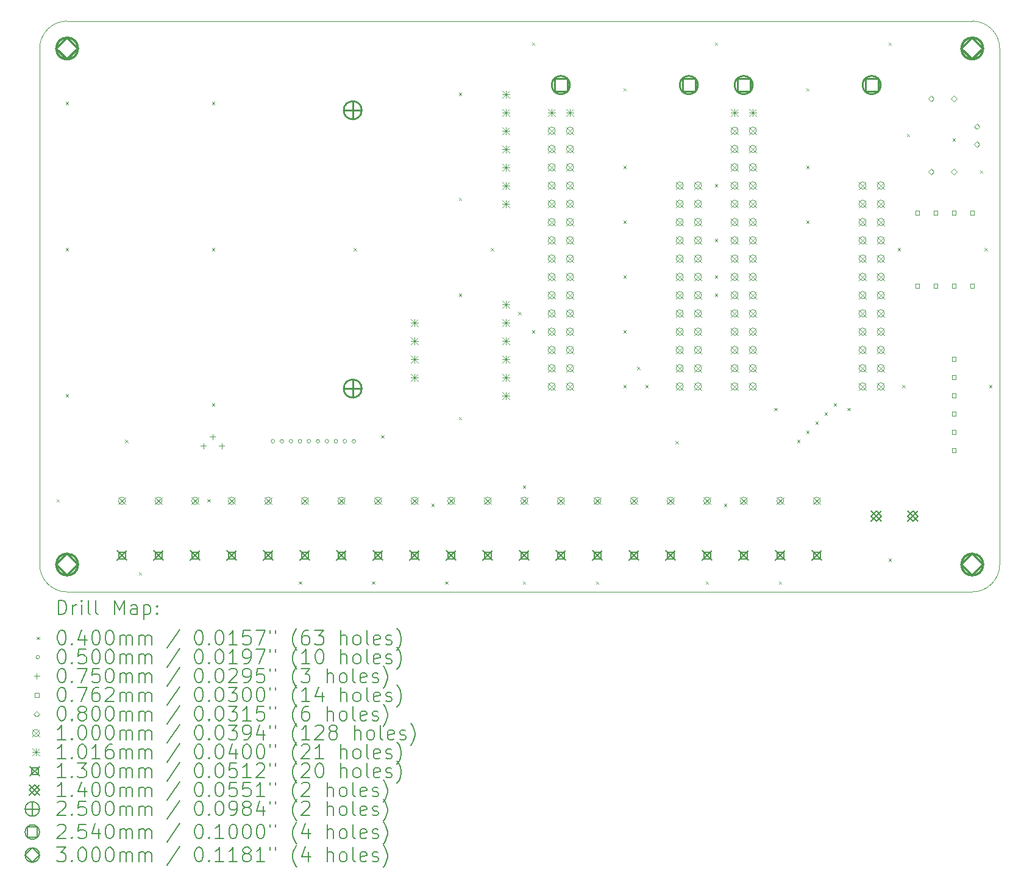
<source format=gbr>
%TF.GenerationSoftware,KiCad,Pcbnew,7.0.5-0*%
%TF.CreationDate,2023-06-10T23:19:52+02:00*%
%TF.ProjectId,Cryologger AWS,4372796f-6c6f-4676-9765-72204157532e,rev?*%
%TF.SameCoordinates,Original*%
%TF.FileFunction,Drillmap*%
%TF.FilePolarity,Positive*%
%FSLAX45Y45*%
G04 Gerber Fmt 4.5, Leading zero omitted, Abs format (unit mm)*
G04 Created by KiCad (PCBNEW 7.0.5-0) date 2023-06-10 23:19:52*
%MOMM*%
%LPD*%
G01*
G04 APERTURE LIST*
%ADD10C,0.050000*%
%ADD11C,0.200000*%
%ADD12C,0.040000*%
%ADD13C,0.075000*%
%ADD14C,0.076200*%
%ADD15C,0.080000*%
%ADD16C,0.100000*%
%ADD17C,0.101600*%
%ADD18C,0.130000*%
%ADD19C,0.140000*%
%ADD20C,0.250000*%
%ADD21C,0.254000*%
%ADD22C,0.300000*%
G04 APERTURE END LIST*
D10*
X21717000Y-13652500D02*
G75*
G03*
X22098000Y-13271500I0J381000D01*
G01*
X9144000Y-5715000D02*
G75*
G03*
X8763000Y-6096000I0J-381000D01*
G01*
X8763000Y-13271500D02*
X8763000Y-6096000D01*
X8763000Y-13271500D02*
G75*
G03*
X9144000Y-13652500I381000J0D01*
G01*
X22098000Y-6096000D02*
X22098000Y-13271500D01*
X22098000Y-6096000D02*
G75*
G03*
X21717000Y-5715000I-381000J0D01*
G01*
X9144000Y-13652500D02*
X21717000Y-13652500D01*
X9144000Y-5715000D02*
X21717000Y-5715000D01*
D11*
D12*
X8997000Y-12362500D02*
X9037000Y-12402500D01*
X9037000Y-12362500D02*
X8997000Y-12402500D01*
X9124000Y-6838000D02*
X9164000Y-6878000D01*
X9164000Y-6838000D02*
X9124000Y-6878000D01*
X9124000Y-8870000D02*
X9164000Y-8910000D01*
X9164000Y-8870000D02*
X9124000Y-8910000D01*
X9124000Y-10902000D02*
X9164000Y-10942000D01*
X9164000Y-10902000D02*
X9124000Y-10942000D01*
X9949500Y-11537000D02*
X9989500Y-11577000D01*
X9989500Y-11537000D02*
X9949500Y-11577000D01*
X10140000Y-13378500D02*
X10180000Y-13418500D01*
X10180000Y-13378500D02*
X10140000Y-13418500D01*
X11092500Y-12362500D02*
X11132500Y-12402500D01*
X11132500Y-12362500D02*
X11092500Y-12402500D01*
X11156000Y-6838000D02*
X11196000Y-6878000D01*
X11196000Y-6838000D02*
X11156000Y-6878000D01*
X11156000Y-8870000D02*
X11196000Y-8910000D01*
X11196000Y-8870000D02*
X11156000Y-8910000D01*
X11156000Y-11029000D02*
X11196000Y-11069000D01*
X11196000Y-11029000D02*
X11156000Y-11069000D01*
X12362500Y-13505500D02*
X12402500Y-13545500D01*
X12402500Y-13505500D02*
X12362500Y-13545500D01*
X13124500Y-8870000D02*
X13164500Y-8910000D01*
X13164500Y-8870000D02*
X13124500Y-8910000D01*
X13378500Y-13505500D02*
X13418500Y-13545500D01*
X13418500Y-13505500D02*
X13378500Y-13545500D01*
X13505500Y-11473500D02*
X13545500Y-11513500D01*
X13545500Y-11473500D02*
X13505500Y-11513500D01*
X14204000Y-12426000D02*
X14244000Y-12466000D01*
X14244000Y-12426000D02*
X14204000Y-12466000D01*
X14394500Y-13505500D02*
X14434500Y-13545500D01*
X14434500Y-13505500D02*
X14394500Y-13545500D01*
X14585000Y-6711000D02*
X14625000Y-6751000D01*
X14625000Y-6711000D02*
X14585000Y-6751000D01*
X14585000Y-8171500D02*
X14625000Y-8211500D01*
X14625000Y-8171500D02*
X14585000Y-8211500D01*
X14585000Y-9505000D02*
X14625000Y-9545000D01*
X14625000Y-9505000D02*
X14585000Y-9545000D01*
X14585000Y-11219500D02*
X14625000Y-11259500D01*
X14625000Y-11219500D02*
X14585000Y-11259500D01*
X15029500Y-8870000D02*
X15069500Y-8910000D01*
X15069500Y-8870000D02*
X15029500Y-8910000D01*
X15410500Y-9759000D02*
X15450500Y-9799000D01*
X15450500Y-9759000D02*
X15410500Y-9799000D01*
X15474000Y-12172000D02*
X15514000Y-12212000D01*
X15514000Y-12172000D02*
X15474000Y-12212000D01*
X15474000Y-13505500D02*
X15514000Y-13545500D01*
X15514000Y-13505500D02*
X15474000Y-13545500D01*
X15601000Y-6012500D02*
X15641000Y-6052500D01*
X15641000Y-6012500D02*
X15601000Y-6052500D01*
X15601000Y-10013000D02*
X15641000Y-10053000D01*
X15641000Y-10013000D02*
X15601000Y-10053000D01*
X16490000Y-13505500D02*
X16530000Y-13545500D01*
X16530000Y-13505500D02*
X16490000Y-13545500D01*
X16871000Y-6647500D02*
X16911000Y-6687500D01*
X16911000Y-6647500D02*
X16871000Y-6687500D01*
X16871000Y-7727000D02*
X16911000Y-7767000D01*
X16911000Y-7727000D02*
X16871000Y-7767000D01*
X16871000Y-8489000D02*
X16911000Y-8529000D01*
X16911000Y-8489000D02*
X16871000Y-8529000D01*
X16871000Y-9251000D02*
X16911000Y-9291000D01*
X16911000Y-9251000D02*
X16871000Y-9291000D01*
X16871000Y-10013000D02*
X16911000Y-10053000D01*
X16911000Y-10013000D02*
X16871000Y-10053000D01*
X16871000Y-10775000D02*
X16911000Y-10815000D01*
X16911000Y-10775000D02*
X16871000Y-10815000D01*
X17061500Y-10521000D02*
X17101500Y-10561000D01*
X17101500Y-10521000D02*
X17061500Y-10561000D01*
X17175800Y-10775000D02*
X17215800Y-10815000D01*
X17215800Y-10775000D02*
X17175800Y-10815000D01*
X17596762Y-11552572D02*
X17636762Y-11592572D01*
X17636762Y-11552572D02*
X17596762Y-11592572D01*
X18014000Y-13505500D02*
X18054000Y-13545500D01*
X18054000Y-13505500D02*
X18014000Y-13545500D01*
X18141000Y-6012500D02*
X18181000Y-6052500D01*
X18181000Y-6012500D02*
X18141000Y-6052500D01*
X18141000Y-7981000D02*
X18181000Y-8021000D01*
X18181000Y-7981000D02*
X18141000Y-8021000D01*
X18141000Y-8743000D02*
X18181000Y-8783000D01*
X18181000Y-8743000D02*
X18141000Y-8783000D01*
X18141000Y-9251000D02*
X18181000Y-9291000D01*
X18181000Y-9251000D02*
X18141000Y-9291000D01*
X18141000Y-9505000D02*
X18181000Y-9545000D01*
X18181000Y-9505000D02*
X18141000Y-9545000D01*
X18268000Y-12426000D02*
X18308000Y-12466000D01*
X18308000Y-12426000D02*
X18268000Y-12466000D01*
X18966500Y-11092500D02*
X19006500Y-11132500D01*
X19006500Y-11092500D02*
X18966500Y-11132500D01*
X19030000Y-13505500D02*
X19070000Y-13545500D01*
X19070000Y-13505500D02*
X19030000Y-13545500D01*
X19284000Y-11537000D02*
X19324000Y-11577000D01*
X19324000Y-11537000D02*
X19284000Y-11577000D01*
X19411000Y-6647500D02*
X19451000Y-6687500D01*
X19451000Y-6647500D02*
X19411000Y-6687500D01*
X19411000Y-7727000D02*
X19451000Y-7767000D01*
X19451000Y-7727000D02*
X19411000Y-7767000D01*
X19411000Y-8489000D02*
X19451000Y-8529000D01*
X19451000Y-8489000D02*
X19411000Y-8529000D01*
X19411000Y-11410000D02*
X19451000Y-11450000D01*
X19451000Y-11410000D02*
X19411000Y-11450000D01*
X19538000Y-11283000D02*
X19578000Y-11323000D01*
X19578000Y-11283000D02*
X19538000Y-11323000D01*
X19665000Y-11156000D02*
X19705000Y-11196000D01*
X19705000Y-11156000D02*
X19665000Y-11196000D01*
X19792000Y-11029000D02*
X19832000Y-11069000D01*
X19832000Y-11029000D02*
X19792000Y-11069000D01*
X19982500Y-11092500D02*
X20022500Y-11132500D01*
X20022500Y-11092500D02*
X19982500Y-11132500D01*
X20554000Y-6012500D02*
X20594000Y-6052500D01*
X20594000Y-6012500D02*
X20554000Y-6052500D01*
X20554000Y-13188000D02*
X20594000Y-13228000D01*
X20594000Y-13188000D02*
X20554000Y-13228000D01*
X20681000Y-8870000D02*
X20721000Y-8910000D01*
X20721000Y-8870000D02*
X20681000Y-8910000D01*
X20744500Y-10775000D02*
X20784500Y-10815000D01*
X20784500Y-10775000D02*
X20744500Y-10815000D01*
X20808000Y-7282500D02*
X20848000Y-7322500D01*
X20848000Y-7282500D02*
X20808000Y-7322500D01*
X21443000Y-7346000D02*
X21483000Y-7386000D01*
X21483000Y-7346000D02*
X21443000Y-7386000D01*
X21824000Y-7790500D02*
X21864000Y-7830500D01*
X21864000Y-7790500D02*
X21824000Y-7830500D01*
X21887500Y-8870000D02*
X21927500Y-8910000D01*
X21927500Y-8870000D02*
X21887500Y-8910000D01*
X21951000Y-10775000D02*
X21991000Y-10815000D01*
X21991000Y-10775000D02*
X21951000Y-10815000D01*
D10*
X12027260Y-11557000D02*
G75*
G03*
X12027260Y-11557000I-25000J0D01*
G01*
X12152260Y-11557000D02*
G75*
G03*
X12152260Y-11557000I-25000J0D01*
G01*
X12277260Y-11557000D02*
G75*
G03*
X12277260Y-11557000I-25000J0D01*
G01*
X12402260Y-11557000D02*
G75*
G03*
X12402260Y-11557000I-25000J0D01*
G01*
X12527260Y-11557000D02*
G75*
G03*
X12527260Y-11557000I-25000J0D01*
G01*
X12652260Y-11557000D02*
G75*
G03*
X12652260Y-11557000I-25000J0D01*
G01*
X12777260Y-11557000D02*
G75*
G03*
X12777260Y-11557000I-25000J0D01*
G01*
X12902260Y-11557000D02*
G75*
G03*
X12902260Y-11557000I-25000J0D01*
G01*
X13027260Y-11557000D02*
G75*
G03*
X13027260Y-11557000I-25000J0D01*
G01*
X13152260Y-11557000D02*
G75*
G03*
X13152260Y-11557000I-25000J0D01*
G01*
D13*
X11036300Y-11583000D02*
X11036300Y-11658000D01*
X10998800Y-11620500D02*
X11073800Y-11620500D01*
X11163300Y-11456000D02*
X11163300Y-11531000D01*
X11125800Y-11493500D02*
X11200800Y-11493500D01*
X11290300Y-11583000D02*
X11290300Y-11658000D01*
X11252800Y-11620500D02*
X11327800Y-11620500D01*
D14*
X20981941Y-8408941D02*
X20981941Y-8355059D01*
X20928059Y-8355059D01*
X20928059Y-8408941D01*
X20981941Y-8408941D01*
X20981941Y-9424941D02*
X20981941Y-9371059D01*
X20928059Y-9371059D01*
X20928059Y-9424941D01*
X20981941Y-9424941D01*
X21235941Y-8408941D02*
X21235941Y-8355059D01*
X21182059Y-8355059D01*
X21182059Y-8408941D01*
X21235941Y-8408941D01*
X21235941Y-9424941D02*
X21235941Y-9371059D01*
X21182059Y-9371059D01*
X21182059Y-9424941D01*
X21235941Y-9424941D01*
X21489941Y-8408941D02*
X21489941Y-8355059D01*
X21436059Y-8355059D01*
X21436059Y-8408941D01*
X21489941Y-8408941D01*
X21489941Y-9424941D02*
X21489941Y-9371059D01*
X21436059Y-9371059D01*
X21436059Y-9424941D01*
X21489941Y-9424941D01*
X21489941Y-10440941D02*
X21489941Y-10387059D01*
X21436059Y-10387059D01*
X21436059Y-10440941D01*
X21489941Y-10440941D01*
X21489941Y-10694941D02*
X21489941Y-10641059D01*
X21436059Y-10641059D01*
X21436059Y-10694941D01*
X21489941Y-10694941D01*
X21489941Y-10948941D02*
X21489941Y-10895059D01*
X21436059Y-10895059D01*
X21436059Y-10948941D01*
X21489941Y-10948941D01*
X21489941Y-11202941D02*
X21489941Y-11149059D01*
X21436059Y-11149059D01*
X21436059Y-11202941D01*
X21489941Y-11202941D01*
X21489941Y-11456941D02*
X21489941Y-11403059D01*
X21436059Y-11403059D01*
X21436059Y-11456941D01*
X21489941Y-11456941D01*
X21489941Y-11710941D02*
X21489941Y-11657059D01*
X21436059Y-11657059D01*
X21436059Y-11710941D01*
X21489941Y-11710941D01*
X21743941Y-8408941D02*
X21743941Y-8355059D01*
X21690059Y-8355059D01*
X21690059Y-8408941D01*
X21743941Y-8408941D01*
X21743941Y-9424941D02*
X21743941Y-9371059D01*
X21690059Y-9371059D01*
X21690059Y-9424941D01*
X21743941Y-9424941D01*
D15*
X21145500Y-6834500D02*
X21185500Y-6794500D01*
X21145500Y-6754500D01*
X21105500Y-6794500D01*
X21145500Y-6834500D01*
X21145500Y-7850500D02*
X21185500Y-7810500D01*
X21145500Y-7770500D01*
X21105500Y-7810500D01*
X21145500Y-7850500D01*
X21463000Y-6834500D02*
X21503000Y-6794500D01*
X21463000Y-6754500D01*
X21423000Y-6794500D01*
X21463000Y-6834500D01*
X21463000Y-7850500D02*
X21503000Y-7810500D01*
X21463000Y-7770500D01*
X21423000Y-7810500D01*
X21463000Y-7850500D01*
X21780500Y-7219500D02*
X21820500Y-7179500D01*
X21780500Y-7139500D01*
X21740500Y-7179500D01*
X21780500Y-7219500D01*
X21780500Y-7469500D02*
X21820500Y-7429500D01*
X21780500Y-7389500D01*
X21740500Y-7429500D01*
X21780500Y-7469500D01*
D16*
X9856000Y-12334900D02*
X9956000Y-12434900D01*
X9956000Y-12334900D02*
X9856000Y-12434900D01*
X9956000Y-12384900D02*
G75*
G03*
X9956000Y-12384900I-50000J0D01*
G01*
X10364000Y-12334900D02*
X10464000Y-12434900D01*
X10464000Y-12334900D02*
X10364000Y-12434900D01*
X10464000Y-12384900D02*
G75*
G03*
X10464000Y-12384900I-50000J0D01*
G01*
X10872000Y-12334900D02*
X10972000Y-12434900D01*
X10972000Y-12334900D02*
X10872000Y-12434900D01*
X10972000Y-12384900D02*
G75*
G03*
X10972000Y-12384900I-50000J0D01*
G01*
X11380000Y-12334900D02*
X11480000Y-12434900D01*
X11480000Y-12334900D02*
X11380000Y-12434900D01*
X11480000Y-12384900D02*
G75*
G03*
X11480000Y-12384900I-50000J0D01*
G01*
X11888000Y-12334900D02*
X11988000Y-12434900D01*
X11988000Y-12334900D02*
X11888000Y-12434900D01*
X11988000Y-12384900D02*
G75*
G03*
X11988000Y-12384900I-50000J0D01*
G01*
X12396000Y-12334900D02*
X12496000Y-12434900D01*
X12496000Y-12334900D02*
X12396000Y-12434900D01*
X12496000Y-12384900D02*
G75*
G03*
X12496000Y-12384900I-50000J0D01*
G01*
X12904000Y-12334900D02*
X13004000Y-12434900D01*
X13004000Y-12334900D02*
X12904000Y-12434900D01*
X13004000Y-12384900D02*
G75*
G03*
X13004000Y-12384900I-50000J0D01*
G01*
X13412000Y-12334900D02*
X13512000Y-12434900D01*
X13512000Y-12334900D02*
X13412000Y-12434900D01*
X13512000Y-12384900D02*
G75*
G03*
X13512000Y-12384900I-50000J0D01*
G01*
X13920000Y-12334900D02*
X14020000Y-12434900D01*
X14020000Y-12334900D02*
X13920000Y-12434900D01*
X14020000Y-12384900D02*
G75*
G03*
X14020000Y-12384900I-50000J0D01*
G01*
X14428000Y-12334900D02*
X14528000Y-12434900D01*
X14528000Y-12334900D02*
X14428000Y-12434900D01*
X14528000Y-12384900D02*
G75*
G03*
X14528000Y-12384900I-50000J0D01*
G01*
X14936000Y-12334900D02*
X15036000Y-12434900D01*
X15036000Y-12334900D02*
X14936000Y-12434900D01*
X15036000Y-12384900D02*
G75*
G03*
X15036000Y-12384900I-50000J0D01*
G01*
X15444000Y-12334900D02*
X15544000Y-12434900D01*
X15544000Y-12334900D02*
X15444000Y-12434900D01*
X15544000Y-12384900D02*
G75*
G03*
X15544000Y-12384900I-50000J0D01*
G01*
X15825000Y-7189000D02*
X15925000Y-7289000D01*
X15925000Y-7189000D02*
X15825000Y-7289000D01*
X15925000Y-7239000D02*
G75*
G03*
X15925000Y-7239000I-50000J0D01*
G01*
X15825000Y-7443000D02*
X15925000Y-7543000D01*
X15925000Y-7443000D02*
X15825000Y-7543000D01*
X15925000Y-7493000D02*
G75*
G03*
X15925000Y-7493000I-50000J0D01*
G01*
X15825000Y-7697000D02*
X15925000Y-7797000D01*
X15925000Y-7697000D02*
X15825000Y-7797000D01*
X15925000Y-7747000D02*
G75*
G03*
X15925000Y-7747000I-50000J0D01*
G01*
X15825000Y-7951000D02*
X15925000Y-8051000D01*
X15925000Y-7951000D02*
X15825000Y-8051000D01*
X15925000Y-8001000D02*
G75*
G03*
X15925000Y-8001000I-50000J0D01*
G01*
X15825000Y-8205000D02*
X15925000Y-8305000D01*
X15925000Y-8205000D02*
X15825000Y-8305000D01*
X15925000Y-8255000D02*
G75*
G03*
X15925000Y-8255000I-50000J0D01*
G01*
X15825000Y-8459000D02*
X15925000Y-8559000D01*
X15925000Y-8459000D02*
X15825000Y-8559000D01*
X15925000Y-8509000D02*
G75*
G03*
X15925000Y-8509000I-50000J0D01*
G01*
X15825000Y-8713000D02*
X15925000Y-8813000D01*
X15925000Y-8713000D02*
X15825000Y-8813000D01*
X15925000Y-8763000D02*
G75*
G03*
X15925000Y-8763000I-50000J0D01*
G01*
X15825000Y-8967000D02*
X15925000Y-9067000D01*
X15925000Y-8967000D02*
X15825000Y-9067000D01*
X15925000Y-9017000D02*
G75*
G03*
X15925000Y-9017000I-50000J0D01*
G01*
X15825000Y-9221000D02*
X15925000Y-9321000D01*
X15925000Y-9221000D02*
X15825000Y-9321000D01*
X15925000Y-9271000D02*
G75*
G03*
X15925000Y-9271000I-50000J0D01*
G01*
X15825000Y-9475000D02*
X15925000Y-9575000D01*
X15925000Y-9475000D02*
X15825000Y-9575000D01*
X15925000Y-9525000D02*
G75*
G03*
X15925000Y-9525000I-50000J0D01*
G01*
X15825000Y-9729000D02*
X15925000Y-9829000D01*
X15925000Y-9729000D02*
X15825000Y-9829000D01*
X15925000Y-9779000D02*
G75*
G03*
X15925000Y-9779000I-50000J0D01*
G01*
X15825000Y-9983000D02*
X15925000Y-10083000D01*
X15925000Y-9983000D02*
X15825000Y-10083000D01*
X15925000Y-10033000D02*
G75*
G03*
X15925000Y-10033000I-50000J0D01*
G01*
X15825000Y-10237000D02*
X15925000Y-10337000D01*
X15925000Y-10237000D02*
X15825000Y-10337000D01*
X15925000Y-10287000D02*
G75*
G03*
X15925000Y-10287000I-50000J0D01*
G01*
X15825000Y-10491000D02*
X15925000Y-10591000D01*
X15925000Y-10491000D02*
X15825000Y-10591000D01*
X15925000Y-10541000D02*
G75*
G03*
X15925000Y-10541000I-50000J0D01*
G01*
X15825000Y-10745000D02*
X15925000Y-10845000D01*
X15925000Y-10745000D02*
X15825000Y-10845000D01*
X15925000Y-10795000D02*
G75*
G03*
X15925000Y-10795000I-50000J0D01*
G01*
X15952000Y-12334900D02*
X16052000Y-12434900D01*
X16052000Y-12334900D02*
X15952000Y-12434900D01*
X16052000Y-12384900D02*
G75*
G03*
X16052000Y-12384900I-50000J0D01*
G01*
X16079000Y-7189000D02*
X16179000Y-7289000D01*
X16179000Y-7189000D02*
X16079000Y-7289000D01*
X16179000Y-7239000D02*
G75*
G03*
X16179000Y-7239000I-50000J0D01*
G01*
X16079000Y-7443000D02*
X16179000Y-7543000D01*
X16179000Y-7443000D02*
X16079000Y-7543000D01*
X16179000Y-7493000D02*
G75*
G03*
X16179000Y-7493000I-50000J0D01*
G01*
X16079000Y-7697000D02*
X16179000Y-7797000D01*
X16179000Y-7697000D02*
X16079000Y-7797000D01*
X16179000Y-7747000D02*
G75*
G03*
X16179000Y-7747000I-50000J0D01*
G01*
X16079000Y-7951000D02*
X16179000Y-8051000D01*
X16179000Y-7951000D02*
X16079000Y-8051000D01*
X16179000Y-8001000D02*
G75*
G03*
X16179000Y-8001000I-50000J0D01*
G01*
X16079000Y-8205000D02*
X16179000Y-8305000D01*
X16179000Y-8205000D02*
X16079000Y-8305000D01*
X16179000Y-8255000D02*
G75*
G03*
X16179000Y-8255000I-50000J0D01*
G01*
X16079000Y-8459000D02*
X16179000Y-8559000D01*
X16179000Y-8459000D02*
X16079000Y-8559000D01*
X16179000Y-8509000D02*
G75*
G03*
X16179000Y-8509000I-50000J0D01*
G01*
X16079000Y-8713000D02*
X16179000Y-8813000D01*
X16179000Y-8713000D02*
X16079000Y-8813000D01*
X16179000Y-8763000D02*
G75*
G03*
X16179000Y-8763000I-50000J0D01*
G01*
X16079000Y-8967000D02*
X16179000Y-9067000D01*
X16179000Y-8967000D02*
X16079000Y-9067000D01*
X16179000Y-9017000D02*
G75*
G03*
X16179000Y-9017000I-50000J0D01*
G01*
X16079000Y-9221000D02*
X16179000Y-9321000D01*
X16179000Y-9221000D02*
X16079000Y-9321000D01*
X16179000Y-9271000D02*
G75*
G03*
X16179000Y-9271000I-50000J0D01*
G01*
X16079000Y-9475000D02*
X16179000Y-9575000D01*
X16179000Y-9475000D02*
X16079000Y-9575000D01*
X16179000Y-9525000D02*
G75*
G03*
X16179000Y-9525000I-50000J0D01*
G01*
X16079000Y-9729000D02*
X16179000Y-9829000D01*
X16179000Y-9729000D02*
X16079000Y-9829000D01*
X16179000Y-9779000D02*
G75*
G03*
X16179000Y-9779000I-50000J0D01*
G01*
X16079000Y-9983000D02*
X16179000Y-10083000D01*
X16179000Y-9983000D02*
X16079000Y-10083000D01*
X16179000Y-10033000D02*
G75*
G03*
X16179000Y-10033000I-50000J0D01*
G01*
X16079000Y-10237000D02*
X16179000Y-10337000D01*
X16179000Y-10237000D02*
X16079000Y-10337000D01*
X16179000Y-10287000D02*
G75*
G03*
X16179000Y-10287000I-50000J0D01*
G01*
X16079000Y-10491000D02*
X16179000Y-10591000D01*
X16179000Y-10491000D02*
X16079000Y-10591000D01*
X16179000Y-10541000D02*
G75*
G03*
X16179000Y-10541000I-50000J0D01*
G01*
X16079000Y-10745000D02*
X16179000Y-10845000D01*
X16179000Y-10745000D02*
X16079000Y-10845000D01*
X16179000Y-10795000D02*
G75*
G03*
X16179000Y-10795000I-50000J0D01*
G01*
X16460000Y-12334900D02*
X16560000Y-12434900D01*
X16560000Y-12334900D02*
X16460000Y-12434900D01*
X16560000Y-12384900D02*
G75*
G03*
X16560000Y-12384900I-50000J0D01*
G01*
X16968000Y-12334900D02*
X17068000Y-12434900D01*
X17068000Y-12334900D02*
X16968000Y-12434900D01*
X17068000Y-12384900D02*
G75*
G03*
X17068000Y-12384900I-50000J0D01*
G01*
X17476000Y-12334900D02*
X17576000Y-12434900D01*
X17576000Y-12334900D02*
X17476000Y-12434900D01*
X17576000Y-12384900D02*
G75*
G03*
X17576000Y-12384900I-50000J0D01*
G01*
X17603000Y-7951000D02*
X17703000Y-8051000D01*
X17703000Y-7951000D02*
X17603000Y-8051000D01*
X17703000Y-8001000D02*
G75*
G03*
X17703000Y-8001000I-50000J0D01*
G01*
X17603000Y-8205000D02*
X17703000Y-8305000D01*
X17703000Y-8205000D02*
X17603000Y-8305000D01*
X17703000Y-8255000D02*
G75*
G03*
X17703000Y-8255000I-50000J0D01*
G01*
X17603000Y-8459000D02*
X17703000Y-8559000D01*
X17703000Y-8459000D02*
X17603000Y-8559000D01*
X17703000Y-8509000D02*
G75*
G03*
X17703000Y-8509000I-50000J0D01*
G01*
X17603000Y-8713000D02*
X17703000Y-8813000D01*
X17703000Y-8713000D02*
X17603000Y-8813000D01*
X17703000Y-8763000D02*
G75*
G03*
X17703000Y-8763000I-50000J0D01*
G01*
X17603000Y-8967000D02*
X17703000Y-9067000D01*
X17703000Y-8967000D02*
X17603000Y-9067000D01*
X17703000Y-9017000D02*
G75*
G03*
X17703000Y-9017000I-50000J0D01*
G01*
X17603000Y-9221000D02*
X17703000Y-9321000D01*
X17703000Y-9221000D02*
X17603000Y-9321000D01*
X17703000Y-9271000D02*
G75*
G03*
X17703000Y-9271000I-50000J0D01*
G01*
X17603000Y-9475000D02*
X17703000Y-9575000D01*
X17703000Y-9475000D02*
X17603000Y-9575000D01*
X17703000Y-9525000D02*
G75*
G03*
X17703000Y-9525000I-50000J0D01*
G01*
X17603000Y-9729000D02*
X17703000Y-9829000D01*
X17703000Y-9729000D02*
X17603000Y-9829000D01*
X17703000Y-9779000D02*
G75*
G03*
X17703000Y-9779000I-50000J0D01*
G01*
X17603000Y-9983000D02*
X17703000Y-10083000D01*
X17703000Y-9983000D02*
X17603000Y-10083000D01*
X17703000Y-10033000D02*
G75*
G03*
X17703000Y-10033000I-50000J0D01*
G01*
X17603000Y-10237000D02*
X17703000Y-10337000D01*
X17703000Y-10237000D02*
X17603000Y-10337000D01*
X17703000Y-10287000D02*
G75*
G03*
X17703000Y-10287000I-50000J0D01*
G01*
X17603000Y-10491000D02*
X17703000Y-10591000D01*
X17703000Y-10491000D02*
X17603000Y-10591000D01*
X17703000Y-10541000D02*
G75*
G03*
X17703000Y-10541000I-50000J0D01*
G01*
X17603000Y-10745000D02*
X17703000Y-10845000D01*
X17703000Y-10745000D02*
X17603000Y-10845000D01*
X17703000Y-10795000D02*
G75*
G03*
X17703000Y-10795000I-50000J0D01*
G01*
X17857000Y-7951000D02*
X17957000Y-8051000D01*
X17957000Y-7951000D02*
X17857000Y-8051000D01*
X17957000Y-8001000D02*
G75*
G03*
X17957000Y-8001000I-50000J0D01*
G01*
X17857000Y-8205000D02*
X17957000Y-8305000D01*
X17957000Y-8205000D02*
X17857000Y-8305000D01*
X17957000Y-8255000D02*
G75*
G03*
X17957000Y-8255000I-50000J0D01*
G01*
X17857000Y-8459000D02*
X17957000Y-8559000D01*
X17957000Y-8459000D02*
X17857000Y-8559000D01*
X17957000Y-8509000D02*
G75*
G03*
X17957000Y-8509000I-50000J0D01*
G01*
X17857000Y-8713000D02*
X17957000Y-8813000D01*
X17957000Y-8713000D02*
X17857000Y-8813000D01*
X17957000Y-8763000D02*
G75*
G03*
X17957000Y-8763000I-50000J0D01*
G01*
X17857000Y-8967000D02*
X17957000Y-9067000D01*
X17957000Y-8967000D02*
X17857000Y-9067000D01*
X17957000Y-9017000D02*
G75*
G03*
X17957000Y-9017000I-50000J0D01*
G01*
X17857000Y-9221000D02*
X17957000Y-9321000D01*
X17957000Y-9221000D02*
X17857000Y-9321000D01*
X17957000Y-9271000D02*
G75*
G03*
X17957000Y-9271000I-50000J0D01*
G01*
X17857000Y-9475000D02*
X17957000Y-9575000D01*
X17957000Y-9475000D02*
X17857000Y-9575000D01*
X17957000Y-9525000D02*
G75*
G03*
X17957000Y-9525000I-50000J0D01*
G01*
X17857000Y-9729000D02*
X17957000Y-9829000D01*
X17957000Y-9729000D02*
X17857000Y-9829000D01*
X17957000Y-9779000D02*
G75*
G03*
X17957000Y-9779000I-50000J0D01*
G01*
X17857000Y-9983000D02*
X17957000Y-10083000D01*
X17957000Y-9983000D02*
X17857000Y-10083000D01*
X17957000Y-10033000D02*
G75*
G03*
X17957000Y-10033000I-50000J0D01*
G01*
X17857000Y-10237000D02*
X17957000Y-10337000D01*
X17957000Y-10237000D02*
X17857000Y-10337000D01*
X17957000Y-10287000D02*
G75*
G03*
X17957000Y-10287000I-50000J0D01*
G01*
X17857000Y-10491000D02*
X17957000Y-10591000D01*
X17957000Y-10491000D02*
X17857000Y-10591000D01*
X17957000Y-10541000D02*
G75*
G03*
X17957000Y-10541000I-50000J0D01*
G01*
X17857000Y-10745000D02*
X17957000Y-10845000D01*
X17957000Y-10745000D02*
X17857000Y-10845000D01*
X17957000Y-10795000D02*
G75*
G03*
X17957000Y-10795000I-50000J0D01*
G01*
X17984000Y-12334900D02*
X18084000Y-12434900D01*
X18084000Y-12334900D02*
X17984000Y-12434900D01*
X18084000Y-12384900D02*
G75*
G03*
X18084000Y-12384900I-50000J0D01*
G01*
X18365000Y-7189000D02*
X18465000Y-7289000D01*
X18465000Y-7189000D02*
X18365000Y-7289000D01*
X18465000Y-7239000D02*
G75*
G03*
X18465000Y-7239000I-50000J0D01*
G01*
X18365000Y-7443000D02*
X18465000Y-7543000D01*
X18465000Y-7443000D02*
X18365000Y-7543000D01*
X18465000Y-7493000D02*
G75*
G03*
X18465000Y-7493000I-50000J0D01*
G01*
X18365000Y-7697000D02*
X18465000Y-7797000D01*
X18465000Y-7697000D02*
X18365000Y-7797000D01*
X18465000Y-7747000D02*
G75*
G03*
X18465000Y-7747000I-50000J0D01*
G01*
X18365000Y-7951000D02*
X18465000Y-8051000D01*
X18465000Y-7951000D02*
X18365000Y-8051000D01*
X18465000Y-8001000D02*
G75*
G03*
X18465000Y-8001000I-50000J0D01*
G01*
X18365000Y-8205000D02*
X18465000Y-8305000D01*
X18465000Y-8205000D02*
X18365000Y-8305000D01*
X18465000Y-8255000D02*
G75*
G03*
X18465000Y-8255000I-50000J0D01*
G01*
X18365000Y-8459000D02*
X18465000Y-8559000D01*
X18465000Y-8459000D02*
X18365000Y-8559000D01*
X18465000Y-8509000D02*
G75*
G03*
X18465000Y-8509000I-50000J0D01*
G01*
X18365000Y-8713000D02*
X18465000Y-8813000D01*
X18465000Y-8713000D02*
X18365000Y-8813000D01*
X18465000Y-8763000D02*
G75*
G03*
X18465000Y-8763000I-50000J0D01*
G01*
X18365000Y-8967000D02*
X18465000Y-9067000D01*
X18465000Y-8967000D02*
X18365000Y-9067000D01*
X18465000Y-9017000D02*
G75*
G03*
X18465000Y-9017000I-50000J0D01*
G01*
X18365000Y-9221000D02*
X18465000Y-9321000D01*
X18465000Y-9221000D02*
X18365000Y-9321000D01*
X18465000Y-9271000D02*
G75*
G03*
X18465000Y-9271000I-50000J0D01*
G01*
X18365000Y-9475000D02*
X18465000Y-9575000D01*
X18465000Y-9475000D02*
X18365000Y-9575000D01*
X18465000Y-9525000D02*
G75*
G03*
X18465000Y-9525000I-50000J0D01*
G01*
X18365000Y-9729000D02*
X18465000Y-9829000D01*
X18465000Y-9729000D02*
X18365000Y-9829000D01*
X18465000Y-9779000D02*
G75*
G03*
X18465000Y-9779000I-50000J0D01*
G01*
X18365000Y-9983000D02*
X18465000Y-10083000D01*
X18465000Y-9983000D02*
X18365000Y-10083000D01*
X18465000Y-10033000D02*
G75*
G03*
X18465000Y-10033000I-50000J0D01*
G01*
X18365000Y-10237000D02*
X18465000Y-10337000D01*
X18465000Y-10237000D02*
X18365000Y-10337000D01*
X18465000Y-10287000D02*
G75*
G03*
X18465000Y-10287000I-50000J0D01*
G01*
X18365000Y-10491000D02*
X18465000Y-10591000D01*
X18465000Y-10491000D02*
X18365000Y-10591000D01*
X18465000Y-10541000D02*
G75*
G03*
X18465000Y-10541000I-50000J0D01*
G01*
X18365000Y-10745000D02*
X18465000Y-10845000D01*
X18465000Y-10745000D02*
X18365000Y-10845000D01*
X18465000Y-10795000D02*
G75*
G03*
X18465000Y-10795000I-50000J0D01*
G01*
X18492000Y-12334900D02*
X18592000Y-12434900D01*
X18592000Y-12334900D02*
X18492000Y-12434900D01*
X18592000Y-12384900D02*
G75*
G03*
X18592000Y-12384900I-50000J0D01*
G01*
X18619000Y-7189000D02*
X18719000Y-7289000D01*
X18719000Y-7189000D02*
X18619000Y-7289000D01*
X18719000Y-7239000D02*
G75*
G03*
X18719000Y-7239000I-50000J0D01*
G01*
X18619000Y-7443000D02*
X18719000Y-7543000D01*
X18719000Y-7443000D02*
X18619000Y-7543000D01*
X18719000Y-7493000D02*
G75*
G03*
X18719000Y-7493000I-50000J0D01*
G01*
X18619000Y-7697000D02*
X18719000Y-7797000D01*
X18719000Y-7697000D02*
X18619000Y-7797000D01*
X18719000Y-7747000D02*
G75*
G03*
X18719000Y-7747000I-50000J0D01*
G01*
X18619000Y-7951000D02*
X18719000Y-8051000D01*
X18719000Y-7951000D02*
X18619000Y-8051000D01*
X18719000Y-8001000D02*
G75*
G03*
X18719000Y-8001000I-50000J0D01*
G01*
X18619000Y-8205000D02*
X18719000Y-8305000D01*
X18719000Y-8205000D02*
X18619000Y-8305000D01*
X18719000Y-8255000D02*
G75*
G03*
X18719000Y-8255000I-50000J0D01*
G01*
X18619000Y-8459000D02*
X18719000Y-8559000D01*
X18719000Y-8459000D02*
X18619000Y-8559000D01*
X18719000Y-8509000D02*
G75*
G03*
X18719000Y-8509000I-50000J0D01*
G01*
X18619000Y-8713000D02*
X18719000Y-8813000D01*
X18719000Y-8713000D02*
X18619000Y-8813000D01*
X18719000Y-8763000D02*
G75*
G03*
X18719000Y-8763000I-50000J0D01*
G01*
X18619000Y-8967000D02*
X18719000Y-9067000D01*
X18719000Y-8967000D02*
X18619000Y-9067000D01*
X18719000Y-9017000D02*
G75*
G03*
X18719000Y-9017000I-50000J0D01*
G01*
X18619000Y-9221000D02*
X18719000Y-9321000D01*
X18719000Y-9221000D02*
X18619000Y-9321000D01*
X18719000Y-9271000D02*
G75*
G03*
X18719000Y-9271000I-50000J0D01*
G01*
X18619000Y-9475000D02*
X18719000Y-9575000D01*
X18719000Y-9475000D02*
X18619000Y-9575000D01*
X18719000Y-9525000D02*
G75*
G03*
X18719000Y-9525000I-50000J0D01*
G01*
X18619000Y-9729000D02*
X18719000Y-9829000D01*
X18719000Y-9729000D02*
X18619000Y-9829000D01*
X18719000Y-9779000D02*
G75*
G03*
X18719000Y-9779000I-50000J0D01*
G01*
X18619000Y-9983000D02*
X18719000Y-10083000D01*
X18719000Y-9983000D02*
X18619000Y-10083000D01*
X18719000Y-10033000D02*
G75*
G03*
X18719000Y-10033000I-50000J0D01*
G01*
X18619000Y-10237000D02*
X18719000Y-10337000D01*
X18719000Y-10237000D02*
X18619000Y-10337000D01*
X18719000Y-10287000D02*
G75*
G03*
X18719000Y-10287000I-50000J0D01*
G01*
X18619000Y-10491000D02*
X18719000Y-10591000D01*
X18719000Y-10491000D02*
X18619000Y-10591000D01*
X18719000Y-10541000D02*
G75*
G03*
X18719000Y-10541000I-50000J0D01*
G01*
X18619000Y-10745000D02*
X18719000Y-10845000D01*
X18719000Y-10745000D02*
X18619000Y-10845000D01*
X18719000Y-10795000D02*
G75*
G03*
X18719000Y-10795000I-50000J0D01*
G01*
X19000000Y-12334900D02*
X19100000Y-12434900D01*
X19100000Y-12334900D02*
X19000000Y-12434900D01*
X19100000Y-12384900D02*
G75*
G03*
X19100000Y-12384900I-50000J0D01*
G01*
X19508000Y-12334900D02*
X19608000Y-12434900D01*
X19608000Y-12334900D02*
X19508000Y-12434900D01*
X19608000Y-12384900D02*
G75*
G03*
X19608000Y-12384900I-50000J0D01*
G01*
X20143000Y-7951000D02*
X20243000Y-8051000D01*
X20243000Y-7951000D02*
X20143000Y-8051000D01*
X20243000Y-8001000D02*
G75*
G03*
X20243000Y-8001000I-50000J0D01*
G01*
X20143000Y-8205000D02*
X20243000Y-8305000D01*
X20243000Y-8205000D02*
X20143000Y-8305000D01*
X20243000Y-8255000D02*
G75*
G03*
X20243000Y-8255000I-50000J0D01*
G01*
X20143000Y-8459000D02*
X20243000Y-8559000D01*
X20243000Y-8459000D02*
X20143000Y-8559000D01*
X20243000Y-8509000D02*
G75*
G03*
X20243000Y-8509000I-50000J0D01*
G01*
X20143000Y-8713000D02*
X20243000Y-8813000D01*
X20243000Y-8713000D02*
X20143000Y-8813000D01*
X20243000Y-8763000D02*
G75*
G03*
X20243000Y-8763000I-50000J0D01*
G01*
X20143000Y-8967000D02*
X20243000Y-9067000D01*
X20243000Y-8967000D02*
X20143000Y-9067000D01*
X20243000Y-9017000D02*
G75*
G03*
X20243000Y-9017000I-50000J0D01*
G01*
X20143000Y-9221000D02*
X20243000Y-9321000D01*
X20243000Y-9221000D02*
X20143000Y-9321000D01*
X20243000Y-9271000D02*
G75*
G03*
X20243000Y-9271000I-50000J0D01*
G01*
X20143000Y-9475000D02*
X20243000Y-9575000D01*
X20243000Y-9475000D02*
X20143000Y-9575000D01*
X20243000Y-9525000D02*
G75*
G03*
X20243000Y-9525000I-50000J0D01*
G01*
X20143000Y-9729000D02*
X20243000Y-9829000D01*
X20243000Y-9729000D02*
X20143000Y-9829000D01*
X20243000Y-9779000D02*
G75*
G03*
X20243000Y-9779000I-50000J0D01*
G01*
X20143000Y-9983000D02*
X20243000Y-10083000D01*
X20243000Y-9983000D02*
X20143000Y-10083000D01*
X20243000Y-10033000D02*
G75*
G03*
X20243000Y-10033000I-50000J0D01*
G01*
X20143000Y-10237000D02*
X20243000Y-10337000D01*
X20243000Y-10237000D02*
X20143000Y-10337000D01*
X20243000Y-10287000D02*
G75*
G03*
X20243000Y-10287000I-50000J0D01*
G01*
X20143000Y-10491000D02*
X20243000Y-10591000D01*
X20243000Y-10491000D02*
X20143000Y-10591000D01*
X20243000Y-10541000D02*
G75*
G03*
X20243000Y-10541000I-50000J0D01*
G01*
X20143000Y-10745000D02*
X20243000Y-10845000D01*
X20243000Y-10745000D02*
X20143000Y-10845000D01*
X20243000Y-10795000D02*
G75*
G03*
X20243000Y-10795000I-50000J0D01*
G01*
X20397000Y-7951000D02*
X20497000Y-8051000D01*
X20497000Y-7951000D02*
X20397000Y-8051000D01*
X20497000Y-8001000D02*
G75*
G03*
X20497000Y-8001000I-50000J0D01*
G01*
X20397000Y-8205000D02*
X20497000Y-8305000D01*
X20497000Y-8205000D02*
X20397000Y-8305000D01*
X20497000Y-8255000D02*
G75*
G03*
X20497000Y-8255000I-50000J0D01*
G01*
X20397000Y-8459000D02*
X20497000Y-8559000D01*
X20497000Y-8459000D02*
X20397000Y-8559000D01*
X20497000Y-8509000D02*
G75*
G03*
X20497000Y-8509000I-50000J0D01*
G01*
X20397000Y-8713000D02*
X20497000Y-8813000D01*
X20497000Y-8713000D02*
X20397000Y-8813000D01*
X20497000Y-8763000D02*
G75*
G03*
X20497000Y-8763000I-50000J0D01*
G01*
X20397000Y-8967000D02*
X20497000Y-9067000D01*
X20497000Y-8967000D02*
X20397000Y-9067000D01*
X20497000Y-9017000D02*
G75*
G03*
X20497000Y-9017000I-50000J0D01*
G01*
X20397000Y-9221000D02*
X20497000Y-9321000D01*
X20497000Y-9221000D02*
X20397000Y-9321000D01*
X20497000Y-9271000D02*
G75*
G03*
X20497000Y-9271000I-50000J0D01*
G01*
X20397000Y-9475000D02*
X20497000Y-9575000D01*
X20497000Y-9475000D02*
X20397000Y-9575000D01*
X20497000Y-9525000D02*
G75*
G03*
X20497000Y-9525000I-50000J0D01*
G01*
X20397000Y-9729000D02*
X20497000Y-9829000D01*
X20497000Y-9729000D02*
X20397000Y-9829000D01*
X20497000Y-9779000D02*
G75*
G03*
X20497000Y-9779000I-50000J0D01*
G01*
X20397000Y-9983000D02*
X20497000Y-10083000D01*
X20497000Y-9983000D02*
X20397000Y-10083000D01*
X20497000Y-10033000D02*
G75*
G03*
X20497000Y-10033000I-50000J0D01*
G01*
X20397000Y-10237000D02*
X20497000Y-10337000D01*
X20497000Y-10237000D02*
X20397000Y-10337000D01*
X20497000Y-10287000D02*
G75*
G03*
X20497000Y-10287000I-50000J0D01*
G01*
X20397000Y-10491000D02*
X20497000Y-10591000D01*
X20497000Y-10491000D02*
X20397000Y-10591000D01*
X20497000Y-10541000D02*
G75*
G03*
X20497000Y-10541000I-50000J0D01*
G01*
X20397000Y-10745000D02*
X20497000Y-10845000D01*
X20497000Y-10745000D02*
X20397000Y-10845000D01*
X20497000Y-10795000D02*
G75*
G03*
X20497000Y-10795000I-50000J0D01*
G01*
D17*
X13919200Y-9855200D02*
X14020800Y-9956800D01*
X14020800Y-9855200D02*
X13919200Y-9956800D01*
X13970000Y-9855200D02*
X13970000Y-9956800D01*
X13919200Y-9906000D02*
X14020800Y-9906000D01*
X13919200Y-10109200D02*
X14020800Y-10210800D01*
X14020800Y-10109200D02*
X13919200Y-10210800D01*
X13970000Y-10109200D02*
X13970000Y-10210800D01*
X13919200Y-10160000D02*
X14020800Y-10160000D01*
X13919200Y-10363200D02*
X14020800Y-10464800D01*
X14020800Y-10363200D02*
X13919200Y-10464800D01*
X13970000Y-10363200D02*
X13970000Y-10464800D01*
X13919200Y-10414000D02*
X14020800Y-10414000D01*
X13919200Y-10617200D02*
X14020800Y-10718800D01*
X14020800Y-10617200D02*
X13919200Y-10718800D01*
X13970000Y-10617200D02*
X13970000Y-10718800D01*
X13919200Y-10668000D02*
X14020800Y-10668000D01*
X15189200Y-6680200D02*
X15290800Y-6781800D01*
X15290800Y-6680200D02*
X15189200Y-6781800D01*
X15240000Y-6680200D02*
X15240000Y-6781800D01*
X15189200Y-6731000D02*
X15290800Y-6731000D01*
X15189200Y-6934200D02*
X15290800Y-7035800D01*
X15290800Y-6934200D02*
X15189200Y-7035800D01*
X15240000Y-6934200D02*
X15240000Y-7035800D01*
X15189200Y-6985000D02*
X15290800Y-6985000D01*
X15189200Y-7188200D02*
X15290800Y-7289800D01*
X15290800Y-7188200D02*
X15189200Y-7289800D01*
X15240000Y-7188200D02*
X15240000Y-7289800D01*
X15189200Y-7239000D02*
X15290800Y-7239000D01*
X15189200Y-7442200D02*
X15290800Y-7543800D01*
X15290800Y-7442200D02*
X15189200Y-7543800D01*
X15240000Y-7442200D02*
X15240000Y-7543800D01*
X15189200Y-7493000D02*
X15290800Y-7493000D01*
X15189200Y-7696200D02*
X15290800Y-7797800D01*
X15290800Y-7696200D02*
X15189200Y-7797800D01*
X15240000Y-7696200D02*
X15240000Y-7797800D01*
X15189200Y-7747000D02*
X15290800Y-7747000D01*
X15189200Y-7950200D02*
X15290800Y-8051800D01*
X15290800Y-7950200D02*
X15189200Y-8051800D01*
X15240000Y-7950200D02*
X15240000Y-8051800D01*
X15189200Y-8001000D02*
X15290800Y-8001000D01*
X15189200Y-8204200D02*
X15290800Y-8305800D01*
X15290800Y-8204200D02*
X15189200Y-8305800D01*
X15240000Y-8204200D02*
X15240000Y-8305800D01*
X15189200Y-8255000D02*
X15290800Y-8255000D01*
X15189200Y-9601200D02*
X15290800Y-9702800D01*
X15290800Y-9601200D02*
X15189200Y-9702800D01*
X15240000Y-9601200D02*
X15240000Y-9702800D01*
X15189200Y-9652000D02*
X15290800Y-9652000D01*
X15189200Y-9855200D02*
X15290800Y-9956800D01*
X15290800Y-9855200D02*
X15189200Y-9956800D01*
X15240000Y-9855200D02*
X15240000Y-9956800D01*
X15189200Y-9906000D02*
X15290800Y-9906000D01*
X15189200Y-10109200D02*
X15290800Y-10210800D01*
X15290800Y-10109200D02*
X15189200Y-10210800D01*
X15240000Y-10109200D02*
X15240000Y-10210800D01*
X15189200Y-10160000D02*
X15290800Y-10160000D01*
X15189200Y-10363200D02*
X15290800Y-10464800D01*
X15290800Y-10363200D02*
X15189200Y-10464800D01*
X15240000Y-10363200D02*
X15240000Y-10464800D01*
X15189200Y-10414000D02*
X15290800Y-10414000D01*
X15189200Y-10617200D02*
X15290800Y-10718800D01*
X15290800Y-10617200D02*
X15189200Y-10718800D01*
X15240000Y-10617200D02*
X15240000Y-10718800D01*
X15189200Y-10668000D02*
X15290800Y-10668000D01*
X15189200Y-10871200D02*
X15290800Y-10972800D01*
X15290800Y-10871200D02*
X15189200Y-10972800D01*
X15240000Y-10871200D02*
X15240000Y-10972800D01*
X15189200Y-10922000D02*
X15290800Y-10922000D01*
X15824200Y-6934200D02*
X15925800Y-7035800D01*
X15925800Y-6934200D02*
X15824200Y-7035800D01*
X15875000Y-6934200D02*
X15875000Y-7035800D01*
X15824200Y-6985000D02*
X15925800Y-6985000D01*
X16078200Y-6934200D02*
X16179800Y-7035800D01*
X16179800Y-6934200D02*
X16078200Y-7035800D01*
X16129000Y-6934200D02*
X16129000Y-7035800D01*
X16078200Y-6985000D02*
X16179800Y-6985000D01*
X18364200Y-6934200D02*
X18465800Y-7035800D01*
X18465800Y-6934200D02*
X18364200Y-7035800D01*
X18415000Y-6934200D02*
X18415000Y-7035800D01*
X18364200Y-6985000D02*
X18465800Y-6985000D01*
X18618200Y-6934200D02*
X18719800Y-7035800D01*
X18719800Y-6934200D02*
X18618200Y-7035800D01*
X18669000Y-6934200D02*
X18669000Y-7035800D01*
X18618200Y-6985000D02*
X18719800Y-6985000D01*
D18*
X9841000Y-13079500D02*
X9971000Y-13209500D01*
X9971000Y-13079500D02*
X9841000Y-13209500D01*
X9951962Y-13190462D02*
X9951962Y-13098538D01*
X9860038Y-13098538D01*
X9860038Y-13190462D01*
X9951962Y-13190462D01*
X10349000Y-13079500D02*
X10479000Y-13209500D01*
X10479000Y-13079500D02*
X10349000Y-13209500D01*
X10459962Y-13190462D02*
X10459962Y-13098538D01*
X10368038Y-13098538D01*
X10368038Y-13190462D01*
X10459962Y-13190462D01*
X10857000Y-13079500D02*
X10987000Y-13209500D01*
X10987000Y-13079500D02*
X10857000Y-13209500D01*
X10967962Y-13190462D02*
X10967962Y-13098538D01*
X10876038Y-13098538D01*
X10876038Y-13190462D01*
X10967962Y-13190462D01*
X11365000Y-13079500D02*
X11495000Y-13209500D01*
X11495000Y-13079500D02*
X11365000Y-13209500D01*
X11475962Y-13190462D02*
X11475962Y-13098538D01*
X11384038Y-13098538D01*
X11384038Y-13190462D01*
X11475962Y-13190462D01*
X11873000Y-13079500D02*
X12003000Y-13209500D01*
X12003000Y-13079500D02*
X11873000Y-13209500D01*
X11983962Y-13190462D02*
X11983962Y-13098538D01*
X11892038Y-13098538D01*
X11892038Y-13190462D01*
X11983962Y-13190462D01*
X12381000Y-13079500D02*
X12511000Y-13209500D01*
X12511000Y-13079500D02*
X12381000Y-13209500D01*
X12491962Y-13190462D02*
X12491962Y-13098538D01*
X12400038Y-13098538D01*
X12400038Y-13190462D01*
X12491962Y-13190462D01*
X12889000Y-13079500D02*
X13019000Y-13209500D01*
X13019000Y-13079500D02*
X12889000Y-13209500D01*
X12999962Y-13190462D02*
X12999962Y-13098538D01*
X12908038Y-13098538D01*
X12908038Y-13190462D01*
X12999962Y-13190462D01*
X13397000Y-13079500D02*
X13527000Y-13209500D01*
X13527000Y-13079500D02*
X13397000Y-13209500D01*
X13507962Y-13190462D02*
X13507962Y-13098538D01*
X13416038Y-13098538D01*
X13416038Y-13190462D01*
X13507962Y-13190462D01*
X13905000Y-13079500D02*
X14035000Y-13209500D01*
X14035000Y-13079500D02*
X13905000Y-13209500D01*
X14015962Y-13190462D02*
X14015962Y-13098538D01*
X13924038Y-13098538D01*
X13924038Y-13190462D01*
X14015962Y-13190462D01*
X14413000Y-13079500D02*
X14543000Y-13209500D01*
X14543000Y-13079500D02*
X14413000Y-13209500D01*
X14523962Y-13190462D02*
X14523962Y-13098538D01*
X14432038Y-13098538D01*
X14432038Y-13190462D01*
X14523962Y-13190462D01*
X14921000Y-13079500D02*
X15051000Y-13209500D01*
X15051000Y-13079500D02*
X14921000Y-13209500D01*
X15031962Y-13190462D02*
X15031962Y-13098538D01*
X14940038Y-13098538D01*
X14940038Y-13190462D01*
X15031962Y-13190462D01*
X15429000Y-13079500D02*
X15559000Y-13209500D01*
X15559000Y-13079500D02*
X15429000Y-13209500D01*
X15539962Y-13190462D02*
X15539962Y-13098538D01*
X15448038Y-13098538D01*
X15448038Y-13190462D01*
X15539962Y-13190462D01*
X15937000Y-13079500D02*
X16067000Y-13209500D01*
X16067000Y-13079500D02*
X15937000Y-13209500D01*
X16047962Y-13190462D02*
X16047962Y-13098538D01*
X15956038Y-13098538D01*
X15956038Y-13190462D01*
X16047962Y-13190462D01*
X16445000Y-13079500D02*
X16575000Y-13209500D01*
X16575000Y-13079500D02*
X16445000Y-13209500D01*
X16555962Y-13190462D02*
X16555962Y-13098538D01*
X16464038Y-13098538D01*
X16464038Y-13190462D01*
X16555962Y-13190462D01*
X16953000Y-13079500D02*
X17083000Y-13209500D01*
X17083000Y-13079500D02*
X16953000Y-13209500D01*
X17063962Y-13190462D02*
X17063962Y-13098538D01*
X16972038Y-13098538D01*
X16972038Y-13190462D01*
X17063962Y-13190462D01*
X17461000Y-13079500D02*
X17591000Y-13209500D01*
X17591000Y-13079500D02*
X17461000Y-13209500D01*
X17571962Y-13190462D02*
X17571962Y-13098538D01*
X17480038Y-13098538D01*
X17480038Y-13190462D01*
X17571962Y-13190462D01*
X17969000Y-13079500D02*
X18099000Y-13209500D01*
X18099000Y-13079500D02*
X17969000Y-13209500D01*
X18079962Y-13190462D02*
X18079962Y-13098538D01*
X17988038Y-13098538D01*
X17988038Y-13190462D01*
X18079962Y-13190462D01*
X18477000Y-13079500D02*
X18607000Y-13209500D01*
X18607000Y-13079500D02*
X18477000Y-13209500D01*
X18587962Y-13190462D02*
X18587962Y-13098538D01*
X18496038Y-13098538D01*
X18496038Y-13190462D01*
X18587962Y-13190462D01*
X18985000Y-13079500D02*
X19115000Y-13209500D01*
X19115000Y-13079500D02*
X18985000Y-13209500D01*
X19095962Y-13190462D02*
X19095962Y-13098538D01*
X19004038Y-13098538D01*
X19004038Y-13190462D01*
X19095962Y-13190462D01*
X19493000Y-13079500D02*
X19623000Y-13209500D01*
X19623000Y-13079500D02*
X19493000Y-13209500D01*
X19603962Y-13190462D02*
X19603962Y-13098538D01*
X19512038Y-13098538D01*
X19512038Y-13190462D01*
X19603962Y-13190462D01*
D19*
X20313500Y-12528400D02*
X20453500Y-12668400D01*
X20453500Y-12528400D02*
X20313500Y-12668400D01*
X20383500Y-12668400D02*
X20453500Y-12598400D01*
X20383500Y-12528400D01*
X20313500Y-12598400D01*
X20383500Y-12668400D01*
X20821500Y-12528400D02*
X20961500Y-12668400D01*
X20961500Y-12528400D02*
X20821500Y-12668400D01*
X20891500Y-12668400D02*
X20961500Y-12598400D01*
X20891500Y-12528400D01*
X20821500Y-12598400D01*
X20891500Y-12668400D01*
D20*
X13111000Y-6830000D02*
X13111000Y-7080000D01*
X12986000Y-6955000D02*
X13236000Y-6955000D01*
X13236000Y-6955000D02*
G75*
G03*
X13236000Y-6955000I-125000J0D01*
G01*
X13111000Y-10700000D02*
X13111000Y-10950000D01*
X12986000Y-10825000D02*
X13236000Y-10825000D01*
X13236000Y-10825000D02*
G75*
G03*
X13236000Y-10825000I-125000J0D01*
G01*
D21*
X16091803Y-6693803D02*
X16091803Y-6514197D01*
X15912197Y-6514197D01*
X15912197Y-6693803D01*
X16091803Y-6693803D01*
X16129000Y-6604000D02*
G75*
G03*
X16129000Y-6604000I-127000J0D01*
G01*
X17869803Y-6693803D02*
X17869803Y-6514197D01*
X17690197Y-6514197D01*
X17690197Y-6693803D01*
X17869803Y-6693803D01*
X17907000Y-6604000D02*
G75*
G03*
X17907000Y-6604000I-127000J0D01*
G01*
X18631803Y-6693803D02*
X18631803Y-6514197D01*
X18452197Y-6514197D01*
X18452197Y-6693803D01*
X18631803Y-6693803D01*
X18669000Y-6604000D02*
G75*
G03*
X18669000Y-6604000I-127000J0D01*
G01*
X20409803Y-6693803D02*
X20409803Y-6514197D01*
X20230197Y-6514197D01*
X20230197Y-6693803D01*
X20409803Y-6693803D01*
X20447000Y-6604000D02*
G75*
G03*
X20447000Y-6604000I-127000J0D01*
G01*
D22*
X9144000Y-6246000D02*
X9294000Y-6096000D01*
X9144000Y-5946000D01*
X8994000Y-6096000D01*
X9144000Y-6246000D01*
X9294000Y-6096000D02*
G75*
G03*
X9294000Y-6096000I-150000J0D01*
G01*
X9144000Y-13421500D02*
X9294000Y-13271500D01*
X9144000Y-13121500D01*
X8994000Y-13271500D01*
X9144000Y-13421500D01*
X9294000Y-13271500D02*
G75*
G03*
X9294000Y-13271500I-150000J0D01*
G01*
X21717000Y-6246000D02*
X21867000Y-6096000D01*
X21717000Y-5946000D01*
X21567000Y-6096000D01*
X21717000Y-6246000D01*
X21867000Y-6096000D02*
G75*
G03*
X21867000Y-6096000I-150000J0D01*
G01*
X21717000Y-13421500D02*
X21867000Y-13271500D01*
X21717000Y-13121500D01*
X21567000Y-13271500D01*
X21717000Y-13421500D01*
X21867000Y-13271500D02*
G75*
G03*
X21867000Y-13271500I-150000J0D01*
G01*
D11*
X9021277Y-13966484D02*
X9021277Y-13766484D01*
X9021277Y-13766484D02*
X9068896Y-13766484D01*
X9068896Y-13766484D02*
X9097467Y-13776008D01*
X9097467Y-13776008D02*
X9116515Y-13795055D01*
X9116515Y-13795055D02*
X9126039Y-13814103D01*
X9126039Y-13814103D02*
X9135563Y-13852198D01*
X9135563Y-13852198D02*
X9135563Y-13880769D01*
X9135563Y-13880769D02*
X9126039Y-13918865D01*
X9126039Y-13918865D02*
X9116515Y-13937912D01*
X9116515Y-13937912D02*
X9097467Y-13956960D01*
X9097467Y-13956960D02*
X9068896Y-13966484D01*
X9068896Y-13966484D02*
X9021277Y-13966484D01*
X9221277Y-13966484D02*
X9221277Y-13833150D01*
X9221277Y-13871246D02*
X9230801Y-13852198D01*
X9230801Y-13852198D02*
X9240324Y-13842674D01*
X9240324Y-13842674D02*
X9259372Y-13833150D01*
X9259372Y-13833150D02*
X9278420Y-13833150D01*
X9345086Y-13966484D02*
X9345086Y-13833150D01*
X9345086Y-13766484D02*
X9335563Y-13776008D01*
X9335563Y-13776008D02*
X9345086Y-13785531D01*
X9345086Y-13785531D02*
X9354610Y-13776008D01*
X9354610Y-13776008D02*
X9345086Y-13766484D01*
X9345086Y-13766484D02*
X9345086Y-13785531D01*
X9468896Y-13966484D02*
X9449848Y-13956960D01*
X9449848Y-13956960D02*
X9440324Y-13937912D01*
X9440324Y-13937912D02*
X9440324Y-13766484D01*
X9573658Y-13966484D02*
X9554610Y-13956960D01*
X9554610Y-13956960D02*
X9545086Y-13937912D01*
X9545086Y-13937912D02*
X9545086Y-13766484D01*
X9802229Y-13966484D02*
X9802229Y-13766484D01*
X9802229Y-13766484D02*
X9868896Y-13909341D01*
X9868896Y-13909341D02*
X9935563Y-13766484D01*
X9935563Y-13766484D02*
X9935563Y-13966484D01*
X10116515Y-13966484D02*
X10116515Y-13861722D01*
X10116515Y-13861722D02*
X10106991Y-13842674D01*
X10106991Y-13842674D02*
X10087944Y-13833150D01*
X10087944Y-13833150D02*
X10049848Y-13833150D01*
X10049848Y-13833150D02*
X10030801Y-13842674D01*
X10116515Y-13956960D02*
X10097467Y-13966484D01*
X10097467Y-13966484D02*
X10049848Y-13966484D01*
X10049848Y-13966484D02*
X10030801Y-13956960D01*
X10030801Y-13956960D02*
X10021277Y-13937912D01*
X10021277Y-13937912D02*
X10021277Y-13918865D01*
X10021277Y-13918865D02*
X10030801Y-13899817D01*
X10030801Y-13899817D02*
X10049848Y-13890293D01*
X10049848Y-13890293D02*
X10097467Y-13890293D01*
X10097467Y-13890293D02*
X10116515Y-13880769D01*
X10211753Y-13833150D02*
X10211753Y-14033150D01*
X10211753Y-13842674D02*
X10230801Y-13833150D01*
X10230801Y-13833150D02*
X10268896Y-13833150D01*
X10268896Y-13833150D02*
X10287944Y-13842674D01*
X10287944Y-13842674D02*
X10297467Y-13852198D01*
X10297467Y-13852198D02*
X10306991Y-13871246D01*
X10306991Y-13871246D02*
X10306991Y-13928388D01*
X10306991Y-13928388D02*
X10297467Y-13947436D01*
X10297467Y-13947436D02*
X10287944Y-13956960D01*
X10287944Y-13956960D02*
X10268896Y-13966484D01*
X10268896Y-13966484D02*
X10230801Y-13966484D01*
X10230801Y-13966484D02*
X10211753Y-13956960D01*
X10392705Y-13947436D02*
X10402229Y-13956960D01*
X10402229Y-13956960D02*
X10392705Y-13966484D01*
X10392705Y-13966484D02*
X10383182Y-13956960D01*
X10383182Y-13956960D02*
X10392705Y-13947436D01*
X10392705Y-13947436D02*
X10392705Y-13966484D01*
X10392705Y-13842674D02*
X10402229Y-13852198D01*
X10402229Y-13852198D02*
X10392705Y-13861722D01*
X10392705Y-13861722D02*
X10383182Y-13852198D01*
X10383182Y-13852198D02*
X10392705Y-13842674D01*
X10392705Y-13842674D02*
X10392705Y-13861722D01*
D12*
X8720500Y-14275000D02*
X8760500Y-14315000D01*
X8760500Y-14275000D02*
X8720500Y-14315000D01*
D11*
X9059372Y-14186484D02*
X9078420Y-14186484D01*
X9078420Y-14186484D02*
X9097467Y-14196008D01*
X9097467Y-14196008D02*
X9106991Y-14205531D01*
X9106991Y-14205531D02*
X9116515Y-14224579D01*
X9116515Y-14224579D02*
X9126039Y-14262674D01*
X9126039Y-14262674D02*
X9126039Y-14310293D01*
X9126039Y-14310293D02*
X9116515Y-14348388D01*
X9116515Y-14348388D02*
X9106991Y-14367436D01*
X9106991Y-14367436D02*
X9097467Y-14376960D01*
X9097467Y-14376960D02*
X9078420Y-14386484D01*
X9078420Y-14386484D02*
X9059372Y-14386484D01*
X9059372Y-14386484D02*
X9040324Y-14376960D01*
X9040324Y-14376960D02*
X9030801Y-14367436D01*
X9030801Y-14367436D02*
X9021277Y-14348388D01*
X9021277Y-14348388D02*
X9011753Y-14310293D01*
X9011753Y-14310293D02*
X9011753Y-14262674D01*
X9011753Y-14262674D02*
X9021277Y-14224579D01*
X9021277Y-14224579D02*
X9030801Y-14205531D01*
X9030801Y-14205531D02*
X9040324Y-14196008D01*
X9040324Y-14196008D02*
X9059372Y-14186484D01*
X9211753Y-14367436D02*
X9221277Y-14376960D01*
X9221277Y-14376960D02*
X9211753Y-14386484D01*
X9211753Y-14386484D02*
X9202229Y-14376960D01*
X9202229Y-14376960D02*
X9211753Y-14367436D01*
X9211753Y-14367436D02*
X9211753Y-14386484D01*
X9392705Y-14253150D02*
X9392705Y-14386484D01*
X9345086Y-14176960D02*
X9297467Y-14319817D01*
X9297467Y-14319817D02*
X9421277Y-14319817D01*
X9535563Y-14186484D02*
X9554610Y-14186484D01*
X9554610Y-14186484D02*
X9573658Y-14196008D01*
X9573658Y-14196008D02*
X9583182Y-14205531D01*
X9583182Y-14205531D02*
X9592705Y-14224579D01*
X9592705Y-14224579D02*
X9602229Y-14262674D01*
X9602229Y-14262674D02*
X9602229Y-14310293D01*
X9602229Y-14310293D02*
X9592705Y-14348388D01*
X9592705Y-14348388D02*
X9583182Y-14367436D01*
X9583182Y-14367436D02*
X9573658Y-14376960D01*
X9573658Y-14376960D02*
X9554610Y-14386484D01*
X9554610Y-14386484D02*
X9535563Y-14386484D01*
X9535563Y-14386484D02*
X9516515Y-14376960D01*
X9516515Y-14376960D02*
X9506991Y-14367436D01*
X9506991Y-14367436D02*
X9497467Y-14348388D01*
X9497467Y-14348388D02*
X9487944Y-14310293D01*
X9487944Y-14310293D02*
X9487944Y-14262674D01*
X9487944Y-14262674D02*
X9497467Y-14224579D01*
X9497467Y-14224579D02*
X9506991Y-14205531D01*
X9506991Y-14205531D02*
X9516515Y-14196008D01*
X9516515Y-14196008D02*
X9535563Y-14186484D01*
X9726039Y-14186484D02*
X9745086Y-14186484D01*
X9745086Y-14186484D02*
X9764134Y-14196008D01*
X9764134Y-14196008D02*
X9773658Y-14205531D01*
X9773658Y-14205531D02*
X9783182Y-14224579D01*
X9783182Y-14224579D02*
X9792705Y-14262674D01*
X9792705Y-14262674D02*
X9792705Y-14310293D01*
X9792705Y-14310293D02*
X9783182Y-14348388D01*
X9783182Y-14348388D02*
X9773658Y-14367436D01*
X9773658Y-14367436D02*
X9764134Y-14376960D01*
X9764134Y-14376960D02*
X9745086Y-14386484D01*
X9745086Y-14386484D02*
X9726039Y-14386484D01*
X9726039Y-14386484D02*
X9706991Y-14376960D01*
X9706991Y-14376960D02*
X9697467Y-14367436D01*
X9697467Y-14367436D02*
X9687944Y-14348388D01*
X9687944Y-14348388D02*
X9678420Y-14310293D01*
X9678420Y-14310293D02*
X9678420Y-14262674D01*
X9678420Y-14262674D02*
X9687944Y-14224579D01*
X9687944Y-14224579D02*
X9697467Y-14205531D01*
X9697467Y-14205531D02*
X9706991Y-14196008D01*
X9706991Y-14196008D02*
X9726039Y-14186484D01*
X9878420Y-14386484D02*
X9878420Y-14253150D01*
X9878420Y-14272198D02*
X9887944Y-14262674D01*
X9887944Y-14262674D02*
X9906991Y-14253150D01*
X9906991Y-14253150D02*
X9935563Y-14253150D01*
X9935563Y-14253150D02*
X9954610Y-14262674D01*
X9954610Y-14262674D02*
X9964134Y-14281722D01*
X9964134Y-14281722D02*
X9964134Y-14386484D01*
X9964134Y-14281722D02*
X9973658Y-14262674D01*
X9973658Y-14262674D02*
X9992705Y-14253150D01*
X9992705Y-14253150D02*
X10021277Y-14253150D01*
X10021277Y-14253150D02*
X10040325Y-14262674D01*
X10040325Y-14262674D02*
X10049848Y-14281722D01*
X10049848Y-14281722D02*
X10049848Y-14386484D01*
X10145086Y-14386484D02*
X10145086Y-14253150D01*
X10145086Y-14272198D02*
X10154610Y-14262674D01*
X10154610Y-14262674D02*
X10173658Y-14253150D01*
X10173658Y-14253150D02*
X10202229Y-14253150D01*
X10202229Y-14253150D02*
X10221277Y-14262674D01*
X10221277Y-14262674D02*
X10230801Y-14281722D01*
X10230801Y-14281722D02*
X10230801Y-14386484D01*
X10230801Y-14281722D02*
X10240325Y-14262674D01*
X10240325Y-14262674D02*
X10259372Y-14253150D01*
X10259372Y-14253150D02*
X10287944Y-14253150D01*
X10287944Y-14253150D02*
X10306991Y-14262674D01*
X10306991Y-14262674D02*
X10316515Y-14281722D01*
X10316515Y-14281722D02*
X10316515Y-14386484D01*
X10706991Y-14176960D02*
X10535563Y-14434103D01*
X10964134Y-14186484D02*
X10983182Y-14186484D01*
X10983182Y-14186484D02*
X11002229Y-14196008D01*
X11002229Y-14196008D02*
X11011753Y-14205531D01*
X11011753Y-14205531D02*
X11021277Y-14224579D01*
X11021277Y-14224579D02*
X11030801Y-14262674D01*
X11030801Y-14262674D02*
X11030801Y-14310293D01*
X11030801Y-14310293D02*
X11021277Y-14348388D01*
X11021277Y-14348388D02*
X11011753Y-14367436D01*
X11011753Y-14367436D02*
X11002229Y-14376960D01*
X11002229Y-14376960D02*
X10983182Y-14386484D01*
X10983182Y-14386484D02*
X10964134Y-14386484D01*
X10964134Y-14386484D02*
X10945087Y-14376960D01*
X10945087Y-14376960D02*
X10935563Y-14367436D01*
X10935563Y-14367436D02*
X10926039Y-14348388D01*
X10926039Y-14348388D02*
X10916515Y-14310293D01*
X10916515Y-14310293D02*
X10916515Y-14262674D01*
X10916515Y-14262674D02*
X10926039Y-14224579D01*
X10926039Y-14224579D02*
X10935563Y-14205531D01*
X10935563Y-14205531D02*
X10945087Y-14196008D01*
X10945087Y-14196008D02*
X10964134Y-14186484D01*
X11116515Y-14367436D02*
X11126039Y-14376960D01*
X11126039Y-14376960D02*
X11116515Y-14386484D01*
X11116515Y-14386484D02*
X11106991Y-14376960D01*
X11106991Y-14376960D02*
X11116515Y-14367436D01*
X11116515Y-14367436D02*
X11116515Y-14386484D01*
X11249848Y-14186484D02*
X11268896Y-14186484D01*
X11268896Y-14186484D02*
X11287944Y-14196008D01*
X11287944Y-14196008D02*
X11297467Y-14205531D01*
X11297467Y-14205531D02*
X11306991Y-14224579D01*
X11306991Y-14224579D02*
X11316515Y-14262674D01*
X11316515Y-14262674D02*
X11316515Y-14310293D01*
X11316515Y-14310293D02*
X11306991Y-14348388D01*
X11306991Y-14348388D02*
X11297467Y-14367436D01*
X11297467Y-14367436D02*
X11287944Y-14376960D01*
X11287944Y-14376960D02*
X11268896Y-14386484D01*
X11268896Y-14386484D02*
X11249848Y-14386484D01*
X11249848Y-14386484D02*
X11230801Y-14376960D01*
X11230801Y-14376960D02*
X11221277Y-14367436D01*
X11221277Y-14367436D02*
X11211753Y-14348388D01*
X11211753Y-14348388D02*
X11202229Y-14310293D01*
X11202229Y-14310293D02*
X11202229Y-14262674D01*
X11202229Y-14262674D02*
X11211753Y-14224579D01*
X11211753Y-14224579D02*
X11221277Y-14205531D01*
X11221277Y-14205531D02*
X11230801Y-14196008D01*
X11230801Y-14196008D02*
X11249848Y-14186484D01*
X11506991Y-14386484D02*
X11392706Y-14386484D01*
X11449848Y-14386484D02*
X11449848Y-14186484D01*
X11449848Y-14186484D02*
X11430801Y-14215055D01*
X11430801Y-14215055D02*
X11411753Y-14234103D01*
X11411753Y-14234103D02*
X11392706Y-14243627D01*
X11687944Y-14186484D02*
X11592706Y-14186484D01*
X11592706Y-14186484D02*
X11583182Y-14281722D01*
X11583182Y-14281722D02*
X11592706Y-14272198D01*
X11592706Y-14272198D02*
X11611753Y-14262674D01*
X11611753Y-14262674D02*
X11659372Y-14262674D01*
X11659372Y-14262674D02*
X11678420Y-14272198D01*
X11678420Y-14272198D02*
X11687944Y-14281722D01*
X11687944Y-14281722D02*
X11697467Y-14300769D01*
X11697467Y-14300769D02*
X11697467Y-14348388D01*
X11697467Y-14348388D02*
X11687944Y-14367436D01*
X11687944Y-14367436D02*
X11678420Y-14376960D01*
X11678420Y-14376960D02*
X11659372Y-14386484D01*
X11659372Y-14386484D02*
X11611753Y-14386484D01*
X11611753Y-14386484D02*
X11592706Y-14376960D01*
X11592706Y-14376960D02*
X11583182Y-14367436D01*
X11764134Y-14186484D02*
X11897467Y-14186484D01*
X11897467Y-14186484D02*
X11811753Y-14386484D01*
X11964134Y-14186484D02*
X11964134Y-14224579D01*
X12040325Y-14186484D02*
X12040325Y-14224579D01*
X12335563Y-14462674D02*
X12326039Y-14453150D01*
X12326039Y-14453150D02*
X12306991Y-14424579D01*
X12306991Y-14424579D02*
X12297468Y-14405531D01*
X12297468Y-14405531D02*
X12287944Y-14376960D01*
X12287944Y-14376960D02*
X12278420Y-14329341D01*
X12278420Y-14329341D02*
X12278420Y-14291246D01*
X12278420Y-14291246D02*
X12287944Y-14243627D01*
X12287944Y-14243627D02*
X12297468Y-14215055D01*
X12297468Y-14215055D02*
X12306991Y-14196008D01*
X12306991Y-14196008D02*
X12326039Y-14167436D01*
X12326039Y-14167436D02*
X12335563Y-14157912D01*
X12497468Y-14186484D02*
X12459372Y-14186484D01*
X12459372Y-14186484D02*
X12440325Y-14196008D01*
X12440325Y-14196008D02*
X12430801Y-14205531D01*
X12430801Y-14205531D02*
X12411753Y-14234103D01*
X12411753Y-14234103D02*
X12402229Y-14272198D01*
X12402229Y-14272198D02*
X12402229Y-14348388D01*
X12402229Y-14348388D02*
X12411753Y-14367436D01*
X12411753Y-14367436D02*
X12421277Y-14376960D01*
X12421277Y-14376960D02*
X12440325Y-14386484D01*
X12440325Y-14386484D02*
X12478420Y-14386484D01*
X12478420Y-14386484D02*
X12497468Y-14376960D01*
X12497468Y-14376960D02*
X12506991Y-14367436D01*
X12506991Y-14367436D02*
X12516515Y-14348388D01*
X12516515Y-14348388D02*
X12516515Y-14300769D01*
X12516515Y-14300769D02*
X12506991Y-14281722D01*
X12506991Y-14281722D02*
X12497468Y-14272198D01*
X12497468Y-14272198D02*
X12478420Y-14262674D01*
X12478420Y-14262674D02*
X12440325Y-14262674D01*
X12440325Y-14262674D02*
X12421277Y-14272198D01*
X12421277Y-14272198D02*
X12411753Y-14281722D01*
X12411753Y-14281722D02*
X12402229Y-14300769D01*
X12583182Y-14186484D02*
X12706991Y-14186484D01*
X12706991Y-14186484D02*
X12640325Y-14262674D01*
X12640325Y-14262674D02*
X12668896Y-14262674D01*
X12668896Y-14262674D02*
X12687944Y-14272198D01*
X12687944Y-14272198D02*
X12697468Y-14281722D01*
X12697468Y-14281722D02*
X12706991Y-14300769D01*
X12706991Y-14300769D02*
X12706991Y-14348388D01*
X12706991Y-14348388D02*
X12697468Y-14367436D01*
X12697468Y-14367436D02*
X12687944Y-14376960D01*
X12687944Y-14376960D02*
X12668896Y-14386484D01*
X12668896Y-14386484D02*
X12611753Y-14386484D01*
X12611753Y-14386484D02*
X12592706Y-14376960D01*
X12592706Y-14376960D02*
X12583182Y-14367436D01*
X12945087Y-14386484D02*
X12945087Y-14186484D01*
X13030801Y-14386484D02*
X13030801Y-14281722D01*
X13030801Y-14281722D02*
X13021277Y-14262674D01*
X13021277Y-14262674D02*
X13002230Y-14253150D01*
X13002230Y-14253150D02*
X12973658Y-14253150D01*
X12973658Y-14253150D02*
X12954610Y-14262674D01*
X12954610Y-14262674D02*
X12945087Y-14272198D01*
X13154610Y-14386484D02*
X13135563Y-14376960D01*
X13135563Y-14376960D02*
X13126039Y-14367436D01*
X13126039Y-14367436D02*
X13116515Y-14348388D01*
X13116515Y-14348388D02*
X13116515Y-14291246D01*
X13116515Y-14291246D02*
X13126039Y-14272198D01*
X13126039Y-14272198D02*
X13135563Y-14262674D01*
X13135563Y-14262674D02*
X13154610Y-14253150D01*
X13154610Y-14253150D02*
X13183182Y-14253150D01*
X13183182Y-14253150D02*
X13202230Y-14262674D01*
X13202230Y-14262674D02*
X13211753Y-14272198D01*
X13211753Y-14272198D02*
X13221277Y-14291246D01*
X13221277Y-14291246D02*
X13221277Y-14348388D01*
X13221277Y-14348388D02*
X13211753Y-14367436D01*
X13211753Y-14367436D02*
X13202230Y-14376960D01*
X13202230Y-14376960D02*
X13183182Y-14386484D01*
X13183182Y-14386484D02*
X13154610Y-14386484D01*
X13335563Y-14386484D02*
X13316515Y-14376960D01*
X13316515Y-14376960D02*
X13306991Y-14357912D01*
X13306991Y-14357912D02*
X13306991Y-14186484D01*
X13487944Y-14376960D02*
X13468896Y-14386484D01*
X13468896Y-14386484D02*
X13430801Y-14386484D01*
X13430801Y-14386484D02*
X13411753Y-14376960D01*
X13411753Y-14376960D02*
X13402230Y-14357912D01*
X13402230Y-14357912D02*
X13402230Y-14281722D01*
X13402230Y-14281722D02*
X13411753Y-14262674D01*
X13411753Y-14262674D02*
X13430801Y-14253150D01*
X13430801Y-14253150D02*
X13468896Y-14253150D01*
X13468896Y-14253150D02*
X13487944Y-14262674D01*
X13487944Y-14262674D02*
X13497468Y-14281722D01*
X13497468Y-14281722D02*
X13497468Y-14300769D01*
X13497468Y-14300769D02*
X13402230Y-14319817D01*
X13573658Y-14376960D02*
X13592706Y-14386484D01*
X13592706Y-14386484D02*
X13630801Y-14386484D01*
X13630801Y-14386484D02*
X13649849Y-14376960D01*
X13649849Y-14376960D02*
X13659372Y-14357912D01*
X13659372Y-14357912D02*
X13659372Y-14348388D01*
X13659372Y-14348388D02*
X13649849Y-14329341D01*
X13649849Y-14329341D02*
X13630801Y-14319817D01*
X13630801Y-14319817D02*
X13602230Y-14319817D01*
X13602230Y-14319817D02*
X13583182Y-14310293D01*
X13583182Y-14310293D02*
X13573658Y-14291246D01*
X13573658Y-14291246D02*
X13573658Y-14281722D01*
X13573658Y-14281722D02*
X13583182Y-14262674D01*
X13583182Y-14262674D02*
X13602230Y-14253150D01*
X13602230Y-14253150D02*
X13630801Y-14253150D01*
X13630801Y-14253150D02*
X13649849Y-14262674D01*
X13726039Y-14462674D02*
X13735563Y-14453150D01*
X13735563Y-14453150D02*
X13754611Y-14424579D01*
X13754611Y-14424579D02*
X13764134Y-14405531D01*
X13764134Y-14405531D02*
X13773658Y-14376960D01*
X13773658Y-14376960D02*
X13783182Y-14329341D01*
X13783182Y-14329341D02*
X13783182Y-14291246D01*
X13783182Y-14291246D02*
X13773658Y-14243627D01*
X13773658Y-14243627D02*
X13764134Y-14215055D01*
X13764134Y-14215055D02*
X13754611Y-14196008D01*
X13754611Y-14196008D02*
X13735563Y-14167436D01*
X13735563Y-14167436D02*
X13726039Y-14157912D01*
D10*
X8760500Y-14559000D02*
G75*
G03*
X8760500Y-14559000I-25000J0D01*
G01*
D11*
X9059372Y-14450484D02*
X9078420Y-14450484D01*
X9078420Y-14450484D02*
X9097467Y-14460008D01*
X9097467Y-14460008D02*
X9106991Y-14469531D01*
X9106991Y-14469531D02*
X9116515Y-14488579D01*
X9116515Y-14488579D02*
X9126039Y-14526674D01*
X9126039Y-14526674D02*
X9126039Y-14574293D01*
X9126039Y-14574293D02*
X9116515Y-14612388D01*
X9116515Y-14612388D02*
X9106991Y-14631436D01*
X9106991Y-14631436D02*
X9097467Y-14640960D01*
X9097467Y-14640960D02*
X9078420Y-14650484D01*
X9078420Y-14650484D02*
X9059372Y-14650484D01*
X9059372Y-14650484D02*
X9040324Y-14640960D01*
X9040324Y-14640960D02*
X9030801Y-14631436D01*
X9030801Y-14631436D02*
X9021277Y-14612388D01*
X9021277Y-14612388D02*
X9011753Y-14574293D01*
X9011753Y-14574293D02*
X9011753Y-14526674D01*
X9011753Y-14526674D02*
X9021277Y-14488579D01*
X9021277Y-14488579D02*
X9030801Y-14469531D01*
X9030801Y-14469531D02*
X9040324Y-14460008D01*
X9040324Y-14460008D02*
X9059372Y-14450484D01*
X9211753Y-14631436D02*
X9221277Y-14640960D01*
X9221277Y-14640960D02*
X9211753Y-14650484D01*
X9211753Y-14650484D02*
X9202229Y-14640960D01*
X9202229Y-14640960D02*
X9211753Y-14631436D01*
X9211753Y-14631436D02*
X9211753Y-14650484D01*
X9402229Y-14450484D02*
X9306991Y-14450484D01*
X9306991Y-14450484D02*
X9297467Y-14545722D01*
X9297467Y-14545722D02*
X9306991Y-14536198D01*
X9306991Y-14536198D02*
X9326039Y-14526674D01*
X9326039Y-14526674D02*
X9373658Y-14526674D01*
X9373658Y-14526674D02*
X9392705Y-14536198D01*
X9392705Y-14536198D02*
X9402229Y-14545722D01*
X9402229Y-14545722D02*
X9411753Y-14564769D01*
X9411753Y-14564769D02*
X9411753Y-14612388D01*
X9411753Y-14612388D02*
X9402229Y-14631436D01*
X9402229Y-14631436D02*
X9392705Y-14640960D01*
X9392705Y-14640960D02*
X9373658Y-14650484D01*
X9373658Y-14650484D02*
X9326039Y-14650484D01*
X9326039Y-14650484D02*
X9306991Y-14640960D01*
X9306991Y-14640960D02*
X9297467Y-14631436D01*
X9535563Y-14450484D02*
X9554610Y-14450484D01*
X9554610Y-14450484D02*
X9573658Y-14460008D01*
X9573658Y-14460008D02*
X9583182Y-14469531D01*
X9583182Y-14469531D02*
X9592705Y-14488579D01*
X9592705Y-14488579D02*
X9602229Y-14526674D01*
X9602229Y-14526674D02*
X9602229Y-14574293D01*
X9602229Y-14574293D02*
X9592705Y-14612388D01*
X9592705Y-14612388D02*
X9583182Y-14631436D01*
X9583182Y-14631436D02*
X9573658Y-14640960D01*
X9573658Y-14640960D02*
X9554610Y-14650484D01*
X9554610Y-14650484D02*
X9535563Y-14650484D01*
X9535563Y-14650484D02*
X9516515Y-14640960D01*
X9516515Y-14640960D02*
X9506991Y-14631436D01*
X9506991Y-14631436D02*
X9497467Y-14612388D01*
X9497467Y-14612388D02*
X9487944Y-14574293D01*
X9487944Y-14574293D02*
X9487944Y-14526674D01*
X9487944Y-14526674D02*
X9497467Y-14488579D01*
X9497467Y-14488579D02*
X9506991Y-14469531D01*
X9506991Y-14469531D02*
X9516515Y-14460008D01*
X9516515Y-14460008D02*
X9535563Y-14450484D01*
X9726039Y-14450484D02*
X9745086Y-14450484D01*
X9745086Y-14450484D02*
X9764134Y-14460008D01*
X9764134Y-14460008D02*
X9773658Y-14469531D01*
X9773658Y-14469531D02*
X9783182Y-14488579D01*
X9783182Y-14488579D02*
X9792705Y-14526674D01*
X9792705Y-14526674D02*
X9792705Y-14574293D01*
X9792705Y-14574293D02*
X9783182Y-14612388D01*
X9783182Y-14612388D02*
X9773658Y-14631436D01*
X9773658Y-14631436D02*
X9764134Y-14640960D01*
X9764134Y-14640960D02*
X9745086Y-14650484D01*
X9745086Y-14650484D02*
X9726039Y-14650484D01*
X9726039Y-14650484D02*
X9706991Y-14640960D01*
X9706991Y-14640960D02*
X9697467Y-14631436D01*
X9697467Y-14631436D02*
X9687944Y-14612388D01*
X9687944Y-14612388D02*
X9678420Y-14574293D01*
X9678420Y-14574293D02*
X9678420Y-14526674D01*
X9678420Y-14526674D02*
X9687944Y-14488579D01*
X9687944Y-14488579D02*
X9697467Y-14469531D01*
X9697467Y-14469531D02*
X9706991Y-14460008D01*
X9706991Y-14460008D02*
X9726039Y-14450484D01*
X9878420Y-14650484D02*
X9878420Y-14517150D01*
X9878420Y-14536198D02*
X9887944Y-14526674D01*
X9887944Y-14526674D02*
X9906991Y-14517150D01*
X9906991Y-14517150D02*
X9935563Y-14517150D01*
X9935563Y-14517150D02*
X9954610Y-14526674D01*
X9954610Y-14526674D02*
X9964134Y-14545722D01*
X9964134Y-14545722D02*
X9964134Y-14650484D01*
X9964134Y-14545722D02*
X9973658Y-14526674D01*
X9973658Y-14526674D02*
X9992705Y-14517150D01*
X9992705Y-14517150D02*
X10021277Y-14517150D01*
X10021277Y-14517150D02*
X10040325Y-14526674D01*
X10040325Y-14526674D02*
X10049848Y-14545722D01*
X10049848Y-14545722D02*
X10049848Y-14650484D01*
X10145086Y-14650484D02*
X10145086Y-14517150D01*
X10145086Y-14536198D02*
X10154610Y-14526674D01*
X10154610Y-14526674D02*
X10173658Y-14517150D01*
X10173658Y-14517150D02*
X10202229Y-14517150D01*
X10202229Y-14517150D02*
X10221277Y-14526674D01*
X10221277Y-14526674D02*
X10230801Y-14545722D01*
X10230801Y-14545722D02*
X10230801Y-14650484D01*
X10230801Y-14545722D02*
X10240325Y-14526674D01*
X10240325Y-14526674D02*
X10259372Y-14517150D01*
X10259372Y-14517150D02*
X10287944Y-14517150D01*
X10287944Y-14517150D02*
X10306991Y-14526674D01*
X10306991Y-14526674D02*
X10316515Y-14545722D01*
X10316515Y-14545722D02*
X10316515Y-14650484D01*
X10706991Y-14440960D02*
X10535563Y-14698103D01*
X10964134Y-14450484D02*
X10983182Y-14450484D01*
X10983182Y-14450484D02*
X11002229Y-14460008D01*
X11002229Y-14460008D02*
X11011753Y-14469531D01*
X11011753Y-14469531D02*
X11021277Y-14488579D01*
X11021277Y-14488579D02*
X11030801Y-14526674D01*
X11030801Y-14526674D02*
X11030801Y-14574293D01*
X11030801Y-14574293D02*
X11021277Y-14612388D01*
X11021277Y-14612388D02*
X11011753Y-14631436D01*
X11011753Y-14631436D02*
X11002229Y-14640960D01*
X11002229Y-14640960D02*
X10983182Y-14650484D01*
X10983182Y-14650484D02*
X10964134Y-14650484D01*
X10964134Y-14650484D02*
X10945087Y-14640960D01*
X10945087Y-14640960D02*
X10935563Y-14631436D01*
X10935563Y-14631436D02*
X10926039Y-14612388D01*
X10926039Y-14612388D02*
X10916515Y-14574293D01*
X10916515Y-14574293D02*
X10916515Y-14526674D01*
X10916515Y-14526674D02*
X10926039Y-14488579D01*
X10926039Y-14488579D02*
X10935563Y-14469531D01*
X10935563Y-14469531D02*
X10945087Y-14460008D01*
X10945087Y-14460008D02*
X10964134Y-14450484D01*
X11116515Y-14631436D02*
X11126039Y-14640960D01*
X11126039Y-14640960D02*
X11116515Y-14650484D01*
X11116515Y-14650484D02*
X11106991Y-14640960D01*
X11106991Y-14640960D02*
X11116515Y-14631436D01*
X11116515Y-14631436D02*
X11116515Y-14650484D01*
X11249848Y-14450484D02*
X11268896Y-14450484D01*
X11268896Y-14450484D02*
X11287944Y-14460008D01*
X11287944Y-14460008D02*
X11297467Y-14469531D01*
X11297467Y-14469531D02*
X11306991Y-14488579D01*
X11306991Y-14488579D02*
X11316515Y-14526674D01*
X11316515Y-14526674D02*
X11316515Y-14574293D01*
X11316515Y-14574293D02*
X11306991Y-14612388D01*
X11306991Y-14612388D02*
X11297467Y-14631436D01*
X11297467Y-14631436D02*
X11287944Y-14640960D01*
X11287944Y-14640960D02*
X11268896Y-14650484D01*
X11268896Y-14650484D02*
X11249848Y-14650484D01*
X11249848Y-14650484D02*
X11230801Y-14640960D01*
X11230801Y-14640960D02*
X11221277Y-14631436D01*
X11221277Y-14631436D02*
X11211753Y-14612388D01*
X11211753Y-14612388D02*
X11202229Y-14574293D01*
X11202229Y-14574293D02*
X11202229Y-14526674D01*
X11202229Y-14526674D02*
X11211753Y-14488579D01*
X11211753Y-14488579D02*
X11221277Y-14469531D01*
X11221277Y-14469531D02*
X11230801Y-14460008D01*
X11230801Y-14460008D02*
X11249848Y-14450484D01*
X11506991Y-14650484D02*
X11392706Y-14650484D01*
X11449848Y-14650484D02*
X11449848Y-14450484D01*
X11449848Y-14450484D02*
X11430801Y-14479055D01*
X11430801Y-14479055D02*
X11411753Y-14498103D01*
X11411753Y-14498103D02*
X11392706Y-14507627D01*
X11602229Y-14650484D02*
X11640325Y-14650484D01*
X11640325Y-14650484D02*
X11659372Y-14640960D01*
X11659372Y-14640960D02*
X11668896Y-14631436D01*
X11668896Y-14631436D02*
X11687944Y-14602865D01*
X11687944Y-14602865D02*
X11697467Y-14564769D01*
X11697467Y-14564769D02*
X11697467Y-14488579D01*
X11697467Y-14488579D02*
X11687944Y-14469531D01*
X11687944Y-14469531D02*
X11678420Y-14460008D01*
X11678420Y-14460008D02*
X11659372Y-14450484D01*
X11659372Y-14450484D02*
X11621277Y-14450484D01*
X11621277Y-14450484D02*
X11602229Y-14460008D01*
X11602229Y-14460008D02*
X11592706Y-14469531D01*
X11592706Y-14469531D02*
X11583182Y-14488579D01*
X11583182Y-14488579D02*
X11583182Y-14536198D01*
X11583182Y-14536198D02*
X11592706Y-14555246D01*
X11592706Y-14555246D02*
X11602229Y-14564769D01*
X11602229Y-14564769D02*
X11621277Y-14574293D01*
X11621277Y-14574293D02*
X11659372Y-14574293D01*
X11659372Y-14574293D02*
X11678420Y-14564769D01*
X11678420Y-14564769D02*
X11687944Y-14555246D01*
X11687944Y-14555246D02*
X11697467Y-14536198D01*
X11764134Y-14450484D02*
X11897467Y-14450484D01*
X11897467Y-14450484D02*
X11811753Y-14650484D01*
X11964134Y-14450484D02*
X11964134Y-14488579D01*
X12040325Y-14450484D02*
X12040325Y-14488579D01*
X12335563Y-14726674D02*
X12326039Y-14717150D01*
X12326039Y-14717150D02*
X12306991Y-14688579D01*
X12306991Y-14688579D02*
X12297468Y-14669531D01*
X12297468Y-14669531D02*
X12287944Y-14640960D01*
X12287944Y-14640960D02*
X12278420Y-14593341D01*
X12278420Y-14593341D02*
X12278420Y-14555246D01*
X12278420Y-14555246D02*
X12287944Y-14507627D01*
X12287944Y-14507627D02*
X12297468Y-14479055D01*
X12297468Y-14479055D02*
X12306991Y-14460008D01*
X12306991Y-14460008D02*
X12326039Y-14431436D01*
X12326039Y-14431436D02*
X12335563Y-14421912D01*
X12516515Y-14650484D02*
X12402229Y-14650484D01*
X12459372Y-14650484D02*
X12459372Y-14450484D01*
X12459372Y-14450484D02*
X12440325Y-14479055D01*
X12440325Y-14479055D02*
X12421277Y-14498103D01*
X12421277Y-14498103D02*
X12402229Y-14507627D01*
X12640325Y-14450484D02*
X12659372Y-14450484D01*
X12659372Y-14450484D02*
X12678420Y-14460008D01*
X12678420Y-14460008D02*
X12687944Y-14469531D01*
X12687944Y-14469531D02*
X12697468Y-14488579D01*
X12697468Y-14488579D02*
X12706991Y-14526674D01*
X12706991Y-14526674D02*
X12706991Y-14574293D01*
X12706991Y-14574293D02*
X12697468Y-14612388D01*
X12697468Y-14612388D02*
X12687944Y-14631436D01*
X12687944Y-14631436D02*
X12678420Y-14640960D01*
X12678420Y-14640960D02*
X12659372Y-14650484D01*
X12659372Y-14650484D02*
X12640325Y-14650484D01*
X12640325Y-14650484D02*
X12621277Y-14640960D01*
X12621277Y-14640960D02*
X12611753Y-14631436D01*
X12611753Y-14631436D02*
X12602229Y-14612388D01*
X12602229Y-14612388D02*
X12592706Y-14574293D01*
X12592706Y-14574293D02*
X12592706Y-14526674D01*
X12592706Y-14526674D02*
X12602229Y-14488579D01*
X12602229Y-14488579D02*
X12611753Y-14469531D01*
X12611753Y-14469531D02*
X12621277Y-14460008D01*
X12621277Y-14460008D02*
X12640325Y-14450484D01*
X12945087Y-14650484D02*
X12945087Y-14450484D01*
X13030801Y-14650484D02*
X13030801Y-14545722D01*
X13030801Y-14545722D02*
X13021277Y-14526674D01*
X13021277Y-14526674D02*
X13002230Y-14517150D01*
X13002230Y-14517150D02*
X12973658Y-14517150D01*
X12973658Y-14517150D02*
X12954610Y-14526674D01*
X12954610Y-14526674D02*
X12945087Y-14536198D01*
X13154610Y-14650484D02*
X13135563Y-14640960D01*
X13135563Y-14640960D02*
X13126039Y-14631436D01*
X13126039Y-14631436D02*
X13116515Y-14612388D01*
X13116515Y-14612388D02*
X13116515Y-14555246D01*
X13116515Y-14555246D02*
X13126039Y-14536198D01*
X13126039Y-14536198D02*
X13135563Y-14526674D01*
X13135563Y-14526674D02*
X13154610Y-14517150D01*
X13154610Y-14517150D02*
X13183182Y-14517150D01*
X13183182Y-14517150D02*
X13202230Y-14526674D01*
X13202230Y-14526674D02*
X13211753Y-14536198D01*
X13211753Y-14536198D02*
X13221277Y-14555246D01*
X13221277Y-14555246D02*
X13221277Y-14612388D01*
X13221277Y-14612388D02*
X13211753Y-14631436D01*
X13211753Y-14631436D02*
X13202230Y-14640960D01*
X13202230Y-14640960D02*
X13183182Y-14650484D01*
X13183182Y-14650484D02*
X13154610Y-14650484D01*
X13335563Y-14650484D02*
X13316515Y-14640960D01*
X13316515Y-14640960D02*
X13306991Y-14621912D01*
X13306991Y-14621912D02*
X13306991Y-14450484D01*
X13487944Y-14640960D02*
X13468896Y-14650484D01*
X13468896Y-14650484D02*
X13430801Y-14650484D01*
X13430801Y-14650484D02*
X13411753Y-14640960D01*
X13411753Y-14640960D02*
X13402230Y-14621912D01*
X13402230Y-14621912D02*
X13402230Y-14545722D01*
X13402230Y-14545722D02*
X13411753Y-14526674D01*
X13411753Y-14526674D02*
X13430801Y-14517150D01*
X13430801Y-14517150D02*
X13468896Y-14517150D01*
X13468896Y-14517150D02*
X13487944Y-14526674D01*
X13487944Y-14526674D02*
X13497468Y-14545722D01*
X13497468Y-14545722D02*
X13497468Y-14564769D01*
X13497468Y-14564769D02*
X13402230Y-14583817D01*
X13573658Y-14640960D02*
X13592706Y-14650484D01*
X13592706Y-14650484D02*
X13630801Y-14650484D01*
X13630801Y-14650484D02*
X13649849Y-14640960D01*
X13649849Y-14640960D02*
X13659372Y-14621912D01*
X13659372Y-14621912D02*
X13659372Y-14612388D01*
X13659372Y-14612388D02*
X13649849Y-14593341D01*
X13649849Y-14593341D02*
X13630801Y-14583817D01*
X13630801Y-14583817D02*
X13602230Y-14583817D01*
X13602230Y-14583817D02*
X13583182Y-14574293D01*
X13583182Y-14574293D02*
X13573658Y-14555246D01*
X13573658Y-14555246D02*
X13573658Y-14545722D01*
X13573658Y-14545722D02*
X13583182Y-14526674D01*
X13583182Y-14526674D02*
X13602230Y-14517150D01*
X13602230Y-14517150D02*
X13630801Y-14517150D01*
X13630801Y-14517150D02*
X13649849Y-14526674D01*
X13726039Y-14726674D02*
X13735563Y-14717150D01*
X13735563Y-14717150D02*
X13754611Y-14688579D01*
X13754611Y-14688579D02*
X13764134Y-14669531D01*
X13764134Y-14669531D02*
X13773658Y-14640960D01*
X13773658Y-14640960D02*
X13783182Y-14593341D01*
X13783182Y-14593341D02*
X13783182Y-14555246D01*
X13783182Y-14555246D02*
X13773658Y-14507627D01*
X13773658Y-14507627D02*
X13764134Y-14479055D01*
X13764134Y-14479055D02*
X13754611Y-14460008D01*
X13754611Y-14460008D02*
X13735563Y-14431436D01*
X13735563Y-14431436D02*
X13726039Y-14421912D01*
D13*
X8723000Y-14785500D02*
X8723000Y-14860500D01*
X8685500Y-14823000D02*
X8760500Y-14823000D01*
D11*
X9059372Y-14714484D02*
X9078420Y-14714484D01*
X9078420Y-14714484D02*
X9097467Y-14724008D01*
X9097467Y-14724008D02*
X9106991Y-14733531D01*
X9106991Y-14733531D02*
X9116515Y-14752579D01*
X9116515Y-14752579D02*
X9126039Y-14790674D01*
X9126039Y-14790674D02*
X9126039Y-14838293D01*
X9126039Y-14838293D02*
X9116515Y-14876388D01*
X9116515Y-14876388D02*
X9106991Y-14895436D01*
X9106991Y-14895436D02*
X9097467Y-14904960D01*
X9097467Y-14904960D02*
X9078420Y-14914484D01*
X9078420Y-14914484D02*
X9059372Y-14914484D01*
X9059372Y-14914484D02*
X9040324Y-14904960D01*
X9040324Y-14904960D02*
X9030801Y-14895436D01*
X9030801Y-14895436D02*
X9021277Y-14876388D01*
X9021277Y-14876388D02*
X9011753Y-14838293D01*
X9011753Y-14838293D02*
X9011753Y-14790674D01*
X9011753Y-14790674D02*
X9021277Y-14752579D01*
X9021277Y-14752579D02*
X9030801Y-14733531D01*
X9030801Y-14733531D02*
X9040324Y-14724008D01*
X9040324Y-14724008D02*
X9059372Y-14714484D01*
X9211753Y-14895436D02*
X9221277Y-14904960D01*
X9221277Y-14904960D02*
X9211753Y-14914484D01*
X9211753Y-14914484D02*
X9202229Y-14904960D01*
X9202229Y-14904960D02*
X9211753Y-14895436D01*
X9211753Y-14895436D02*
X9211753Y-14914484D01*
X9287944Y-14714484D02*
X9421277Y-14714484D01*
X9421277Y-14714484D02*
X9335563Y-14914484D01*
X9592705Y-14714484D02*
X9497467Y-14714484D01*
X9497467Y-14714484D02*
X9487944Y-14809722D01*
X9487944Y-14809722D02*
X9497467Y-14800198D01*
X9497467Y-14800198D02*
X9516515Y-14790674D01*
X9516515Y-14790674D02*
X9564134Y-14790674D01*
X9564134Y-14790674D02*
X9583182Y-14800198D01*
X9583182Y-14800198D02*
X9592705Y-14809722D01*
X9592705Y-14809722D02*
X9602229Y-14828769D01*
X9602229Y-14828769D02*
X9602229Y-14876388D01*
X9602229Y-14876388D02*
X9592705Y-14895436D01*
X9592705Y-14895436D02*
X9583182Y-14904960D01*
X9583182Y-14904960D02*
X9564134Y-14914484D01*
X9564134Y-14914484D02*
X9516515Y-14914484D01*
X9516515Y-14914484D02*
X9497467Y-14904960D01*
X9497467Y-14904960D02*
X9487944Y-14895436D01*
X9726039Y-14714484D02*
X9745086Y-14714484D01*
X9745086Y-14714484D02*
X9764134Y-14724008D01*
X9764134Y-14724008D02*
X9773658Y-14733531D01*
X9773658Y-14733531D02*
X9783182Y-14752579D01*
X9783182Y-14752579D02*
X9792705Y-14790674D01*
X9792705Y-14790674D02*
X9792705Y-14838293D01*
X9792705Y-14838293D02*
X9783182Y-14876388D01*
X9783182Y-14876388D02*
X9773658Y-14895436D01*
X9773658Y-14895436D02*
X9764134Y-14904960D01*
X9764134Y-14904960D02*
X9745086Y-14914484D01*
X9745086Y-14914484D02*
X9726039Y-14914484D01*
X9726039Y-14914484D02*
X9706991Y-14904960D01*
X9706991Y-14904960D02*
X9697467Y-14895436D01*
X9697467Y-14895436D02*
X9687944Y-14876388D01*
X9687944Y-14876388D02*
X9678420Y-14838293D01*
X9678420Y-14838293D02*
X9678420Y-14790674D01*
X9678420Y-14790674D02*
X9687944Y-14752579D01*
X9687944Y-14752579D02*
X9697467Y-14733531D01*
X9697467Y-14733531D02*
X9706991Y-14724008D01*
X9706991Y-14724008D02*
X9726039Y-14714484D01*
X9878420Y-14914484D02*
X9878420Y-14781150D01*
X9878420Y-14800198D02*
X9887944Y-14790674D01*
X9887944Y-14790674D02*
X9906991Y-14781150D01*
X9906991Y-14781150D02*
X9935563Y-14781150D01*
X9935563Y-14781150D02*
X9954610Y-14790674D01*
X9954610Y-14790674D02*
X9964134Y-14809722D01*
X9964134Y-14809722D02*
X9964134Y-14914484D01*
X9964134Y-14809722D02*
X9973658Y-14790674D01*
X9973658Y-14790674D02*
X9992705Y-14781150D01*
X9992705Y-14781150D02*
X10021277Y-14781150D01*
X10021277Y-14781150D02*
X10040325Y-14790674D01*
X10040325Y-14790674D02*
X10049848Y-14809722D01*
X10049848Y-14809722D02*
X10049848Y-14914484D01*
X10145086Y-14914484D02*
X10145086Y-14781150D01*
X10145086Y-14800198D02*
X10154610Y-14790674D01*
X10154610Y-14790674D02*
X10173658Y-14781150D01*
X10173658Y-14781150D02*
X10202229Y-14781150D01*
X10202229Y-14781150D02*
X10221277Y-14790674D01*
X10221277Y-14790674D02*
X10230801Y-14809722D01*
X10230801Y-14809722D02*
X10230801Y-14914484D01*
X10230801Y-14809722D02*
X10240325Y-14790674D01*
X10240325Y-14790674D02*
X10259372Y-14781150D01*
X10259372Y-14781150D02*
X10287944Y-14781150D01*
X10287944Y-14781150D02*
X10306991Y-14790674D01*
X10306991Y-14790674D02*
X10316515Y-14809722D01*
X10316515Y-14809722D02*
X10316515Y-14914484D01*
X10706991Y-14704960D02*
X10535563Y-14962103D01*
X10964134Y-14714484D02*
X10983182Y-14714484D01*
X10983182Y-14714484D02*
X11002229Y-14724008D01*
X11002229Y-14724008D02*
X11011753Y-14733531D01*
X11011753Y-14733531D02*
X11021277Y-14752579D01*
X11021277Y-14752579D02*
X11030801Y-14790674D01*
X11030801Y-14790674D02*
X11030801Y-14838293D01*
X11030801Y-14838293D02*
X11021277Y-14876388D01*
X11021277Y-14876388D02*
X11011753Y-14895436D01*
X11011753Y-14895436D02*
X11002229Y-14904960D01*
X11002229Y-14904960D02*
X10983182Y-14914484D01*
X10983182Y-14914484D02*
X10964134Y-14914484D01*
X10964134Y-14914484D02*
X10945087Y-14904960D01*
X10945087Y-14904960D02*
X10935563Y-14895436D01*
X10935563Y-14895436D02*
X10926039Y-14876388D01*
X10926039Y-14876388D02*
X10916515Y-14838293D01*
X10916515Y-14838293D02*
X10916515Y-14790674D01*
X10916515Y-14790674D02*
X10926039Y-14752579D01*
X10926039Y-14752579D02*
X10935563Y-14733531D01*
X10935563Y-14733531D02*
X10945087Y-14724008D01*
X10945087Y-14724008D02*
X10964134Y-14714484D01*
X11116515Y-14895436D02*
X11126039Y-14904960D01*
X11126039Y-14904960D02*
X11116515Y-14914484D01*
X11116515Y-14914484D02*
X11106991Y-14904960D01*
X11106991Y-14904960D02*
X11116515Y-14895436D01*
X11116515Y-14895436D02*
X11116515Y-14914484D01*
X11249848Y-14714484D02*
X11268896Y-14714484D01*
X11268896Y-14714484D02*
X11287944Y-14724008D01*
X11287944Y-14724008D02*
X11297467Y-14733531D01*
X11297467Y-14733531D02*
X11306991Y-14752579D01*
X11306991Y-14752579D02*
X11316515Y-14790674D01*
X11316515Y-14790674D02*
X11316515Y-14838293D01*
X11316515Y-14838293D02*
X11306991Y-14876388D01*
X11306991Y-14876388D02*
X11297467Y-14895436D01*
X11297467Y-14895436D02*
X11287944Y-14904960D01*
X11287944Y-14904960D02*
X11268896Y-14914484D01*
X11268896Y-14914484D02*
X11249848Y-14914484D01*
X11249848Y-14914484D02*
X11230801Y-14904960D01*
X11230801Y-14904960D02*
X11221277Y-14895436D01*
X11221277Y-14895436D02*
X11211753Y-14876388D01*
X11211753Y-14876388D02*
X11202229Y-14838293D01*
X11202229Y-14838293D02*
X11202229Y-14790674D01*
X11202229Y-14790674D02*
X11211753Y-14752579D01*
X11211753Y-14752579D02*
X11221277Y-14733531D01*
X11221277Y-14733531D02*
X11230801Y-14724008D01*
X11230801Y-14724008D02*
X11249848Y-14714484D01*
X11392706Y-14733531D02*
X11402229Y-14724008D01*
X11402229Y-14724008D02*
X11421277Y-14714484D01*
X11421277Y-14714484D02*
X11468896Y-14714484D01*
X11468896Y-14714484D02*
X11487944Y-14724008D01*
X11487944Y-14724008D02*
X11497467Y-14733531D01*
X11497467Y-14733531D02*
X11506991Y-14752579D01*
X11506991Y-14752579D02*
X11506991Y-14771627D01*
X11506991Y-14771627D02*
X11497467Y-14800198D01*
X11497467Y-14800198D02*
X11383182Y-14914484D01*
X11383182Y-14914484D02*
X11506991Y-14914484D01*
X11602229Y-14914484D02*
X11640325Y-14914484D01*
X11640325Y-14914484D02*
X11659372Y-14904960D01*
X11659372Y-14904960D02*
X11668896Y-14895436D01*
X11668896Y-14895436D02*
X11687944Y-14866865D01*
X11687944Y-14866865D02*
X11697467Y-14828769D01*
X11697467Y-14828769D02*
X11697467Y-14752579D01*
X11697467Y-14752579D02*
X11687944Y-14733531D01*
X11687944Y-14733531D02*
X11678420Y-14724008D01*
X11678420Y-14724008D02*
X11659372Y-14714484D01*
X11659372Y-14714484D02*
X11621277Y-14714484D01*
X11621277Y-14714484D02*
X11602229Y-14724008D01*
X11602229Y-14724008D02*
X11592706Y-14733531D01*
X11592706Y-14733531D02*
X11583182Y-14752579D01*
X11583182Y-14752579D02*
X11583182Y-14800198D01*
X11583182Y-14800198D02*
X11592706Y-14819246D01*
X11592706Y-14819246D02*
X11602229Y-14828769D01*
X11602229Y-14828769D02*
X11621277Y-14838293D01*
X11621277Y-14838293D02*
X11659372Y-14838293D01*
X11659372Y-14838293D02*
X11678420Y-14828769D01*
X11678420Y-14828769D02*
X11687944Y-14819246D01*
X11687944Y-14819246D02*
X11697467Y-14800198D01*
X11878420Y-14714484D02*
X11783182Y-14714484D01*
X11783182Y-14714484D02*
X11773658Y-14809722D01*
X11773658Y-14809722D02*
X11783182Y-14800198D01*
X11783182Y-14800198D02*
X11802229Y-14790674D01*
X11802229Y-14790674D02*
X11849848Y-14790674D01*
X11849848Y-14790674D02*
X11868896Y-14800198D01*
X11868896Y-14800198D02*
X11878420Y-14809722D01*
X11878420Y-14809722D02*
X11887944Y-14828769D01*
X11887944Y-14828769D02*
X11887944Y-14876388D01*
X11887944Y-14876388D02*
X11878420Y-14895436D01*
X11878420Y-14895436D02*
X11868896Y-14904960D01*
X11868896Y-14904960D02*
X11849848Y-14914484D01*
X11849848Y-14914484D02*
X11802229Y-14914484D01*
X11802229Y-14914484D02*
X11783182Y-14904960D01*
X11783182Y-14904960D02*
X11773658Y-14895436D01*
X11964134Y-14714484D02*
X11964134Y-14752579D01*
X12040325Y-14714484D02*
X12040325Y-14752579D01*
X12335563Y-14990674D02*
X12326039Y-14981150D01*
X12326039Y-14981150D02*
X12306991Y-14952579D01*
X12306991Y-14952579D02*
X12297468Y-14933531D01*
X12297468Y-14933531D02*
X12287944Y-14904960D01*
X12287944Y-14904960D02*
X12278420Y-14857341D01*
X12278420Y-14857341D02*
X12278420Y-14819246D01*
X12278420Y-14819246D02*
X12287944Y-14771627D01*
X12287944Y-14771627D02*
X12297468Y-14743055D01*
X12297468Y-14743055D02*
X12306991Y-14724008D01*
X12306991Y-14724008D02*
X12326039Y-14695436D01*
X12326039Y-14695436D02*
X12335563Y-14685912D01*
X12392706Y-14714484D02*
X12516515Y-14714484D01*
X12516515Y-14714484D02*
X12449848Y-14790674D01*
X12449848Y-14790674D02*
X12478420Y-14790674D01*
X12478420Y-14790674D02*
X12497468Y-14800198D01*
X12497468Y-14800198D02*
X12506991Y-14809722D01*
X12506991Y-14809722D02*
X12516515Y-14828769D01*
X12516515Y-14828769D02*
X12516515Y-14876388D01*
X12516515Y-14876388D02*
X12506991Y-14895436D01*
X12506991Y-14895436D02*
X12497468Y-14904960D01*
X12497468Y-14904960D02*
X12478420Y-14914484D01*
X12478420Y-14914484D02*
X12421277Y-14914484D01*
X12421277Y-14914484D02*
X12402229Y-14904960D01*
X12402229Y-14904960D02*
X12392706Y-14895436D01*
X12754610Y-14914484D02*
X12754610Y-14714484D01*
X12840325Y-14914484D02*
X12840325Y-14809722D01*
X12840325Y-14809722D02*
X12830801Y-14790674D01*
X12830801Y-14790674D02*
X12811753Y-14781150D01*
X12811753Y-14781150D02*
X12783182Y-14781150D01*
X12783182Y-14781150D02*
X12764134Y-14790674D01*
X12764134Y-14790674D02*
X12754610Y-14800198D01*
X12964134Y-14914484D02*
X12945087Y-14904960D01*
X12945087Y-14904960D02*
X12935563Y-14895436D01*
X12935563Y-14895436D02*
X12926039Y-14876388D01*
X12926039Y-14876388D02*
X12926039Y-14819246D01*
X12926039Y-14819246D02*
X12935563Y-14800198D01*
X12935563Y-14800198D02*
X12945087Y-14790674D01*
X12945087Y-14790674D02*
X12964134Y-14781150D01*
X12964134Y-14781150D02*
X12992706Y-14781150D01*
X12992706Y-14781150D02*
X13011753Y-14790674D01*
X13011753Y-14790674D02*
X13021277Y-14800198D01*
X13021277Y-14800198D02*
X13030801Y-14819246D01*
X13030801Y-14819246D02*
X13030801Y-14876388D01*
X13030801Y-14876388D02*
X13021277Y-14895436D01*
X13021277Y-14895436D02*
X13011753Y-14904960D01*
X13011753Y-14904960D02*
X12992706Y-14914484D01*
X12992706Y-14914484D02*
X12964134Y-14914484D01*
X13145087Y-14914484D02*
X13126039Y-14904960D01*
X13126039Y-14904960D02*
X13116515Y-14885912D01*
X13116515Y-14885912D02*
X13116515Y-14714484D01*
X13297468Y-14904960D02*
X13278420Y-14914484D01*
X13278420Y-14914484D02*
X13240325Y-14914484D01*
X13240325Y-14914484D02*
X13221277Y-14904960D01*
X13221277Y-14904960D02*
X13211753Y-14885912D01*
X13211753Y-14885912D02*
X13211753Y-14809722D01*
X13211753Y-14809722D02*
X13221277Y-14790674D01*
X13221277Y-14790674D02*
X13240325Y-14781150D01*
X13240325Y-14781150D02*
X13278420Y-14781150D01*
X13278420Y-14781150D02*
X13297468Y-14790674D01*
X13297468Y-14790674D02*
X13306991Y-14809722D01*
X13306991Y-14809722D02*
X13306991Y-14828769D01*
X13306991Y-14828769D02*
X13211753Y-14847817D01*
X13383182Y-14904960D02*
X13402230Y-14914484D01*
X13402230Y-14914484D02*
X13440325Y-14914484D01*
X13440325Y-14914484D02*
X13459372Y-14904960D01*
X13459372Y-14904960D02*
X13468896Y-14885912D01*
X13468896Y-14885912D02*
X13468896Y-14876388D01*
X13468896Y-14876388D02*
X13459372Y-14857341D01*
X13459372Y-14857341D02*
X13440325Y-14847817D01*
X13440325Y-14847817D02*
X13411753Y-14847817D01*
X13411753Y-14847817D02*
X13392706Y-14838293D01*
X13392706Y-14838293D02*
X13383182Y-14819246D01*
X13383182Y-14819246D02*
X13383182Y-14809722D01*
X13383182Y-14809722D02*
X13392706Y-14790674D01*
X13392706Y-14790674D02*
X13411753Y-14781150D01*
X13411753Y-14781150D02*
X13440325Y-14781150D01*
X13440325Y-14781150D02*
X13459372Y-14790674D01*
X13535563Y-14990674D02*
X13545087Y-14981150D01*
X13545087Y-14981150D02*
X13564134Y-14952579D01*
X13564134Y-14952579D02*
X13573658Y-14933531D01*
X13573658Y-14933531D02*
X13583182Y-14904960D01*
X13583182Y-14904960D02*
X13592706Y-14857341D01*
X13592706Y-14857341D02*
X13592706Y-14819246D01*
X13592706Y-14819246D02*
X13583182Y-14771627D01*
X13583182Y-14771627D02*
X13573658Y-14743055D01*
X13573658Y-14743055D02*
X13564134Y-14724008D01*
X13564134Y-14724008D02*
X13545087Y-14695436D01*
X13545087Y-14695436D02*
X13535563Y-14685912D01*
D14*
X8749341Y-15113941D02*
X8749341Y-15060059D01*
X8695459Y-15060059D01*
X8695459Y-15113941D01*
X8749341Y-15113941D01*
D11*
X9059372Y-14978484D02*
X9078420Y-14978484D01*
X9078420Y-14978484D02*
X9097467Y-14988008D01*
X9097467Y-14988008D02*
X9106991Y-14997531D01*
X9106991Y-14997531D02*
X9116515Y-15016579D01*
X9116515Y-15016579D02*
X9126039Y-15054674D01*
X9126039Y-15054674D02*
X9126039Y-15102293D01*
X9126039Y-15102293D02*
X9116515Y-15140388D01*
X9116515Y-15140388D02*
X9106991Y-15159436D01*
X9106991Y-15159436D02*
X9097467Y-15168960D01*
X9097467Y-15168960D02*
X9078420Y-15178484D01*
X9078420Y-15178484D02*
X9059372Y-15178484D01*
X9059372Y-15178484D02*
X9040324Y-15168960D01*
X9040324Y-15168960D02*
X9030801Y-15159436D01*
X9030801Y-15159436D02*
X9021277Y-15140388D01*
X9021277Y-15140388D02*
X9011753Y-15102293D01*
X9011753Y-15102293D02*
X9011753Y-15054674D01*
X9011753Y-15054674D02*
X9021277Y-15016579D01*
X9021277Y-15016579D02*
X9030801Y-14997531D01*
X9030801Y-14997531D02*
X9040324Y-14988008D01*
X9040324Y-14988008D02*
X9059372Y-14978484D01*
X9211753Y-15159436D02*
X9221277Y-15168960D01*
X9221277Y-15168960D02*
X9211753Y-15178484D01*
X9211753Y-15178484D02*
X9202229Y-15168960D01*
X9202229Y-15168960D02*
X9211753Y-15159436D01*
X9211753Y-15159436D02*
X9211753Y-15178484D01*
X9287944Y-14978484D02*
X9421277Y-14978484D01*
X9421277Y-14978484D02*
X9335563Y-15178484D01*
X9583182Y-14978484D02*
X9545086Y-14978484D01*
X9545086Y-14978484D02*
X9526039Y-14988008D01*
X9526039Y-14988008D02*
X9516515Y-14997531D01*
X9516515Y-14997531D02*
X9497467Y-15026103D01*
X9497467Y-15026103D02*
X9487944Y-15064198D01*
X9487944Y-15064198D02*
X9487944Y-15140388D01*
X9487944Y-15140388D02*
X9497467Y-15159436D01*
X9497467Y-15159436D02*
X9506991Y-15168960D01*
X9506991Y-15168960D02*
X9526039Y-15178484D01*
X9526039Y-15178484D02*
X9564134Y-15178484D01*
X9564134Y-15178484D02*
X9583182Y-15168960D01*
X9583182Y-15168960D02*
X9592705Y-15159436D01*
X9592705Y-15159436D02*
X9602229Y-15140388D01*
X9602229Y-15140388D02*
X9602229Y-15092769D01*
X9602229Y-15092769D02*
X9592705Y-15073722D01*
X9592705Y-15073722D02*
X9583182Y-15064198D01*
X9583182Y-15064198D02*
X9564134Y-15054674D01*
X9564134Y-15054674D02*
X9526039Y-15054674D01*
X9526039Y-15054674D02*
X9506991Y-15064198D01*
X9506991Y-15064198D02*
X9497467Y-15073722D01*
X9497467Y-15073722D02*
X9487944Y-15092769D01*
X9678420Y-14997531D02*
X9687944Y-14988008D01*
X9687944Y-14988008D02*
X9706991Y-14978484D01*
X9706991Y-14978484D02*
X9754610Y-14978484D01*
X9754610Y-14978484D02*
X9773658Y-14988008D01*
X9773658Y-14988008D02*
X9783182Y-14997531D01*
X9783182Y-14997531D02*
X9792705Y-15016579D01*
X9792705Y-15016579D02*
X9792705Y-15035627D01*
X9792705Y-15035627D02*
X9783182Y-15064198D01*
X9783182Y-15064198D02*
X9668896Y-15178484D01*
X9668896Y-15178484D02*
X9792705Y-15178484D01*
X9878420Y-15178484D02*
X9878420Y-15045150D01*
X9878420Y-15064198D02*
X9887944Y-15054674D01*
X9887944Y-15054674D02*
X9906991Y-15045150D01*
X9906991Y-15045150D02*
X9935563Y-15045150D01*
X9935563Y-15045150D02*
X9954610Y-15054674D01*
X9954610Y-15054674D02*
X9964134Y-15073722D01*
X9964134Y-15073722D02*
X9964134Y-15178484D01*
X9964134Y-15073722D02*
X9973658Y-15054674D01*
X9973658Y-15054674D02*
X9992705Y-15045150D01*
X9992705Y-15045150D02*
X10021277Y-15045150D01*
X10021277Y-15045150D02*
X10040325Y-15054674D01*
X10040325Y-15054674D02*
X10049848Y-15073722D01*
X10049848Y-15073722D02*
X10049848Y-15178484D01*
X10145086Y-15178484D02*
X10145086Y-15045150D01*
X10145086Y-15064198D02*
X10154610Y-15054674D01*
X10154610Y-15054674D02*
X10173658Y-15045150D01*
X10173658Y-15045150D02*
X10202229Y-15045150D01*
X10202229Y-15045150D02*
X10221277Y-15054674D01*
X10221277Y-15054674D02*
X10230801Y-15073722D01*
X10230801Y-15073722D02*
X10230801Y-15178484D01*
X10230801Y-15073722D02*
X10240325Y-15054674D01*
X10240325Y-15054674D02*
X10259372Y-15045150D01*
X10259372Y-15045150D02*
X10287944Y-15045150D01*
X10287944Y-15045150D02*
X10306991Y-15054674D01*
X10306991Y-15054674D02*
X10316515Y-15073722D01*
X10316515Y-15073722D02*
X10316515Y-15178484D01*
X10706991Y-14968960D02*
X10535563Y-15226103D01*
X10964134Y-14978484D02*
X10983182Y-14978484D01*
X10983182Y-14978484D02*
X11002229Y-14988008D01*
X11002229Y-14988008D02*
X11011753Y-14997531D01*
X11011753Y-14997531D02*
X11021277Y-15016579D01*
X11021277Y-15016579D02*
X11030801Y-15054674D01*
X11030801Y-15054674D02*
X11030801Y-15102293D01*
X11030801Y-15102293D02*
X11021277Y-15140388D01*
X11021277Y-15140388D02*
X11011753Y-15159436D01*
X11011753Y-15159436D02*
X11002229Y-15168960D01*
X11002229Y-15168960D02*
X10983182Y-15178484D01*
X10983182Y-15178484D02*
X10964134Y-15178484D01*
X10964134Y-15178484D02*
X10945087Y-15168960D01*
X10945087Y-15168960D02*
X10935563Y-15159436D01*
X10935563Y-15159436D02*
X10926039Y-15140388D01*
X10926039Y-15140388D02*
X10916515Y-15102293D01*
X10916515Y-15102293D02*
X10916515Y-15054674D01*
X10916515Y-15054674D02*
X10926039Y-15016579D01*
X10926039Y-15016579D02*
X10935563Y-14997531D01*
X10935563Y-14997531D02*
X10945087Y-14988008D01*
X10945087Y-14988008D02*
X10964134Y-14978484D01*
X11116515Y-15159436D02*
X11126039Y-15168960D01*
X11126039Y-15168960D02*
X11116515Y-15178484D01*
X11116515Y-15178484D02*
X11106991Y-15168960D01*
X11106991Y-15168960D02*
X11116515Y-15159436D01*
X11116515Y-15159436D02*
X11116515Y-15178484D01*
X11249848Y-14978484D02*
X11268896Y-14978484D01*
X11268896Y-14978484D02*
X11287944Y-14988008D01*
X11287944Y-14988008D02*
X11297467Y-14997531D01*
X11297467Y-14997531D02*
X11306991Y-15016579D01*
X11306991Y-15016579D02*
X11316515Y-15054674D01*
X11316515Y-15054674D02*
X11316515Y-15102293D01*
X11316515Y-15102293D02*
X11306991Y-15140388D01*
X11306991Y-15140388D02*
X11297467Y-15159436D01*
X11297467Y-15159436D02*
X11287944Y-15168960D01*
X11287944Y-15168960D02*
X11268896Y-15178484D01*
X11268896Y-15178484D02*
X11249848Y-15178484D01*
X11249848Y-15178484D02*
X11230801Y-15168960D01*
X11230801Y-15168960D02*
X11221277Y-15159436D01*
X11221277Y-15159436D02*
X11211753Y-15140388D01*
X11211753Y-15140388D02*
X11202229Y-15102293D01*
X11202229Y-15102293D02*
X11202229Y-15054674D01*
X11202229Y-15054674D02*
X11211753Y-15016579D01*
X11211753Y-15016579D02*
X11221277Y-14997531D01*
X11221277Y-14997531D02*
X11230801Y-14988008D01*
X11230801Y-14988008D02*
X11249848Y-14978484D01*
X11383182Y-14978484D02*
X11506991Y-14978484D01*
X11506991Y-14978484D02*
X11440325Y-15054674D01*
X11440325Y-15054674D02*
X11468896Y-15054674D01*
X11468896Y-15054674D02*
X11487944Y-15064198D01*
X11487944Y-15064198D02*
X11497467Y-15073722D01*
X11497467Y-15073722D02*
X11506991Y-15092769D01*
X11506991Y-15092769D02*
X11506991Y-15140388D01*
X11506991Y-15140388D02*
X11497467Y-15159436D01*
X11497467Y-15159436D02*
X11487944Y-15168960D01*
X11487944Y-15168960D02*
X11468896Y-15178484D01*
X11468896Y-15178484D02*
X11411753Y-15178484D01*
X11411753Y-15178484D02*
X11392706Y-15168960D01*
X11392706Y-15168960D02*
X11383182Y-15159436D01*
X11630801Y-14978484D02*
X11649848Y-14978484D01*
X11649848Y-14978484D02*
X11668896Y-14988008D01*
X11668896Y-14988008D02*
X11678420Y-14997531D01*
X11678420Y-14997531D02*
X11687944Y-15016579D01*
X11687944Y-15016579D02*
X11697467Y-15054674D01*
X11697467Y-15054674D02*
X11697467Y-15102293D01*
X11697467Y-15102293D02*
X11687944Y-15140388D01*
X11687944Y-15140388D02*
X11678420Y-15159436D01*
X11678420Y-15159436D02*
X11668896Y-15168960D01*
X11668896Y-15168960D02*
X11649848Y-15178484D01*
X11649848Y-15178484D02*
X11630801Y-15178484D01*
X11630801Y-15178484D02*
X11611753Y-15168960D01*
X11611753Y-15168960D02*
X11602229Y-15159436D01*
X11602229Y-15159436D02*
X11592706Y-15140388D01*
X11592706Y-15140388D02*
X11583182Y-15102293D01*
X11583182Y-15102293D02*
X11583182Y-15054674D01*
X11583182Y-15054674D02*
X11592706Y-15016579D01*
X11592706Y-15016579D02*
X11602229Y-14997531D01*
X11602229Y-14997531D02*
X11611753Y-14988008D01*
X11611753Y-14988008D02*
X11630801Y-14978484D01*
X11821277Y-14978484D02*
X11840325Y-14978484D01*
X11840325Y-14978484D02*
X11859372Y-14988008D01*
X11859372Y-14988008D02*
X11868896Y-14997531D01*
X11868896Y-14997531D02*
X11878420Y-15016579D01*
X11878420Y-15016579D02*
X11887944Y-15054674D01*
X11887944Y-15054674D02*
X11887944Y-15102293D01*
X11887944Y-15102293D02*
X11878420Y-15140388D01*
X11878420Y-15140388D02*
X11868896Y-15159436D01*
X11868896Y-15159436D02*
X11859372Y-15168960D01*
X11859372Y-15168960D02*
X11840325Y-15178484D01*
X11840325Y-15178484D02*
X11821277Y-15178484D01*
X11821277Y-15178484D02*
X11802229Y-15168960D01*
X11802229Y-15168960D02*
X11792706Y-15159436D01*
X11792706Y-15159436D02*
X11783182Y-15140388D01*
X11783182Y-15140388D02*
X11773658Y-15102293D01*
X11773658Y-15102293D02*
X11773658Y-15054674D01*
X11773658Y-15054674D02*
X11783182Y-15016579D01*
X11783182Y-15016579D02*
X11792706Y-14997531D01*
X11792706Y-14997531D02*
X11802229Y-14988008D01*
X11802229Y-14988008D02*
X11821277Y-14978484D01*
X11964134Y-14978484D02*
X11964134Y-15016579D01*
X12040325Y-14978484D02*
X12040325Y-15016579D01*
X12335563Y-15254674D02*
X12326039Y-15245150D01*
X12326039Y-15245150D02*
X12306991Y-15216579D01*
X12306991Y-15216579D02*
X12297468Y-15197531D01*
X12297468Y-15197531D02*
X12287944Y-15168960D01*
X12287944Y-15168960D02*
X12278420Y-15121341D01*
X12278420Y-15121341D02*
X12278420Y-15083246D01*
X12278420Y-15083246D02*
X12287944Y-15035627D01*
X12287944Y-15035627D02*
X12297468Y-15007055D01*
X12297468Y-15007055D02*
X12306991Y-14988008D01*
X12306991Y-14988008D02*
X12326039Y-14959436D01*
X12326039Y-14959436D02*
X12335563Y-14949912D01*
X12516515Y-15178484D02*
X12402229Y-15178484D01*
X12459372Y-15178484D02*
X12459372Y-14978484D01*
X12459372Y-14978484D02*
X12440325Y-15007055D01*
X12440325Y-15007055D02*
X12421277Y-15026103D01*
X12421277Y-15026103D02*
X12402229Y-15035627D01*
X12687944Y-15045150D02*
X12687944Y-15178484D01*
X12640325Y-14968960D02*
X12592706Y-15111817D01*
X12592706Y-15111817D02*
X12716515Y-15111817D01*
X12945087Y-15178484D02*
X12945087Y-14978484D01*
X13030801Y-15178484D02*
X13030801Y-15073722D01*
X13030801Y-15073722D02*
X13021277Y-15054674D01*
X13021277Y-15054674D02*
X13002230Y-15045150D01*
X13002230Y-15045150D02*
X12973658Y-15045150D01*
X12973658Y-15045150D02*
X12954610Y-15054674D01*
X12954610Y-15054674D02*
X12945087Y-15064198D01*
X13154610Y-15178484D02*
X13135563Y-15168960D01*
X13135563Y-15168960D02*
X13126039Y-15159436D01*
X13126039Y-15159436D02*
X13116515Y-15140388D01*
X13116515Y-15140388D02*
X13116515Y-15083246D01*
X13116515Y-15083246D02*
X13126039Y-15064198D01*
X13126039Y-15064198D02*
X13135563Y-15054674D01*
X13135563Y-15054674D02*
X13154610Y-15045150D01*
X13154610Y-15045150D02*
X13183182Y-15045150D01*
X13183182Y-15045150D02*
X13202230Y-15054674D01*
X13202230Y-15054674D02*
X13211753Y-15064198D01*
X13211753Y-15064198D02*
X13221277Y-15083246D01*
X13221277Y-15083246D02*
X13221277Y-15140388D01*
X13221277Y-15140388D02*
X13211753Y-15159436D01*
X13211753Y-15159436D02*
X13202230Y-15168960D01*
X13202230Y-15168960D02*
X13183182Y-15178484D01*
X13183182Y-15178484D02*
X13154610Y-15178484D01*
X13335563Y-15178484D02*
X13316515Y-15168960D01*
X13316515Y-15168960D02*
X13306991Y-15149912D01*
X13306991Y-15149912D02*
X13306991Y-14978484D01*
X13487944Y-15168960D02*
X13468896Y-15178484D01*
X13468896Y-15178484D02*
X13430801Y-15178484D01*
X13430801Y-15178484D02*
X13411753Y-15168960D01*
X13411753Y-15168960D02*
X13402230Y-15149912D01*
X13402230Y-15149912D02*
X13402230Y-15073722D01*
X13402230Y-15073722D02*
X13411753Y-15054674D01*
X13411753Y-15054674D02*
X13430801Y-15045150D01*
X13430801Y-15045150D02*
X13468896Y-15045150D01*
X13468896Y-15045150D02*
X13487944Y-15054674D01*
X13487944Y-15054674D02*
X13497468Y-15073722D01*
X13497468Y-15073722D02*
X13497468Y-15092769D01*
X13497468Y-15092769D02*
X13402230Y-15111817D01*
X13573658Y-15168960D02*
X13592706Y-15178484D01*
X13592706Y-15178484D02*
X13630801Y-15178484D01*
X13630801Y-15178484D02*
X13649849Y-15168960D01*
X13649849Y-15168960D02*
X13659372Y-15149912D01*
X13659372Y-15149912D02*
X13659372Y-15140388D01*
X13659372Y-15140388D02*
X13649849Y-15121341D01*
X13649849Y-15121341D02*
X13630801Y-15111817D01*
X13630801Y-15111817D02*
X13602230Y-15111817D01*
X13602230Y-15111817D02*
X13583182Y-15102293D01*
X13583182Y-15102293D02*
X13573658Y-15083246D01*
X13573658Y-15083246D02*
X13573658Y-15073722D01*
X13573658Y-15073722D02*
X13583182Y-15054674D01*
X13583182Y-15054674D02*
X13602230Y-15045150D01*
X13602230Y-15045150D02*
X13630801Y-15045150D01*
X13630801Y-15045150D02*
X13649849Y-15054674D01*
X13726039Y-15254674D02*
X13735563Y-15245150D01*
X13735563Y-15245150D02*
X13754611Y-15216579D01*
X13754611Y-15216579D02*
X13764134Y-15197531D01*
X13764134Y-15197531D02*
X13773658Y-15168960D01*
X13773658Y-15168960D02*
X13783182Y-15121341D01*
X13783182Y-15121341D02*
X13783182Y-15083246D01*
X13783182Y-15083246D02*
X13773658Y-15035627D01*
X13773658Y-15035627D02*
X13764134Y-15007055D01*
X13764134Y-15007055D02*
X13754611Y-14988008D01*
X13754611Y-14988008D02*
X13735563Y-14959436D01*
X13735563Y-14959436D02*
X13726039Y-14949912D01*
D15*
X8720500Y-15391000D02*
X8760500Y-15351000D01*
X8720500Y-15311000D01*
X8680500Y-15351000D01*
X8720500Y-15391000D01*
D11*
X9059372Y-15242484D02*
X9078420Y-15242484D01*
X9078420Y-15242484D02*
X9097467Y-15252008D01*
X9097467Y-15252008D02*
X9106991Y-15261531D01*
X9106991Y-15261531D02*
X9116515Y-15280579D01*
X9116515Y-15280579D02*
X9126039Y-15318674D01*
X9126039Y-15318674D02*
X9126039Y-15366293D01*
X9126039Y-15366293D02*
X9116515Y-15404388D01*
X9116515Y-15404388D02*
X9106991Y-15423436D01*
X9106991Y-15423436D02*
X9097467Y-15432960D01*
X9097467Y-15432960D02*
X9078420Y-15442484D01*
X9078420Y-15442484D02*
X9059372Y-15442484D01*
X9059372Y-15442484D02*
X9040324Y-15432960D01*
X9040324Y-15432960D02*
X9030801Y-15423436D01*
X9030801Y-15423436D02*
X9021277Y-15404388D01*
X9021277Y-15404388D02*
X9011753Y-15366293D01*
X9011753Y-15366293D02*
X9011753Y-15318674D01*
X9011753Y-15318674D02*
X9021277Y-15280579D01*
X9021277Y-15280579D02*
X9030801Y-15261531D01*
X9030801Y-15261531D02*
X9040324Y-15252008D01*
X9040324Y-15252008D02*
X9059372Y-15242484D01*
X9211753Y-15423436D02*
X9221277Y-15432960D01*
X9221277Y-15432960D02*
X9211753Y-15442484D01*
X9211753Y-15442484D02*
X9202229Y-15432960D01*
X9202229Y-15432960D02*
X9211753Y-15423436D01*
X9211753Y-15423436D02*
X9211753Y-15442484D01*
X9335563Y-15328198D02*
X9316515Y-15318674D01*
X9316515Y-15318674D02*
X9306991Y-15309150D01*
X9306991Y-15309150D02*
X9297467Y-15290103D01*
X9297467Y-15290103D02*
X9297467Y-15280579D01*
X9297467Y-15280579D02*
X9306991Y-15261531D01*
X9306991Y-15261531D02*
X9316515Y-15252008D01*
X9316515Y-15252008D02*
X9335563Y-15242484D01*
X9335563Y-15242484D02*
X9373658Y-15242484D01*
X9373658Y-15242484D02*
X9392705Y-15252008D01*
X9392705Y-15252008D02*
X9402229Y-15261531D01*
X9402229Y-15261531D02*
X9411753Y-15280579D01*
X9411753Y-15280579D02*
X9411753Y-15290103D01*
X9411753Y-15290103D02*
X9402229Y-15309150D01*
X9402229Y-15309150D02*
X9392705Y-15318674D01*
X9392705Y-15318674D02*
X9373658Y-15328198D01*
X9373658Y-15328198D02*
X9335563Y-15328198D01*
X9335563Y-15328198D02*
X9316515Y-15337722D01*
X9316515Y-15337722D02*
X9306991Y-15347246D01*
X9306991Y-15347246D02*
X9297467Y-15366293D01*
X9297467Y-15366293D02*
X9297467Y-15404388D01*
X9297467Y-15404388D02*
X9306991Y-15423436D01*
X9306991Y-15423436D02*
X9316515Y-15432960D01*
X9316515Y-15432960D02*
X9335563Y-15442484D01*
X9335563Y-15442484D02*
X9373658Y-15442484D01*
X9373658Y-15442484D02*
X9392705Y-15432960D01*
X9392705Y-15432960D02*
X9402229Y-15423436D01*
X9402229Y-15423436D02*
X9411753Y-15404388D01*
X9411753Y-15404388D02*
X9411753Y-15366293D01*
X9411753Y-15366293D02*
X9402229Y-15347246D01*
X9402229Y-15347246D02*
X9392705Y-15337722D01*
X9392705Y-15337722D02*
X9373658Y-15328198D01*
X9535563Y-15242484D02*
X9554610Y-15242484D01*
X9554610Y-15242484D02*
X9573658Y-15252008D01*
X9573658Y-15252008D02*
X9583182Y-15261531D01*
X9583182Y-15261531D02*
X9592705Y-15280579D01*
X9592705Y-15280579D02*
X9602229Y-15318674D01*
X9602229Y-15318674D02*
X9602229Y-15366293D01*
X9602229Y-15366293D02*
X9592705Y-15404388D01*
X9592705Y-15404388D02*
X9583182Y-15423436D01*
X9583182Y-15423436D02*
X9573658Y-15432960D01*
X9573658Y-15432960D02*
X9554610Y-15442484D01*
X9554610Y-15442484D02*
X9535563Y-15442484D01*
X9535563Y-15442484D02*
X9516515Y-15432960D01*
X9516515Y-15432960D02*
X9506991Y-15423436D01*
X9506991Y-15423436D02*
X9497467Y-15404388D01*
X9497467Y-15404388D02*
X9487944Y-15366293D01*
X9487944Y-15366293D02*
X9487944Y-15318674D01*
X9487944Y-15318674D02*
X9497467Y-15280579D01*
X9497467Y-15280579D02*
X9506991Y-15261531D01*
X9506991Y-15261531D02*
X9516515Y-15252008D01*
X9516515Y-15252008D02*
X9535563Y-15242484D01*
X9726039Y-15242484D02*
X9745086Y-15242484D01*
X9745086Y-15242484D02*
X9764134Y-15252008D01*
X9764134Y-15252008D02*
X9773658Y-15261531D01*
X9773658Y-15261531D02*
X9783182Y-15280579D01*
X9783182Y-15280579D02*
X9792705Y-15318674D01*
X9792705Y-15318674D02*
X9792705Y-15366293D01*
X9792705Y-15366293D02*
X9783182Y-15404388D01*
X9783182Y-15404388D02*
X9773658Y-15423436D01*
X9773658Y-15423436D02*
X9764134Y-15432960D01*
X9764134Y-15432960D02*
X9745086Y-15442484D01*
X9745086Y-15442484D02*
X9726039Y-15442484D01*
X9726039Y-15442484D02*
X9706991Y-15432960D01*
X9706991Y-15432960D02*
X9697467Y-15423436D01*
X9697467Y-15423436D02*
X9687944Y-15404388D01*
X9687944Y-15404388D02*
X9678420Y-15366293D01*
X9678420Y-15366293D02*
X9678420Y-15318674D01*
X9678420Y-15318674D02*
X9687944Y-15280579D01*
X9687944Y-15280579D02*
X9697467Y-15261531D01*
X9697467Y-15261531D02*
X9706991Y-15252008D01*
X9706991Y-15252008D02*
X9726039Y-15242484D01*
X9878420Y-15442484D02*
X9878420Y-15309150D01*
X9878420Y-15328198D02*
X9887944Y-15318674D01*
X9887944Y-15318674D02*
X9906991Y-15309150D01*
X9906991Y-15309150D02*
X9935563Y-15309150D01*
X9935563Y-15309150D02*
X9954610Y-15318674D01*
X9954610Y-15318674D02*
X9964134Y-15337722D01*
X9964134Y-15337722D02*
X9964134Y-15442484D01*
X9964134Y-15337722D02*
X9973658Y-15318674D01*
X9973658Y-15318674D02*
X9992705Y-15309150D01*
X9992705Y-15309150D02*
X10021277Y-15309150D01*
X10021277Y-15309150D02*
X10040325Y-15318674D01*
X10040325Y-15318674D02*
X10049848Y-15337722D01*
X10049848Y-15337722D02*
X10049848Y-15442484D01*
X10145086Y-15442484D02*
X10145086Y-15309150D01*
X10145086Y-15328198D02*
X10154610Y-15318674D01*
X10154610Y-15318674D02*
X10173658Y-15309150D01*
X10173658Y-15309150D02*
X10202229Y-15309150D01*
X10202229Y-15309150D02*
X10221277Y-15318674D01*
X10221277Y-15318674D02*
X10230801Y-15337722D01*
X10230801Y-15337722D02*
X10230801Y-15442484D01*
X10230801Y-15337722D02*
X10240325Y-15318674D01*
X10240325Y-15318674D02*
X10259372Y-15309150D01*
X10259372Y-15309150D02*
X10287944Y-15309150D01*
X10287944Y-15309150D02*
X10306991Y-15318674D01*
X10306991Y-15318674D02*
X10316515Y-15337722D01*
X10316515Y-15337722D02*
X10316515Y-15442484D01*
X10706991Y-15232960D02*
X10535563Y-15490103D01*
X10964134Y-15242484D02*
X10983182Y-15242484D01*
X10983182Y-15242484D02*
X11002229Y-15252008D01*
X11002229Y-15252008D02*
X11011753Y-15261531D01*
X11011753Y-15261531D02*
X11021277Y-15280579D01*
X11021277Y-15280579D02*
X11030801Y-15318674D01*
X11030801Y-15318674D02*
X11030801Y-15366293D01*
X11030801Y-15366293D02*
X11021277Y-15404388D01*
X11021277Y-15404388D02*
X11011753Y-15423436D01*
X11011753Y-15423436D02*
X11002229Y-15432960D01*
X11002229Y-15432960D02*
X10983182Y-15442484D01*
X10983182Y-15442484D02*
X10964134Y-15442484D01*
X10964134Y-15442484D02*
X10945087Y-15432960D01*
X10945087Y-15432960D02*
X10935563Y-15423436D01*
X10935563Y-15423436D02*
X10926039Y-15404388D01*
X10926039Y-15404388D02*
X10916515Y-15366293D01*
X10916515Y-15366293D02*
X10916515Y-15318674D01*
X10916515Y-15318674D02*
X10926039Y-15280579D01*
X10926039Y-15280579D02*
X10935563Y-15261531D01*
X10935563Y-15261531D02*
X10945087Y-15252008D01*
X10945087Y-15252008D02*
X10964134Y-15242484D01*
X11116515Y-15423436D02*
X11126039Y-15432960D01*
X11126039Y-15432960D02*
X11116515Y-15442484D01*
X11116515Y-15442484D02*
X11106991Y-15432960D01*
X11106991Y-15432960D02*
X11116515Y-15423436D01*
X11116515Y-15423436D02*
X11116515Y-15442484D01*
X11249848Y-15242484D02*
X11268896Y-15242484D01*
X11268896Y-15242484D02*
X11287944Y-15252008D01*
X11287944Y-15252008D02*
X11297467Y-15261531D01*
X11297467Y-15261531D02*
X11306991Y-15280579D01*
X11306991Y-15280579D02*
X11316515Y-15318674D01*
X11316515Y-15318674D02*
X11316515Y-15366293D01*
X11316515Y-15366293D02*
X11306991Y-15404388D01*
X11306991Y-15404388D02*
X11297467Y-15423436D01*
X11297467Y-15423436D02*
X11287944Y-15432960D01*
X11287944Y-15432960D02*
X11268896Y-15442484D01*
X11268896Y-15442484D02*
X11249848Y-15442484D01*
X11249848Y-15442484D02*
X11230801Y-15432960D01*
X11230801Y-15432960D02*
X11221277Y-15423436D01*
X11221277Y-15423436D02*
X11211753Y-15404388D01*
X11211753Y-15404388D02*
X11202229Y-15366293D01*
X11202229Y-15366293D02*
X11202229Y-15318674D01*
X11202229Y-15318674D02*
X11211753Y-15280579D01*
X11211753Y-15280579D02*
X11221277Y-15261531D01*
X11221277Y-15261531D02*
X11230801Y-15252008D01*
X11230801Y-15252008D02*
X11249848Y-15242484D01*
X11383182Y-15242484D02*
X11506991Y-15242484D01*
X11506991Y-15242484D02*
X11440325Y-15318674D01*
X11440325Y-15318674D02*
X11468896Y-15318674D01*
X11468896Y-15318674D02*
X11487944Y-15328198D01*
X11487944Y-15328198D02*
X11497467Y-15337722D01*
X11497467Y-15337722D02*
X11506991Y-15356769D01*
X11506991Y-15356769D02*
X11506991Y-15404388D01*
X11506991Y-15404388D02*
X11497467Y-15423436D01*
X11497467Y-15423436D02*
X11487944Y-15432960D01*
X11487944Y-15432960D02*
X11468896Y-15442484D01*
X11468896Y-15442484D02*
X11411753Y-15442484D01*
X11411753Y-15442484D02*
X11392706Y-15432960D01*
X11392706Y-15432960D02*
X11383182Y-15423436D01*
X11697467Y-15442484D02*
X11583182Y-15442484D01*
X11640325Y-15442484D02*
X11640325Y-15242484D01*
X11640325Y-15242484D02*
X11621277Y-15271055D01*
X11621277Y-15271055D02*
X11602229Y-15290103D01*
X11602229Y-15290103D02*
X11583182Y-15299627D01*
X11878420Y-15242484D02*
X11783182Y-15242484D01*
X11783182Y-15242484D02*
X11773658Y-15337722D01*
X11773658Y-15337722D02*
X11783182Y-15328198D01*
X11783182Y-15328198D02*
X11802229Y-15318674D01*
X11802229Y-15318674D02*
X11849848Y-15318674D01*
X11849848Y-15318674D02*
X11868896Y-15328198D01*
X11868896Y-15328198D02*
X11878420Y-15337722D01*
X11878420Y-15337722D02*
X11887944Y-15356769D01*
X11887944Y-15356769D02*
X11887944Y-15404388D01*
X11887944Y-15404388D02*
X11878420Y-15423436D01*
X11878420Y-15423436D02*
X11868896Y-15432960D01*
X11868896Y-15432960D02*
X11849848Y-15442484D01*
X11849848Y-15442484D02*
X11802229Y-15442484D01*
X11802229Y-15442484D02*
X11783182Y-15432960D01*
X11783182Y-15432960D02*
X11773658Y-15423436D01*
X11964134Y-15242484D02*
X11964134Y-15280579D01*
X12040325Y-15242484D02*
X12040325Y-15280579D01*
X12335563Y-15518674D02*
X12326039Y-15509150D01*
X12326039Y-15509150D02*
X12306991Y-15480579D01*
X12306991Y-15480579D02*
X12297468Y-15461531D01*
X12297468Y-15461531D02*
X12287944Y-15432960D01*
X12287944Y-15432960D02*
X12278420Y-15385341D01*
X12278420Y-15385341D02*
X12278420Y-15347246D01*
X12278420Y-15347246D02*
X12287944Y-15299627D01*
X12287944Y-15299627D02*
X12297468Y-15271055D01*
X12297468Y-15271055D02*
X12306991Y-15252008D01*
X12306991Y-15252008D02*
X12326039Y-15223436D01*
X12326039Y-15223436D02*
X12335563Y-15213912D01*
X12497468Y-15242484D02*
X12459372Y-15242484D01*
X12459372Y-15242484D02*
X12440325Y-15252008D01*
X12440325Y-15252008D02*
X12430801Y-15261531D01*
X12430801Y-15261531D02*
X12411753Y-15290103D01*
X12411753Y-15290103D02*
X12402229Y-15328198D01*
X12402229Y-15328198D02*
X12402229Y-15404388D01*
X12402229Y-15404388D02*
X12411753Y-15423436D01*
X12411753Y-15423436D02*
X12421277Y-15432960D01*
X12421277Y-15432960D02*
X12440325Y-15442484D01*
X12440325Y-15442484D02*
X12478420Y-15442484D01*
X12478420Y-15442484D02*
X12497468Y-15432960D01*
X12497468Y-15432960D02*
X12506991Y-15423436D01*
X12506991Y-15423436D02*
X12516515Y-15404388D01*
X12516515Y-15404388D02*
X12516515Y-15356769D01*
X12516515Y-15356769D02*
X12506991Y-15337722D01*
X12506991Y-15337722D02*
X12497468Y-15328198D01*
X12497468Y-15328198D02*
X12478420Y-15318674D01*
X12478420Y-15318674D02*
X12440325Y-15318674D01*
X12440325Y-15318674D02*
X12421277Y-15328198D01*
X12421277Y-15328198D02*
X12411753Y-15337722D01*
X12411753Y-15337722D02*
X12402229Y-15356769D01*
X12754610Y-15442484D02*
X12754610Y-15242484D01*
X12840325Y-15442484D02*
X12840325Y-15337722D01*
X12840325Y-15337722D02*
X12830801Y-15318674D01*
X12830801Y-15318674D02*
X12811753Y-15309150D01*
X12811753Y-15309150D02*
X12783182Y-15309150D01*
X12783182Y-15309150D02*
X12764134Y-15318674D01*
X12764134Y-15318674D02*
X12754610Y-15328198D01*
X12964134Y-15442484D02*
X12945087Y-15432960D01*
X12945087Y-15432960D02*
X12935563Y-15423436D01*
X12935563Y-15423436D02*
X12926039Y-15404388D01*
X12926039Y-15404388D02*
X12926039Y-15347246D01*
X12926039Y-15347246D02*
X12935563Y-15328198D01*
X12935563Y-15328198D02*
X12945087Y-15318674D01*
X12945087Y-15318674D02*
X12964134Y-15309150D01*
X12964134Y-15309150D02*
X12992706Y-15309150D01*
X12992706Y-15309150D02*
X13011753Y-15318674D01*
X13011753Y-15318674D02*
X13021277Y-15328198D01*
X13021277Y-15328198D02*
X13030801Y-15347246D01*
X13030801Y-15347246D02*
X13030801Y-15404388D01*
X13030801Y-15404388D02*
X13021277Y-15423436D01*
X13021277Y-15423436D02*
X13011753Y-15432960D01*
X13011753Y-15432960D02*
X12992706Y-15442484D01*
X12992706Y-15442484D02*
X12964134Y-15442484D01*
X13145087Y-15442484D02*
X13126039Y-15432960D01*
X13126039Y-15432960D02*
X13116515Y-15413912D01*
X13116515Y-15413912D02*
X13116515Y-15242484D01*
X13297468Y-15432960D02*
X13278420Y-15442484D01*
X13278420Y-15442484D02*
X13240325Y-15442484D01*
X13240325Y-15442484D02*
X13221277Y-15432960D01*
X13221277Y-15432960D02*
X13211753Y-15413912D01*
X13211753Y-15413912D02*
X13211753Y-15337722D01*
X13211753Y-15337722D02*
X13221277Y-15318674D01*
X13221277Y-15318674D02*
X13240325Y-15309150D01*
X13240325Y-15309150D02*
X13278420Y-15309150D01*
X13278420Y-15309150D02*
X13297468Y-15318674D01*
X13297468Y-15318674D02*
X13306991Y-15337722D01*
X13306991Y-15337722D02*
X13306991Y-15356769D01*
X13306991Y-15356769D02*
X13211753Y-15375817D01*
X13383182Y-15432960D02*
X13402230Y-15442484D01*
X13402230Y-15442484D02*
X13440325Y-15442484D01*
X13440325Y-15442484D02*
X13459372Y-15432960D01*
X13459372Y-15432960D02*
X13468896Y-15413912D01*
X13468896Y-15413912D02*
X13468896Y-15404388D01*
X13468896Y-15404388D02*
X13459372Y-15385341D01*
X13459372Y-15385341D02*
X13440325Y-15375817D01*
X13440325Y-15375817D02*
X13411753Y-15375817D01*
X13411753Y-15375817D02*
X13392706Y-15366293D01*
X13392706Y-15366293D02*
X13383182Y-15347246D01*
X13383182Y-15347246D02*
X13383182Y-15337722D01*
X13383182Y-15337722D02*
X13392706Y-15318674D01*
X13392706Y-15318674D02*
X13411753Y-15309150D01*
X13411753Y-15309150D02*
X13440325Y-15309150D01*
X13440325Y-15309150D02*
X13459372Y-15318674D01*
X13535563Y-15518674D02*
X13545087Y-15509150D01*
X13545087Y-15509150D02*
X13564134Y-15480579D01*
X13564134Y-15480579D02*
X13573658Y-15461531D01*
X13573658Y-15461531D02*
X13583182Y-15432960D01*
X13583182Y-15432960D02*
X13592706Y-15385341D01*
X13592706Y-15385341D02*
X13592706Y-15347246D01*
X13592706Y-15347246D02*
X13583182Y-15299627D01*
X13583182Y-15299627D02*
X13573658Y-15271055D01*
X13573658Y-15271055D02*
X13564134Y-15252008D01*
X13564134Y-15252008D02*
X13545087Y-15223436D01*
X13545087Y-15223436D02*
X13535563Y-15213912D01*
D16*
X8660500Y-15565000D02*
X8760500Y-15665000D01*
X8760500Y-15565000D02*
X8660500Y-15665000D01*
X8760500Y-15615000D02*
G75*
G03*
X8760500Y-15615000I-50000J0D01*
G01*
D11*
X9126039Y-15706484D02*
X9011753Y-15706484D01*
X9068896Y-15706484D02*
X9068896Y-15506484D01*
X9068896Y-15506484D02*
X9049848Y-15535055D01*
X9049848Y-15535055D02*
X9030801Y-15554103D01*
X9030801Y-15554103D02*
X9011753Y-15563627D01*
X9211753Y-15687436D02*
X9221277Y-15696960D01*
X9221277Y-15696960D02*
X9211753Y-15706484D01*
X9211753Y-15706484D02*
X9202229Y-15696960D01*
X9202229Y-15696960D02*
X9211753Y-15687436D01*
X9211753Y-15687436D02*
X9211753Y-15706484D01*
X9345086Y-15506484D02*
X9364134Y-15506484D01*
X9364134Y-15506484D02*
X9383182Y-15516008D01*
X9383182Y-15516008D02*
X9392705Y-15525531D01*
X9392705Y-15525531D02*
X9402229Y-15544579D01*
X9402229Y-15544579D02*
X9411753Y-15582674D01*
X9411753Y-15582674D02*
X9411753Y-15630293D01*
X9411753Y-15630293D02*
X9402229Y-15668388D01*
X9402229Y-15668388D02*
X9392705Y-15687436D01*
X9392705Y-15687436D02*
X9383182Y-15696960D01*
X9383182Y-15696960D02*
X9364134Y-15706484D01*
X9364134Y-15706484D02*
X9345086Y-15706484D01*
X9345086Y-15706484D02*
X9326039Y-15696960D01*
X9326039Y-15696960D02*
X9316515Y-15687436D01*
X9316515Y-15687436D02*
X9306991Y-15668388D01*
X9306991Y-15668388D02*
X9297467Y-15630293D01*
X9297467Y-15630293D02*
X9297467Y-15582674D01*
X9297467Y-15582674D02*
X9306991Y-15544579D01*
X9306991Y-15544579D02*
X9316515Y-15525531D01*
X9316515Y-15525531D02*
X9326039Y-15516008D01*
X9326039Y-15516008D02*
X9345086Y-15506484D01*
X9535563Y-15506484D02*
X9554610Y-15506484D01*
X9554610Y-15506484D02*
X9573658Y-15516008D01*
X9573658Y-15516008D02*
X9583182Y-15525531D01*
X9583182Y-15525531D02*
X9592705Y-15544579D01*
X9592705Y-15544579D02*
X9602229Y-15582674D01*
X9602229Y-15582674D02*
X9602229Y-15630293D01*
X9602229Y-15630293D02*
X9592705Y-15668388D01*
X9592705Y-15668388D02*
X9583182Y-15687436D01*
X9583182Y-15687436D02*
X9573658Y-15696960D01*
X9573658Y-15696960D02*
X9554610Y-15706484D01*
X9554610Y-15706484D02*
X9535563Y-15706484D01*
X9535563Y-15706484D02*
X9516515Y-15696960D01*
X9516515Y-15696960D02*
X9506991Y-15687436D01*
X9506991Y-15687436D02*
X9497467Y-15668388D01*
X9497467Y-15668388D02*
X9487944Y-15630293D01*
X9487944Y-15630293D02*
X9487944Y-15582674D01*
X9487944Y-15582674D02*
X9497467Y-15544579D01*
X9497467Y-15544579D02*
X9506991Y-15525531D01*
X9506991Y-15525531D02*
X9516515Y-15516008D01*
X9516515Y-15516008D02*
X9535563Y-15506484D01*
X9726039Y-15506484D02*
X9745086Y-15506484D01*
X9745086Y-15506484D02*
X9764134Y-15516008D01*
X9764134Y-15516008D02*
X9773658Y-15525531D01*
X9773658Y-15525531D02*
X9783182Y-15544579D01*
X9783182Y-15544579D02*
X9792705Y-15582674D01*
X9792705Y-15582674D02*
X9792705Y-15630293D01*
X9792705Y-15630293D02*
X9783182Y-15668388D01*
X9783182Y-15668388D02*
X9773658Y-15687436D01*
X9773658Y-15687436D02*
X9764134Y-15696960D01*
X9764134Y-15696960D02*
X9745086Y-15706484D01*
X9745086Y-15706484D02*
X9726039Y-15706484D01*
X9726039Y-15706484D02*
X9706991Y-15696960D01*
X9706991Y-15696960D02*
X9697467Y-15687436D01*
X9697467Y-15687436D02*
X9687944Y-15668388D01*
X9687944Y-15668388D02*
X9678420Y-15630293D01*
X9678420Y-15630293D02*
X9678420Y-15582674D01*
X9678420Y-15582674D02*
X9687944Y-15544579D01*
X9687944Y-15544579D02*
X9697467Y-15525531D01*
X9697467Y-15525531D02*
X9706991Y-15516008D01*
X9706991Y-15516008D02*
X9726039Y-15506484D01*
X9878420Y-15706484D02*
X9878420Y-15573150D01*
X9878420Y-15592198D02*
X9887944Y-15582674D01*
X9887944Y-15582674D02*
X9906991Y-15573150D01*
X9906991Y-15573150D02*
X9935563Y-15573150D01*
X9935563Y-15573150D02*
X9954610Y-15582674D01*
X9954610Y-15582674D02*
X9964134Y-15601722D01*
X9964134Y-15601722D02*
X9964134Y-15706484D01*
X9964134Y-15601722D02*
X9973658Y-15582674D01*
X9973658Y-15582674D02*
X9992705Y-15573150D01*
X9992705Y-15573150D02*
X10021277Y-15573150D01*
X10021277Y-15573150D02*
X10040325Y-15582674D01*
X10040325Y-15582674D02*
X10049848Y-15601722D01*
X10049848Y-15601722D02*
X10049848Y-15706484D01*
X10145086Y-15706484D02*
X10145086Y-15573150D01*
X10145086Y-15592198D02*
X10154610Y-15582674D01*
X10154610Y-15582674D02*
X10173658Y-15573150D01*
X10173658Y-15573150D02*
X10202229Y-15573150D01*
X10202229Y-15573150D02*
X10221277Y-15582674D01*
X10221277Y-15582674D02*
X10230801Y-15601722D01*
X10230801Y-15601722D02*
X10230801Y-15706484D01*
X10230801Y-15601722D02*
X10240325Y-15582674D01*
X10240325Y-15582674D02*
X10259372Y-15573150D01*
X10259372Y-15573150D02*
X10287944Y-15573150D01*
X10287944Y-15573150D02*
X10306991Y-15582674D01*
X10306991Y-15582674D02*
X10316515Y-15601722D01*
X10316515Y-15601722D02*
X10316515Y-15706484D01*
X10706991Y-15496960D02*
X10535563Y-15754103D01*
X10964134Y-15506484D02*
X10983182Y-15506484D01*
X10983182Y-15506484D02*
X11002229Y-15516008D01*
X11002229Y-15516008D02*
X11011753Y-15525531D01*
X11011753Y-15525531D02*
X11021277Y-15544579D01*
X11021277Y-15544579D02*
X11030801Y-15582674D01*
X11030801Y-15582674D02*
X11030801Y-15630293D01*
X11030801Y-15630293D02*
X11021277Y-15668388D01*
X11021277Y-15668388D02*
X11011753Y-15687436D01*
X11011753Y-15687436D02*
X11002229Y-15696960D01*
X11002229Y-15696960D02*
X10983182Y-15706484D01*
X10983182Y-15706484D02*
X10964134Y-15706484D01*
X10964134Y-15706484D02*
X10945087Y-15696960D01*
X10945087Y-15696960D02*
X10935563Y-15687436D01*
X10935563Y-15687436D02*
X10926039Y-15668388D01*
X10926039Y-15668388D02*
X10916515Y-15630293D01*
X10916515Y-15630293D02*
X10916515Y-15582674D01*
X10916515Y-15582674D02*
X10926039Y-15544579D01*
X10926039Y-15544579D02*
X10935563Y-15525531D01*
X10935563Y-15525531D02*
X10945087Y-15516008D01*
X10945087Y-15516008D02*
X10964134Y-15506484D01*
X11116515Y-15687436D02*
X11126039Y-15696960D01*
X11126039Y-15696960D02*
X11116515Y-15706484D01*
X11116515Y-15706484D02*
X11106991Y-15696960D01*
X11106991Y-15696960D02*
X11116515Y-15687436D01*
X11116515Y-15687436D02*
X11116515Y-15706484D01*
X11249848Y-15506484D02*
X11268896Y-15506484D01*
X11268896Y-15506484D02*
X11287944Y-15516008D01*
X11287944Y-15516008D02*
X11297467Y-15525531D01*
X11297467Y-15525531D02*
X11306991Y-15544579D01*
X11306991Y-15544579D02*
X11316515Y-15582674D01*
X11316515Y-15582674D02*
X11316515Y-15630293D01*
X11316515Y-15630293D02*
X11306991Y-15668388D01*
X11306991Y-15668388D02*
X11297467Y-15687436D01*
X11297467Y-15687436D02*
X11287944Y-15696960D01*
X11287944Y-15696960D02*
X11268896Y-15706484D01*
X11268896Y-15706484D02*
X11249848Y-15706484D01*
X11249848Y-15706484D02*
X11230801Y-15696960D01*
X11230801Y-15696960D02*
X11221277Y-15687436D01*
X11221277Y-15687436D02*
X11211753Y-15668388D01*
X11211753Y-15668388D02*
X11202229Y-15630293D01*
X11202229Y-15630293D02*
X11202229Y-15582674D01*
X11202229Y-15582674D02*
X11211753Y-15544579D01*
X11211753Y-15544579D02*
X11221277Y-15525531D01*
X11221277Y-15525531D02*
X11230801Y-15516008D01*
X11230801Y-15516008D02*
X11249848Y-15506484D01*
X11383182Y-15506484D02*
X11506991Y-15506484D01*
X11506991Y-15506484D02*
X11440325Y-15582674D01*
X11440325Y-15582674D02*
X11468896Y-15582674D01*
X11468896Y-15582674D02*
X11487944Y-15592198D01*
X11487944Y-15592198D02*
X11497467Y-15601722D01*
X11497467Y-15601722D02*
X11506991Y-15620769D01*
X11506991Y-15620769D02*
X11506991Y-15668388D01*
X11506991Y-15668388D02*
X11497467Y-15687436D01*
X11497467Y-15687436D02*
X11487944Y-15696960D01*
X11487944Y-15696960D02*
X11468896Y-15706484D01*
X11468896Y-15706484D02*
X11411753Y-15706484D01*
X11411753Y-15706484D02*
X11392706Y-15696960D01*
X11392706Y-15696960D02*
X11383182Y-15687436D01*
X11602229Y-15706484D02*
X11640325Y-15706484D01*
X11640325Y-15706484D02*
X11659372Y-15696960D01*
X11659372Y-15696960D02*
X11668896Y-15687436D01*
X11668896Y-15687436D02*
X11687944Y-15658865D01*
X11687944Y-15658865D02*
X11697467Y-15620769D01*
X11697467Y-15620769D02*
X11697467Y-15544579D01*
X11697467Y-15544579D02*
X11687944Y-15525531D01*
X11687944Y-15525531D02*
X11678420Y-15516008D01*
X11678420Y-15516008D02*
X11659372Y-15506484D01*
X11659372Y-15506484D02*
X11621277Y-15506484D01*
X11621277Y-15506484D02*
X11602229Y-15516008D01*
X11602229Y-15516008D02*
X11592706Y-15525531D01*
X11592706Y-15525531D02*
X11583182Y-15544579D01*
X11583182Y-15544579D02*
X11583182Y-15592198D01*
X11583182Y-15592198D02*
X11592706Y-15611246D01*
X11592706Y-15611246D02*
X11602229Y-15620769D01*
X11602229Y-15620769D02*
X11621277Y-15630293D01*
X11621277Y-15630293D02*
X11659372Y-15630293D01*
X11659372Y-15630293D02*
X11678420Y-15620769D01*
X11678420Y-15620769D02*
X11687944Y-15611246D01*
X11687944Y-15611246D02*
X11697467Y-15592198D01*
X11868896Y-15573150D02*
X11868896Y-15706484D01*
X11821277Y-15496960D02*
X11773658Y-15639817D01*
X11773658Y-15639817D02*
X11897467Y-15639817D01*
X11964134Y-15506484D02*
X11964134Y-15544579D01*
X12040325Y-15506484D02*
X12040325Y-15544579D01*
X12335563Y-15782674D02*
X12326039Y-15773150D01*
X12326039Y-15773150D02*
X12306991Y-15744579D01*
X12306991Y-15744579D02*
X12297468Y-15725531D01*
X12297468Y-15725531D02*
X12287944Y-15696960D01*
X12287944Y-15696960D02*
X12278420Y-15649341D01*
X12278420Y-15649341D02*
X12278420Y-15611246D01*
X12278420Y-15611246D02*
X12287944Y-15563627D01*
X12287944Y-15563627D02*
X12297468Y-15535055D01*
X12297468Y-15535055D02*
X12306991Y-15516008D01*
X12306991Y-15516008D02*
X12326039Y-15487436D01*
X12326039Y-15487436D02*
X12335563Y-15477912D01*
X12516515Y-15706484D02*
X12402229Y-15706484D01*
X12459372Y-15706484D02*
X12459372Y-15506484D01*
X12459372Y-15506484D02*
X12440325Y-15535055D01*
X12440325Y-15535055D02*
X12421277Y-15554103D01*
X12421277Y-15554103D02*
X12402229Y-15563627D01*
X12592706Y-15525531D02*
X12602229Y-15516008D01*
X12602229Y-15516008D02*
X12621277Y-15506484D01*
X12621277Y-15506484D02*
X12668896Y-15506484D01*
X12668896Y-15506484D02*
X12687944Y-15516008D01*
X12687944Y-15516008D02*
X12697468Y-15525531D01*
X12697468Y-15525531D02*
X12706991Y-15544579D01*
X12706991Y-15544579D02*
X12706991Y-15563627D01*
X12706991Y-15563627D02*
X12697468Y-15592198D01*
X12697468Y-15592198D02*
X12583182Y-15706484D01*
X12583182Y-15706484D02*
X12706991Y-15706484D01*
X12821277Y-15592198D02*
X12802229Y-15582674D01*
X12802229Y-15582674D02*
X12792706Y-15573150D01*
X12792706Y-15573150D02*
X12783182Y-15554103D01*
X12783182Y-15554103D02*
X12783182Y-15544579D01*
X12783182Y-15544579D02*
X12792706Y-15525531D01*
X12792706Y-15525531D02*
X12802229Y-15516008D01*
X12802229Y-15516008D02*
X12821277Y-15506484D01*
X12821277Y-15506484D02*
X12859372Y-15506484D01*
X12859372Y-15506484D02*
X12878420Y-15516008D01*
X12878420Y-15516008D02*
X12887944Y-15525531D01*
X12887944Y-15525531D02*
X12897468Y-15544579D01*
X12897468Y-15544579D02*
X12897468Y-15554103D01*
X12897468Y-15554103D02*
X12887944Y-15573150D01*
X12887944Y-15573150D02*
X12878420Y-15582674D01*
X12878420Y-15582674D02*
X12859372Y-15592198D01*
X12859372Y-15592198D02*
X12821277Y-15592198D01*
X12821277Y-15592198D02*
X12802229Y-15601722D01*
X12802229Y-15601722D02*
X12792706Y-15611246D01*
X12792706Y-15611246D02*
X12783182Y-15630293D01*
X12783182Y-15630293D02*
X12783182Y-15668388D01*
X12783182Y-15668388D02*
X12792706Y-15687436D01*
X12792706Y-15687436D02*
X12802229Y-15696960D01*
X12802229Y-15696960D02*
X12821277Y-15706484D01*
X12821277Y-15706484D02*
X12859372Y-15706484D01*
X12859372Y-15706484D02*
X12878420Y-15696960D01*
X12878420Y-15696960D02*
X12887944Y-15687436D01*
X12887944Y-15687436D02*
X12897468Y-15668388D01*
X12897468Y-15668388D02*
X12897468Y-15630293D01*
X12897468Y-15630293D02*
X12887944Y-15611246D01*
X12887944Y-15611246D02*
X12878420Y-15601722D01*
X12878420Y-15601722D02*
X12859372Y-15592198D01*
X13135563Y-15706484D02*
X13135563Y-15506484D01*
X13221277Y-15706484D02*
X13221277Y-15601722D01*
X13221277Y-15601722D02*
X13211753Y-15582674D01*
X13211753Y-15582674D02*
X13192706Y-15573150D01*
X13192706Y-15573150D02*
X13164134Y-15573150D01*
X13164134Y-15573150D02*
X13145087Y-15582674D01*
X13145087Y-15582674D02*
X13135563Y-15592198D01*
X13345087Y-15706484D02*
X13326039Y-15696960D01*
X13326039Y-15696960D02*
X13316515Y-15687436D01*
X13316515Y-15687436D02*
X13306991Y-15668388D01*
X13306991Y-15668388D02*
X13306991Y-15611246D01*
X13306991Y-15611246D02*
X13316515Y-15592198D01*
X13316515Y-15592198D02*
X13326039Y-15582674D01*
X13326039Y-15582674D02*
X13345087Y-15573150D01*
X13345087Y-15573150D02*
X13373658Y-15573150D01*
X13373658Y-15573150D02*
X13392706Y-15582674D01*
X13392706Y-15582674D02*
X13402230Y-15592198D01*
X13402230Y-15592198D02*
X13411753Y-15611246D01*
X13411753Y-15611246D02*
X13411753Y-15668388D01*
X13411753Y-15668388D02*
X13402230Y-15687436D01*
X13402230Y-15687436D02*
X13392706Y-15696960D01*
X13392706Y-15696960D02*
X13373658Y-15706484D01*
X13373658Y-15706484D02*
X13345087Y-15706484D01*
X13526039Y-15706484D02*
X13506991Y-15696960D01*
X13506991Y-15696960D02*
X13497468Y-15677912D01*
X13497468Y-15677912D02*
X13497468Y-15506484D01*
X13678420Y-15696960D02*
X13659372Y-15706484D01*
X13659372Y-15706484D02*
X13621277Y-15706484D01*
X13621277Y-15706484D02*
X13602230Y-15696960D01*
X13602230Y-15696960D02*
X13592706Y-15677912D01*
X13592706Y-15677912D02*
X13592706Y-15601722D01*
X13592706Y-15601722D02*
X13602230Y-15582674D01*
X13602230Y-15582674D02*
X13621277Y-15573150D01*
X13621277Y-15573150D02*
X13659372Y-15573150D01*
X13659372Y-15573150D02*
X13678420Y-15582674D01*
X13678420Y-15582674D02*
X13687944Y-15601722D01*
X13687944Y-15601722D02*
X13687944Y-15620769D01*
X13687944Y-15620769D02*
X13592706Y-15639817D01*
X13764134Y-15696960D02*
X13783182Y-15706484D01*
X13783182Y-15706484D02*
X13821277Y-15706484D01*
X13821277Y-15706484D02*
X13840325Y-15696960D01*
X13840325Y-15696960D02*
X13849849Y-15677912D01*
X13849849Y-15677912D02*
X13849849Y-15668388D01*
X13849849Y-15668388D02*
X13840325Y-15649341D01*
X13840325Y-15649341D02*
X13821277Y-15639817D01*
X13821277Y-15639817D02*
X13792706Y-15639817D01*
X13792706Y-15639817D02*
X13773658Y-15630293D01*
X13773658Y-15630293D02*
X13764134Y-15611246D01*
X13764134Y-15611246D02*
X13764134Y-15601722D01*
X13764134Y-15601722D02*
X13773658Y-15582674D01*
X13773658Y-15582674D02*
X13792706Y-15573150D01*
X13792706Y-15573150D02*
X13821277Y-15573150D01*
X13821277Y-15573150D02*
X13840325Y-15582674D01*
X13916515Y-15782674D02*
X13926039Y-15773150D01*
X13926039Y-15773150D02*
X13945087Y-15744579D01*
X13945087Y-15744579D02*
X13954611Y-15725531D01*
X13954611Y-15725531D02*
X13964134Y-15696960D01*
X13964134Y-15696960D02*
X13973658Y-15649341D01*
X13973658Y-15649341D02*
X13973658Y-15611246D01*
X13973658Y-15611246D02*
X13964134Y-15563627D01*
X13964134Y-15563627D02*
X13954611Y-15535055D01*
X13954611Y-15535055D02*
X13945087Y-15516008D01*
X13945087Y-15516008D02*
X13926039Y-15487436D01*
X13926039Y-15487436D02*
X13916515Y-15477912D01*
D17*
X8658900Y-15828200D02*
X8760500Y-15929800D01*
X8760500Y-15828200D02*
X8658900Y-15929800D01*
X8709700Y-15828200D02*
X8709700Y-15929800D01*
X8658900Y-15879000D02*
X8760500Y-15879000D01*
D11*
X9126039Y-15970484D02*
X9011753Y-15970484D01*
X9068896Y-15970484D02*
X9068896Y-15770484D01*
X9068896Y-15770484D02*
X9049848Y-15799055D01*
X9049848Y-15799055D02*
X9030801Y-15818103D01*
X9030801Y-15818103D02*
X9011753Y-15827627D01*
X9211753Y-15951436D02*
X9221277Y-15960960D01*
X9221277Y-15960960D02*
X9211753Y-15970484D01*
X9211753Y-15970484D02*
X9202229Y-15960960D01*
X9202229Y-15960960D02*
X9211753Y-15951436D01*
X9211753Y-15951436D02*
X9211753Y-15970484D01*
X9345086Y-15770484D02*
X9364134Y-15770484D01*
X9364134Y-15770484D02*
X9383182Y-15780008D01*
X9383182Y-15780008D02*
X9392705Y-15789531D01*
X9392705Y-15789531D02*
X9402229Y-15808579D01*
X9402229Y-15808579D02*
X9411753Y-15846674D01*
X9411753Y-15846674D02*
X9411753Y-15894293D01*
X9411753Y-15894293D02*
X9402229Y-15932388D01*
X9402229Y-15932388D02*
X9392705Y-15951436D01*
X9392705Y-15951436D02*
X9383182Y-15960960D01*
X9383182Y-15960960D02*
X9364134Y-15970484D01*
X9364134Y-15970484D02*
X9345086Y-15970484D01*
X9345086Y-15970484D02*
X9326039Y-15960960D01*
X9326039Y-15960960D02*
X9316515Y-15951436D01*
X9316515Y-15951436D02*
X9306991Y-15932388D01*
X9306991Y-15932388D02*
X9297467Y-15894293D01*
X9297467Y-15894293D02*
X9297467Y-15846674D01*
X9297467Y-15846674D02*
X9306991Y-15808579D01*
X9306991Y-15808579D02*
X9316515Y-15789531D01*
X9316515Y-15789531D02*
X9326039Y-15780008D01*
X9326039Y-15780008D02*
X9345086Y-15770484D01*
X9602229Y-15970484D02*
X9487944Y-15970484D01*
X9545086Y-15970484D02*
X9545086Y-15770484D01*
X9545086Y-15770484D02*
X9526039Y-15799055D01*
X9526039Y-15799055D02*
X9506991Y-15818103D01*
X9506991Y-15818103D02*
X9487944Y-15827627D01*
X9773658Y-15770484D02*
X9735563Y-15770484D01*
X9735563Y-15770484D02*
X9716515Y-15780008D01*
X9716515Y-15780008D02*
X9706991Y-15789531D01*
X9706991Y-15789531D02*
X9687944Y-15818103D01*
X9687944Y-15818103D02*
X9678420Y-15856198D01*
X9678420Y-15856198D02*
X9678420Y-15932388D01*
X9678420Y-15932388D02*
X9687944Y-15951436D01*
X9687944Y-15951436D02*
X9697467Y-15960960D01*
X9697467Y-15960960D02*
X9716515Y-15970484D01*
X9716515Y-15970484D02*
X9754610Y-15970484D01*
X9754610Y-15970484D02*
X9773658Y-15960960D01*
X9773658Y-15960960D02*
X9783182Y-15951436D01*
X9783182Y-15951436D02*
X9792705Y-15932388D01*
X9792705Y-15932388D02*
X9792705Y-15884769D01*
X9792705Y-15884769D02*
X9783182Y-15865722D01*
X9783182Y-15865722D02*
X9773658Y-15856198D01*
X9773658Y-15856198D02*
X9754610Y-15846674D01*
X9754610Y-15846674D02*
X9716515Y-15846674D01*
X9716515Y-15846674D02*
X9697467Y-15856198D01*
X9697467Y-15856198D02*
X9687944Y-15865722D01*
X9687944Y-15865722D02*
X9678420Y-15884769D01*
X9878420Y-15970484D02*
X9878420Y-15837150D01*
X9878420Y-15856198D02*
X9887944Y-15846674D01*
X9887944Y-15846674D02*
X9906991Y-15837150D01*
X9906991Y-15837150D02*
X9935563Y-15837150D01*
X9935563Y-15837150D02*
X9954610Y-15846674D01*
X9954610Y-15846674D02*
X9964134Y-15865722D01*
X9964134Y-15865722D02*
X9964134Y-15970484D01*
X9964134Y-15865722D02*
X9973658Y-15846674D01*
X9973658Y-15846674D02*
X9992705Y-15837150D01*
X9992705Y-15837150D02*
X10021277Y-15837150D01*
X10021277Y-15837150D02*
X10040325Y-15846674D01*
X10040325Y-15846674D02*
X10049848Y-15865722D01*
X10049848Y-15865722D02*
X10049848Y-15970484D01*
X10145086Y-15970484D02*
X10145086Y-15837150D01*
X10145086Y-15856198D02*
X10154610Y-15846674D01*
X10154610Y-15846674D02*
X10173658Y-15837150D01*
X10173658Y-15837150D02*
X10202229Y-15837150D01*
X10202229Y-15837150D02*
X10221277Y-15846674D01*
X10221277Y-15846674D02*
X10230801Y-15865722D01*
X10230801Y-15865722D02*
X10230801Y-15970484D01*
X10230801Y-15865722D02*
X10240325Y-15846674D01*
X10240325Y-15846674D02*
X10259372Y-15837150D01*
X10259372Y-15837150D02*
X10287944Y-15837150D01*
X10287944Y-15837150D02*
X10306991Y-15846674D01*
X10306991Y-15846674D02*
X10316515Y-15865722D01*
X10316515Y-15865722D02*
X10316515Y-15970484D01*
X10706991Y-15760960D02*
X10535563Y-16018103D01*
X10964134Y-15770484D02*
X10983182Y-15770484D01*
X10983182Y-15770484D02*
X11002229Y-15780008D01*
X11002229Y-15780008D02*
X11011753Y-15789531D01*
X11011753Y-15789531D02*
X11021277Y-15808579D01*
X11021277Y-15808579D02*
X11030801Y-15846674D01*
X11030801Y-15846674D02*
X11030801Y-15894293D01*
X11030801Y-15894293D02*
X11021277Y-15932388D01*
X11021277Y-15932388D02*
X11011753Y-15951436D01*
X11011753Y-15951436D02*
X11002229Y-15960960D01*
X11002229Y-15960960D02*
X10983182Y-15970484D01*
X10983182Y-15970484D02*
X10964134Y-15970484D01*
X10964134Y-15970484D02*
X10945087Y-15960960D01*
X10945087Y-15960960D02*
X10935563Y-15951436D01*
X10935563Y-15951436D02*
X10926039Y-15932388D01*
X10926039Y-15932388D02*
X10916515Y-15894293D01*
X10916515Y-15894293D02*
X10916515Y-15846674D01*
X10916515Y-15846674D02*
X10926039Y-15808579D01*
X10926039Y-15808579D02*
X10935563Y-15789531D01*
X10935563Y-15789531D02*
X10945087Y-15780008D01*
X10945087Y-15780008D02*
X10964134Y-15770484D01*
X11116515Y-15951436D02*
X11126039Y-15960960D01*
X11126039Y-15960960D02*
X11116515Y-15970484D01*
X11116515Y-15970484D02*
X11106991Y-15960960D01*
X11106991Y-15960960D02*
X11116515Y-15951436D01*
X11116515Y-15951436D02*
X11116515Y-15970484D01*
X11249848Y-15770484D02*
X11268896Y-15770484D01*
X11268896Y-15770484D02*
X11287944Y-15780008D01*
X11287944Y-15780008D02*
X11297467Y-15789531D01*
X11297467Y-15789531D02*
X11306991Y-15808579D01*
X11306991Y-15808579D02*
X11316515Y-15846674D01*
X11316515Y-15846674D02*
X11316515Y-15894293D01*
X11316515Y-15894293D02*
X11306991Y-15932388D01*
X11306991Y-15932388D02*
X11297467Y-15951436D01*
X11297467Y-15951436D02*
X11287944Y-15960960D01*
X11287944Y-15960960D02*
X11268896Y-15970484D01*
X11268896Y-15970484D02*
X11249848Y-15970484D01*
X11249848Y-15970484D02*
X11230801Y-15960960D01*
X11230801Y-15960960D02*
X11221277Y-15951436D01*
X11221277Y-15951436D02*
X11211753Y-15932388D01*
X11211753Y-15932388D02*
X11202229Y-15894293D01*
X11202229Y-15894293D02*
X11202229Y-15846674D01*
X11202229Y-15846674D02*
X11211753Y-15808579D01*
X11211753Y-15808579D02*
X11221277Y-15789531D01*
X11221277Y-15789531D02*
X11230801Y-15780008D01*
X11230801Y-15780008D02*
X11249848Y-15770484D01*
X11487944Y-15837150D02*
X11487944Y-15970484D01*
X11440325Y-15760960D02*
X11392706Y-15903817D01*
X11392706Y-15903817D02*
X11516515Y-15903817D01*
X11630801Y-15770484D02*
X11649848Y-15770484D01*
X11649848Y-15770484D02*
X11668896Y-15780008D01*
X11668896Y-15780008D02*
X11678420Y-15789531D01*
X11678420Y-15789531D02*
X11687944Y-15808579D01*
X11687944Y-15808579D02*
X11697467Y-15846674D01*
X11697467Y-15846674D02*
X11697467Y-15894293D01*
X11697467Y-15894293D02*
X11687944Y-15932388D01*
X11687944Y-15932388D02*
X11678420Y-15951436D01*
X11678420Y-15951436D02*
X11668896Y-15960960D01*
X11668896Y-15960960D02*
X11649848Y-15970484D01*
X11649848Y-15970484D02*
X11630801Y-15970484D01*
X11630801Y-15970484D02*
X11611753Y-15960960D01*
X11611753Y-15960960D02*
X11602229Y-15951436D01*
X11602229Y-15951436D02*
X11592706Y-15932388D01*
X11592706Y-15932388D02*
X11583182Y-15894293D01*
X11583182Y-15894293D02*
X11583182Y-15846674D01*
X11583182Y-15846674D02*
X11592706Y-15808579D01*
X11592706Y-15808579D02*
X11602229Y-15789531D01*
X11602229Y-15789531D02*
X11611753Y-15780008D01*
X11611753Y-15780008D02*
X11630801Y-15770484D01*
X11821277Y-15770484D02*
X11840325Y-15770484D01*
X11840325Y-15770484D02*
X11859372Y-15780008D01*
X11859372Y-15780008D02*
X11868896Y-15789531D01*
X11868896Y-15789531D02*
X11878420Y-15808579D01*
X11878420Y-15808579D02*
X11887944Y-15846674D01*
X11887944Y-15846674D02*
X11887944Y-15894293D01*
X11887944Y-15894293D02*
X11878420Y-15932388D01*
X11878420Y-15932388D02*
X11868896Y-15951436D01*
X11868896Y-15951436D02*
X11859372Y-15960960D01*
X11859372Y-15960960D02*
X11840325Y-15970484D01*
X11840325Y-15970484D02*
X11821277Y-15970484D01*
X11821277Y-15970484D02*
X11802229Y-15960960D01*
X11802229Y-15960960D02*
X11792706Y-15951436D01*
X11792706Y-15951436D02*
X11783182Y-15932388D01*
X11783182Y-15932388D02*
X11773658Y-15894293D01*
X11773658Y-15894293D02*
X11773658Y-15846674D01*
X11773658Y-15846674D02*
X11783182Y-15808579D01*
X11783182Y-15808579D02*
X11792706Y-15789531D01*
X11792706Y-15789531D02*
X11802229Y-15780008D01*
X11802229Y-15780008D02*
X11821277Y-15770484D01*
X11964134Y-15770484D02*
X11964134Y-15808579D01*
X12040325Y-15770484D02*
X12040325Y-15808579D01*
X12335563Y-16046674D02*
X12326039Y-16037150D01*
X12326039Y-16037150D02*
X12306991Y-16008579D01*
X12306991Y-16008579D02*
X12297468Y-15989531D01*
X12297468Y-15989531D02*
X12287944Y-15960960D01*
X12287944Y-15960960D02*
X12278420Y-15913341D01*
X12278420Y-15913341D02*
X12278420Y-15875246D01*
X12278420Y-15875246D02*
X12287944Y-15827627D01*
X12287944Y-15827627D02*
X12297468Y-15799055D01*
X12297468Y-15799055D02*
X12306991Y-15780008D01*
X12306991Y-15780008D02*
X12326039Y-15751436D01*
X12326039Y-15751436D02*
X12335563Y-15741912D01*
X12402229Y-15789531D02*
X12411753Y-15780008D01*
X12411753Y-15780008D02*
X12430801Y-15770484D01*
X12430801Y-15770484D02*
X12478420Y-15770484D01*
X12478420Y-15770484D02*
X12497468Y-15780008D01*
X12497468Y-15780008D02*
X12506991Y-15789531D01*
X12506991Y-15789531D02*
X12516515Y-15808579D01*
X12516515Y-15808579D02*
X12516515Y-15827627D01*
X12516515Y-15827627D02*
X12506991Y-15856198D01*
X12506991Y-15856198D02*
X12392706Y-15970484D01*
X12392706Y-15970484D02*
X12516515Y-15970484D01*
X12706991Y-15970484D02*
X12592706Y-15970484D01*
X12649848Y-15970484D02*
X12649848Y-15770484D01*
X12649848Y-15770484D02*
X12630801Y-15799055D01*
X12630801Y-15799055D02*
X12611753Y-15818103D01*
X12611753Y-15818103D02*
X12592706Y-15827627D01*
X12945087Y-15970484D02*
X12945087Y-15770484D01*
X13030801Y-15970484D02*
X13030801Y-15865722D01*
X13030801Y-15865722D02*
X13021277Y-15846674D01*
X13021277Y-15846674D02*
X13002230Y-15837150D01*
X13002230Y-15837150D02*
X12973658Y-15837150D01*
X12973658Y-15837150D02*
X12954610Y-15846674D01*
X12954610Y-15846674D02*
X12945087Y-15856198D01*
X13154610Y-15970484D02*
X13135563Y-15960960D01*
X13135563Y-15960960D02*
X13126039Y-15951436D01*
X13126039Y-15951436D02*
X13116515Y-15932388D01*
X13116515Y-15932388D02*
X13116515Y-15875246D01*
X13116515Y-15875246D02*
X13126039Y-15856198D01*
X13126039Y-15856198D02*
X13135563Y-15846674D01*
X13135563Y-15846674D02*
X13154610Y-15837150D01*
X13154610Y-15837150D02*
X13183182Y-15837150D01*
X13183182Y-15837150D02*
X13202230Y-15846674D01*
X13202230Y-15846674D02*
X13211753Y-15856198D01*
X13211753Y-15856198D02*
X13221277Y-15875246D01*
X13221277Y-15875246D02*
X13221277Y-15932388D01*
X13221277Y-15932388D02*
X13211753Y-15951436D01*
X13211753Y-15951436D02*
X13202230Y-15960960D01*
X13202230Y-15960960D02*
X13183182Y-15970484D01*
X13183182Y-15970484D02*
X13154610Y-15970484D01*
X13335563Y-15970484D02*
X13316515Y-15960960D01*
X13316515Y-15960960D02*
X13306991Y-15941912D01*
X13306991Y-15941912D02*
X13306991Y-15770484D01*
X13487944Y-15960960D02*
X13468896Y-15970484D01*
X13468896Y-15970484D02*
X13430801Y-15970484D01*
X13430801Y-15970484D02*
X13411753Y-15960960D01*
X13411753Y-15960960D02*
X13402230Y-15941912D01*
X13402230Y-15941912D02*
X13402230Y-15865722D01*
X13402230Y-15865722D02*
X13411753Y-15846674D01*
X13411753Y-15846674D02*
X13430801Y-15837150D01*
X13430801Y-15837150D02*
X13468896Y-15837150D01*
X13468896Y-15837150D02*
X13487944Y-15846674D01*
X13487944Y-15846674D02*
X13497468Y-15865722D01*
X13497468Y-15865722D02*
X13497468Y-15884769D01*
X13497468Y-15884769D02*
X13402230Y-15903817D01*
X13573658Y-15960960D02*
X13592706Y-15970484D01*
X13592706Y-15970484D02*
X13630801Y-15970484D01*
X13630801Y-15970484D02*
X13649849Y-15960960D01*
X13649849Y-15960960D02*
X13659372Y-15941912D01*
X13659372Y-15941912D02*
X13659372Y-15932388D01*
X13659372Y-15932388D02*
X13649849Y-15913341D01*
X13649849Y-15913341D02*
X13630801Y-15903817D01*
X13630801Y-15903817D02*
X13602230Y-15903817D01*
X13602230Y-15903817D02*
X13583182Y-15894293D01*
X13583182Y-15894293D02*
X13573658Y-15875246D01*
X13573658Y-15875246D02*
X13573658Y-15865722D01*
X13573658Y-15865722D02*
X13583182Y-15846674D01*
X13583182Y-15846674D02*
X13602230Y-15837150D01*
X13602230Y-15837150D02*
X13630801Y-15837150D01*
X13630801Y-15837150D02*
X13649849Y-15846674D01*
X13726039Y-16046674D02*
X13735563Y-16037150D01*
X13735563Y-16037150D02*
X13754611Y-16008579D01*
X13754611Y-16008579D02*
X13764134Y-15989531D01*
X13764134Y-15989531D02*
X13773658Y-15960960D01*
X13773658Y-15960960D02*
X13783182Y-15913341D01*
X13783182Y-15913341D02*
X13783182Y-15875246D01*
X13783182Y-15875246D02*
X13773658Y-15827627D01*
X13773658Y-15827627D02*
X13764134Y-15799055D01*
X13764134Y-15799055D02*
X13754611Y-15780008D01*
X13754611Y-15780008D02*
X13735563Y-15751436D01*
X13735563Y-15751436D02*
X13726039Y-15741912D01*
D18*
X8630500Y-16078000D02*
X8760500Y-16208000D01*
X8760500Y-16078000D02*
X8630500Y-16208000D01*
X8741462Y-16188962D02*
X8741462Y-16097038D01*
X8649538Y-16097038D01*
X8649538Y-16188962D01*
X8741462Y-16188962D01*
D11*
X9126039Y-16234484D02*
X9011753Y-16234484D01*
X9068896Y-16234484D02*
X9068896Y-16034484D01*
X9068896Y-16034484D02*
X9049848Y-16063055D01*
X9049848Y-16063055D02*
X9030801Y-16082103D01*
X9030801Y-16082103D02*
X9011753Y-16091627D01*
X9211753Y-16215436D02*
X9221277Y-16224960D01*
X9221277Y-16224960D02*
X9211753Y-16234484D01*
X9211753Y-16234484D02*
X9202229Y-16224960D01*
X9202229Y-16224960D02*
X9211753Y-16215436D01*
X9211753Y-16215436D02*
X9211753Y-16234484D01*
X9287944Y-16034484D02*
X9411753Y-16034484D01*
X9411753Y-16034484D02*
X9345086Y-16110674D01*
X9345086Y-16110674D02*
X9373658Y-16110674D01*
X9373658Y-16110674D02*
X9392705Y-16120198D01*
X9392705Y-16120198D02*
X9402229Y-16129722D01*
X9402229Y-16129722D02*
X9411753Y-16148769D01*
X9411753Y-16148769D02*
X9411753Y-16196388D01*
X9411753Y-16196388D02*
X9402229Y-16215436D01*
X9402229Y-16215436D02*
X9392705Y-16224960D01*
X9392705Y-16224960D02*
X9373658Y-16234484D01*
X9373658Y-16234484D02*
X9316515Y-16234484D01*
X9316515Y-16234484D02*
X9297467Y-16224960D01*
X9297467Y-16224960D02*
X9287944Y-16215436D01*
X9535563Y-16034484D02*
X9554610Y-16034484D01*
X9554610Y-16034484D02*
X9573658Y-16044008D01*
X9573658Y-16044008D02*
X9583182Y-16053531D01*
X9583182Y-16053531D02*
X9592705Y-16072579D01*
X9592705Y-16072579D02*
X9602229Y-16110674D01*
X9602229Y-16110674D02*
X9602229Y-16158293D01*
X9602229Y-16158293D02*
X9592705Y-16196388D01*
X9592705Y-16196388D02*
X9583182Y-16215436D01*
X9583182Y-16215436D02*
X9573658Y-16224960D01*
X9573658Y-16224960D02*
X9554610Y-16234484D01*
X9554610Y-16234484D02*
X9535563Y-16234484D01*
X9535563Y-16234484D02*
X9516515Y-16224960D01*
X9516515Y-16224960D02*
X9506991Y-16215436D01*
X9506991Y-16215436D02*
X9497467Y-16196388D01*
X9497467Y-16196388D02*
X9487944Y-16158293D01*
X9487944Y-16158293D02*
X9487944Y-16110674D01*
X9487944Y-16110674D02*
X9497467Y-16072579D01*
X9497467Y-16072579D02*
X9506991Y-16053531D01*
X9506991Y-16053531D02*
X9516515Y-16044008D01*
X9516515Y-16044008D02*
X9535563Y-16034484D01*
X9726039Y-16034484D02*
X9745086Y-16034484D01*
X9745086Y-16034484D02*
X9764134Y-16044008D01*
X9764134Y-16044008D02*
X9773658Y-16053531D01*
X9773658Y-16053531D02*
X9783182Y-16072579D01*
X9783182Y-16072579D02*
X9792705Y-16110674D01*
X9792705Y-16110674D02*
X9792705Y-16158293D01*
X9792705Y-16158293D02*
X9783182Y-16196388D01*
X9783182Y-16196388D02*
X9773658Y-16215436D01*
X9773658Y-16215436D02*
X9764134Y-16224960D01*
X9764134Y-16224960D02*
X9745086Y-16234484D01*
X9745086Y-16234484D02*
X9726039Y-16234484D01*
X9726039Y-16234484D02*
X9706991Y-16224960D01*
X9706991Y-16224960D02*
X9697467Y-16215436D01*
X9697467Y-16215436D02*
X9687944Y-16196388D01*
X9687944Y-16196388D02*
X9678420Y-16158293D01*
X9678420Y-16158293D02*
X9678420Y-16110674D01*
X9678420Y-16110674D02*
X9687944Y-16072579D01*
X9687944Y-16072579D02*
X9697467Y-16053531D01*
X9697467Y-16053531D02*
X9706991Y-16044008D01*
X9706991Y-16044008D02*
X9726039Y-16034484D01*
X9878420Y-16234484D02*
X9878420Y-16101150D01*
X9878420Y-16120198D02*
X9887944Y-16110674D01*
X9887944Y-16110674D02*
X9906991Y-16101150D01*
X9906991Y-16101150D02*
X9935563Y-16101150D01*
X9935563Y-16101150D02*
X9954610Y-16110674D01*
X9954610Y-16110674D02*
X9964134Y-16129722D01*
X9964134Y-16129722D02*
X9964134Y-16234484D01*
X9964134Y-16129722D02*
X9973658Y-16110674D01*
X9973658Y-16110674D02*
X9992705Y-16101150D01*
X9992705Y-16101150D02*
X10021277Y-16101150D01*
X10021277Y-16101150D02*
X10040325Y-16110674D01*
X10040325Y-16110674D02*
X10049848Y-16129722D01*
X10049848Y-16129722D02*
X10049848Y-16234484D01*
X10145086Y-16234484D02*
X10145086Y-16101150D01*
X10145086Y-16120198D02*
X10154610Y-16110674D01*
X10154610Y-16110674D02*
X10173658Y-16101150D01*
X10173658Y-16101150D02*
X10202229Y-16101150D01*
X10202229Y-16101150D02*
X10221277Y-16110674D01*
X10221277Y-16110674D02*
X10230801Y-16129722D01*
X10230801Y-16129722D02*
X10230801Y-16234484D01*
X10230801Y-16129722D02*
X10240325Y-16110674D01*
X10240325Y-16110674D02*
X10259372Y-16101150D01*
X10259372Y-16101150D02*
X10287944Y-16101150D01*
X10287944Y-16101150D02*
X10306991Y-16110674D01*
X10306991Y-16110674D02*
X10316515Y-16129722D01*
X10316515Y-16129722D02*
X10316515Y-16234484D01*
X10706991Y-16024960D02*
X10535563Y-16282103D01*
X10964134Y-16034484D02*
X10983182Y-16034484D01*
X10983182Y-16034484D02*
X11002229Y-16044008D01*
X11002229Y-16044008D02*
X11011753Y-16053531D01*
X11011753Y-16053531D02*
X11021277Y-16072579D01*
X11021277Y-16072579D02*
X11030801Y-16110674D01*
X11030801Y-16110674D02*
X11030801Y-16158293D01*
X11030801Y-16158293D02*
X11021277Y-16196388D01*
X11021277Y-16196388D02*
X11011753Y-16215436D01*
X11011753Y-16215436D02*
X11002229Y-16224960D01*
X11002229Y-16224960D02*
X10983182Y-16234484D01*
X10983182Y-16234484D02*
X10964134Y-16234484D01*
X10964134Y-16234484D02*
X10945087Y-16224960D01*
X10945087Y-16224960D02*
X10935563Y-16215436D01*
X10935563Y-16215436D02*
X10926039Y-16196388D01*
X10926039Y-16196388D02*
X10916515Y-16158293D01*
X10916515Y-16158293D02*
X10916515Y-16110674D01*
X10916515Y-16110674D02*
X10926039Y-16072579D01*
X10926039Y-16072579D02*
X10935563Y-16053531D01*
X10935563Y-16053531D02*
X10945087Y-16044008D01*
X10945087Y-16044008D02*
X10964134Y-16034484D01*
X11116515Y-16215436D02*
X11126039Y-16224960D01*
X11126039Y-16224960D02*
X11116515Y-16234484D01*
X11116515Y-16234484D02*
X11106991Y-16224960D01*
X11106991Y-16224960D02*
X11116515Y-16215436D01*
X11116515Y-16215436D02*
X11116515Y-16234484D01*
X11249848Y-16034484D02*
X11268896Y-16034484D01*
X11268896Y-16034484D02*
X11287944Y-16044008D01*
X11287944Y-16044008D02*
X11297467Y-16053531D01*
X11297467Y-16053531D02*
X11306991Y-16072579D01*
X11306991Y-16072579D02*
X11316515Y-16110674D01*
X11316515Y-16110674D02*
X11316515Y-16158293D01*
X11316515Y-16158293D02*
X11306991Y-16196388D01*
X11306991Y-16196388D02*
X11297467Y-16215436D01*
X11297467Y-16215436D02*
X11287944Y-16224960D01*
X11287944Y-16224960D02*
X11268896Y-16234484D01*
X11268896Y-16234484D02*
X11249848Y-16234484D01*
X11249848Y-16234484D02*
X11230801Y-16224960D01*
X11230801Y-16224960D02*
X11221277Y-16215436D01*
X11221277Y-16215436D02*
X11211753Y-16196388D01*
X11211753Y-16196388D02*
X11202229Y-16158293D01*
X11202229Y-16158293D02*
X11202229Y-16110674D01*
X11202229Y-16110674D02*
X11211753Y-16072579D01*
X11211753Y-16072579D02*
X11221277Y-16053531D01*
X11221277Y-16053531D02*
X11230801Y-16044008D01*
X11230801Y-16044008D02*
X11249848Y-16034484D01*
X11497467Y-16034484D02*
X11402229Y-16034484D01*
X11402229Y-16034484D02*
X11392706Y-16129722D01*
X11392706Y-16129722D02*
X11402229Y-16120198D01*
X11402229Y-16120198D02*
X11421277Y-16110674D01*
X11421277Y-16110674D02*
X11468896Y-16110674D01*
X11468896Y-16110674D02*
X11487944Y-16120198D01*
X11487944Y-16120198D02*
X11497467Y-16129722D01*
X11497467Y-16129722D02*
X11506991Y-16148769D01*
X11506991Y-16148769D02*
X11506991Y-16196388D01*
X11506991Y-16196388D02*
X11497467Y-16215436D01*
X11497467Y-16215436D02*
X11487944Y-16224960D01*
X11487944Y-16224960D02*
X11468896Y-16234484D01*
X11468896Y-16234484D02*
X11421277Y-16234484D01*
X11421277Y-16234484D02*
X11402229Y-16224960D01*
X11402229Y-16224960D02*
X11392706Y-16215436D01*
X11697467Y-16234484D02*
X11583182Y-16234484D01*
X11640325Y-16234484D02*
X11640325Y-16034484D01*
X11640325Y-16034484D02*
X11621277Y-16063055D01*
X11621277Y-16063055D02*
X11602229Y-16082103D01*
X11602229Y-16082103D02*
X11583182Y-16091627D01*
X11773658Y-16053531D02*
X11783182Y-16044008D01*
X11783182Y-16044008D02*
X11802229Y-16034484D01*
X11802229Y-16034484D02*
X11849848Y-16034484D01*
X11849848Y-16034484D02*
X11868896Y-16044008D01*
X11868896Y-16044008D02*
X11878420Y-16053531D01*
X11878420Y-16053531D02*
X11887944Y-16072579D01*
X11887944Y-16072579D02*
X11887944Y-16091627D01*
X11887944Y-16091627D02*
X11878420Y-16120198D01*
X11878420Y-16120198D02*
X11764134Y-16234484D01*
X11764134Y-16234484D02*
X11887944Y-16234484D01*
X11964134Y-16034484D02*
X11964134Y-16072579D01*
X12040325Y-16034484D02*
X12040325Y-16072579D01*
X12335563Y-16310674D02*
X12326039Y-16301150D01*
X12326039Y-16301150D02*
X12306991Y-16272579D01*
X12306991Y-16272579D02*
X12297468Y-16253531D01*
X12297468Y-16253531D02*
X12287944Y-16224960D01*
X12287944Y-16224960D02*
X12278420Y-16177341D01*
X12278420Y-16177341D02*
X12278420Y-16139246D01*
X12278420Y-16139246D02*
X12287944Y-16091627D01*
X12287944Y-16091627D02*
X12297468Y-16063055D01*
X12297468Y-16063055D02*
X12306991Y-16044008D01*
X12306991Y-16044008D02*
X12326039Y-16015436D01*
X12326039Y-16015436D02*
X12335563Y-16005912D01*
X12402229Y-16053531D02*
X12411753Y-16044008D01*
X12411753Y-16044008D02*
X12430801Y-16034484D01*
X12430801Y-16034484D02*
X12478420Y-16034484D01*
X12478420Y-16034484D02*
X12497468Y-16044008D01*
X12497468Y-16044008D02*
X12506991Y-16053531D01*
X12506991Y-16053531D02*
X12516515Y-16072579D01*
X12516515Y-16072579D02*
X12516515Y-16091627D01*
X12516515Y-16091627D02*
X12506991Y-16120198D01*
X12506991Y-16120198D02*
X12392706Y-16234484D01*
X12392706Y-16234484D02*
X12516515Y-16234484D01*
X12640325Y-16034484D02*
X12659372Y-16034484D01*
X12659372Y-16034484D02*
X12678420Y-16044008D01*
X12678420Y-16044008D02*
X12687944Y-16053531D01*
X12687944Y-16053531D02*
X12697468Y-16072579D01*
X12697468Y-16072579D02*
X12706991Y-16110674D01*
X12706991Y-16110674D02*
X12706991Y-16158293D01*
X12706991Y-16158293D02*
X12697468Y-16196388D01*
X12697468Y-16196388D02*
X12687944Y-16215436D01*
X12687944Y-16215436D02*
X12678420Y-16224960D01*
X12678420Y-16224960D02*
X12659372Y-16234484D01*
X12659372Y-16234484D02*
X12640325Y-16234484D01*
X12640325Y-16234484D02*
X12621277Y-16224960D01*
X12621277Y-16224960D02*
X12611753Y-16215436D01*
X12611753Y-16215436D02*
X12602229Y-16196388D01*
X12602229Y-16196388D02*
X12592706Y-16158293D01*
X12592706Y-16158293D02*
X12592706Y-16110674D01*
X12592706Y-16110674D02*
X12602229Y-16072579D01*
X12602229Y-16072579D02*
X12611753Y-16053531D01*
X12611753Y-16053531D02*
X12621277Y-16044008D01*
X12621277Y-16044008D02*
X12640325Y-16034484D01*
X12945087Y-16234484D02*
X12945087Y-16034484D01*
X13030801Y-16234484D02*
X13030801Y-16129722D01*
X13030801Y-16129722D02*
X13021277Y-16110674D01*
X13021277Y-16110674D02*
X13002230Y-16101150D01*
X13002230Y-16101150D02*
X12973658Y-16101150D01*
X12973658Y-16101150D02*
X12954610Y-16110674D01*
X12954610Y-16110674D02*
X12945087Y-16120198D01*
X13154610Y-16234484D02*
X13135563Y-16224960D01*
X13135563Y-16224960D02*
X13126039Y-16215436D01*
X13126039Y-16215436D02*
X13116515Y-16196388D01*
X13116515Y-16196388D02*
X13116515Y-16139246D01*
X13116515Y-16139246D02*
X13126039Y-16120198D01*
X13126039Y-16120198D02*
X13135563Y-16110674D01*
X13135563Y-16110674D02*
X13154610Y-16101150D01*
X13154610Y-16101150D02*
X13183182Y-16101150D01*
X13183182Y-16101150D02*
X13202230Y-16110674D01*
X13202230Y-16110674D02*
X13211753Y-16120198D01*
X13211753Y-16120198D02*
X13221277Y-16139246D01*
X13221277Y-16139246D02*
X13221277Y-16196388D01*
X13221277Y-16196388D02*
X13211753Y-16215436D01*
X13211753Y-16215436D02*
X13202230Y-16224960D01*
X13202230Y-16224960D02*
X13183182Y-16234484D01*
X13183182Y-16234484D02*
X13154610Y-16234484D01*
X13335563Y-16234484D02*
X13316515Y-16224960D01*
X13316515Y-16224960D02*
X13306991Y-16205912D01*
X13306991Y-16205912D02*
X13306991Y-16034484D01*
X13487944Y-16224960D02*
X13468896Y-16234484D01*
X13468896Y-16234484D02*
X13430801Y-16234484D01*
X13430801Y-16234484D02*
X13411753Y-16224960D01*
X13411753Y-16224960D02*
X13402230Y-16205912D01*
X13402230Y-16205912D02*
X13402230Y-16129722D01*
X13402230Y-16129722D02*
X13411753Y-16110674D01*
X13411753Y-16110674D02*
X13430801Y-16101150D01*
X13430801Y-16101150D02*
X13468896Y-16101150D01*
X13468896Y-16101150D02*
X13487944Y-16110674D01*
X13487944Y-16110674D02*
X13497468Y-16129722D01*
X13497468Y-16129722D02*
X13497468Y-16148769D01*
X13497468Y-16148769D02*
X13402230Y-16167817D01*
X13573658Y-16224960D02*
X13592706Y-16234484D01*
X13592706Y-16234484D02*
X13630801Y-16234484D01*
X13630801Y-16234484D02*
X13649849Y-16224960D01*
X13649849Y-16224960D02*
X13659372Y-16205912D01*
X13659372Y-16205912D02*
X13659372Y-16196388D01*
X13659372Y-16196388D02*
X13649849Y-16177341D01*
X13649849Y-16177341D02*
X13630801Y-16167817D01*
X13630801Y-16167817D02*
X13602230Y-16167817D01*
X13602230Y-16167817D02*
X13583182Y-16158293D01*
X13583182Y-16158293D02*
X13573658Y-16139246D01*
X13573658Y-16139246D02*
X13573658Y-16129722D01*
X13573658Y-16129722D02*
X13583182Y-16110674D01*
X13583182Y-16110674D02*
X13602230Y-16101150D01*
X13602230Y-16101150D02*
X13630801Y-16101150D01*
X13630801Y-16101150D02*
X13649849Y-16110674D01*
X13726039Y-16310674D02*
X13735563Y-16301150D01*
X13735563Y-16301150D02*
X13754611Y-16272579D01*
X13754611Y-16272579D02*
X13764134Y-16253531D01*
X13764134Y-16253531D02*
X13773658Y-16224960D01*
X13773658Y-16224960D02*
X13783182Y-16177341D01*
X13783182Y-16177341D02*
X13783182Y-16139246D01*
X13783182Y-16139246D02*
X13773658Y-16091627D01*
X13773658Y-16091627D02*
X13764134Y-16063055D01*
X13764134Y-16063055D02*
X13754611Y-16044008D01*
X13754611Y-16044008D02*
X13735563Y-16015436D01*
X13735563Y-16015436D02*
X13726039Y-16005912D01*
D19*
X8620500Y-16337000D02*
X8760500Y-16477000D01*
X8760500Y-16337000D02*
X8620500Y-16477000D01*
X8690500Y-16477000D02*
X8760500Y-16407000D01*
X8690500Y-16337000D01*
X8620500Y-16407000D01*
X8690500Y-16477000D01*
D11*
X9126039Y-16498484D02*
X9011753Y-16498484D01*
X9068896Y-16498484D02*
X9068896Y-16298484D01*
X9068896Y-16298484D02*
X9049848Y-16327055D01*
X9049848Y-16327055D02*
X9030801Y-16346103D01*
X9030801Y-16346103D02*
X9011753Y-16355627D01*
X9211753Y-16479436D02*
X9221277Y-16488960D01*
X9221277Y-16488960D02*
X9211753Y-16498484D01*
X9211753Y-16498484D02*
X9202229Y-16488960D01*
X9202229Y-16488960D02*
X9211753Y-16479436D01*
X9211753Y-16479436D02*
X9211753Y-16498484D01*
X9392705Y-16365150D02*
X9392705Y-16498484D01*
X9345086Y-16288960D02*
X9297467Y-16431817D01*
X9297467Y-16431817D02*
X9421277Y-16431817D01*
X9535563Y-16298484D02*
X9554610Y-16298484D01*
X9554610Y-16298484D02*
X9573658Y-16308008D01*
X9573658Y-16308008D02*
X9583182Y-16317531D01*
X9583182Y-16317531D02*
X9592705Y-16336579D01*
X9592705Y-16336579D02*
X9602229Y-16374674D01*
X9602229Y-16374674D02*
X9602229Y-16422293D01*
X9602229Y-16422293D02*
X9592705Y-16460388D01*
X9592705Y-16460388D02*
X9583182Y-16479436D01*
X9583182Y-16479436D02*
X9573658Y-16488960D01*
X9573658Y-16488960D02*
X9554610Y-16498484D01*
X9554610Y-16498484D02*
X9535563Y-16498484D01*
X9535563Y-16498484D02*
X9516515Y-16488960D01*
X9516515Y-16488960D02*
X9506991Y-16479436D01*
X9506991Y-16479436D02*
X9497467Y-16460388D01*
X9497467Y-16460388D02*
X9487944Y-16422293D01*
X9487944Y-16422293D02*
X9487944Y-16374674D01*
X9487944Y-16374674D02*
X9497467Y-16336579D01*
X9497467Y-16336579D02*
X9506991Y-16317531D01*
X9506991Y-16317531D02*
X9516515Y-16308008D01*
X9516515Y-16308008D02*
X9535563Y-16298484D01*
X9726039Y-16298484D02*
X9745086Y-16298484D01*
X9745086Y-16298484D02*
X9764134Y-16308008D01*
X9764134Y-16308008D02*
X9773658Y-16317531D01*
X9773658Y-16317531D02*
X9783182Y-16336579D01*
X9783182Y-16336579D02*
X9792705Y-16374674D01*
X9792705Y-16374674D02*
X9792705Y-16422293D01*
X9792705Y-16422293D02*
X9783182Y-16460388D01*
X9783182Y-16460388D02*
X9773658Y-16479436D01*
X9773658Y-16479436D02*
X9764134Y-16488960D01*
X9764134Y-16488960D02*
X9745086Y-16498484D01*
X9745086Y-16498484D02*
X9726039Y-16498484D01*
X9726039Y-16498484D02*
X9706991Y-16488960D01*
X9706991Y-16488960D02*
X9697467Y-16479436D01*
X9697467Y-16479436D02*
X9687944Y-16460388D01*
X9687944Y-16460388D02*
X9678420Y-16422293D01*
X9678420Y-16422293D02*
X9678420Y-16374674D01*
X9678420Y-16374674D02*
X9687944Y-16336579D01*
X9687944Y-16336579D02*
X9697467Y-16317531D01*
X9697467Y-16317531D02*
X9706991Y-16308008D01*
X9706991Y-16308008D02*
X9726039Y-16298484D01*
X9878420Y-16498484D02*
X9878420Y-16365150D01*
X9878420Y-16384198D02*
X9887944Y-16374674D01*
X9887944Y-16374674D02*
X9906991Y-16365150D01*
X9906991Y-16365150D02*
X9935563Y-16365150D01*
X9935563Y-16365150D02*
X9954610Y-16374674D01*
X9954610Y-16374674D02*
X9964134Y-16393722D01*
X9964134Y-16393722D02*
X9964134Y-16498484D01*
X9964134Y-16393722D02*
X9973658Y-16374674D01*
X9973658Y-16374674D02*
X9992705Y-16365150D01*
X9992705Y-16365150D02*
X10021277Y-16365150D01*
X10021277Y-16365150D02*
X10040325Y-16374674D01*
X10040325Y-16374674D02*
X10049848Y-16393722D01*
X10049848Y-16393722D02*
X10049848Y-16498484D01*
X10145086Y-16498484D02*
X10145086Y-16365150D01*
X10145086Y-16384198D02*
X10154610Y-16374674D01*
X10154610Y-16374674D02*
X10173658Y-16365150D01*
X10173658Y-16365150D02*
X10202229Y-16365150D01*
X10202229Y-16365150D02*
X10221277Y-16374674D01*
X10221277Y-16374674D02*
X10230801Y-16393722D01*
X10230801Y-16393722D02*
X10230801Y-16498484D01*
X10230801Y-16393722D02*
X10240325Y-16374674D01*
X10240325Y-16374674D02*
X10259372Y-16365150D01*
X10259372Y-16365150D02*
X10287944Y-16365150D01*
X10287944Y-16365150D02*
X10306991Y-16374674D01*
X10306991Y-16374674D02*
X10316515Y-16393722D01*
X10316515Y-16393722D02*
X10316515Y-16498484D01*
X10706991Y-16288960D02*
X10535563Y-16546103D01*
X10964134Y-16298484D02*
X10983182Y-16298484D01*
X10983182Y-16298484D02*
X11002229Y-16308008D01*
X11002229Y-16308008D02*
X11011753Y-16317531D01*
X11011753Y-16317531D02*
X11021277Y-16336579D01*
X11021277Y-16336579D02*
X11030801Y-16374674D01*
X11030801Y-16374674D02*
X11030801Y-16422293D01*
X11030801Y-16422293D02*
X11021277Y-16460388D01*
X11021277Y-16460388D02*
X11011753Y-16479436D01*
X11011753Y-16479436D02*
X11002229Y-16488960D01*
X11002229Y-16488960D02*
X10983182Y-16498484D01*
X10983182Y-16498484D02*
X10964134Y-16498484D01*
X10964134Y-16498484D02*
X10945087Y-16488960D01*
X10945087Y-16488960D02*
X10935563Y-16479436D01*
X10935563Y-16479436D02*
X10926039Y-16460388D01*
X10926039Y-16460388D02*
X10916515Y-16422293D01*
X10916515Y-16422293D02*
X10916515Y-16374674D01*
X10916515Y-16374674D02*
X10926039Y-16336579D01*
X10926039Y-16336579D02*
X10935563Y-16317531D01*
X10935563Y-16317531D02*
X10945087Y-16308008D01*
X10945087Y-16308008D02*
X10964134Y-16298484D01*
X11116515Y-16479436D02*
X11126039Y-16488960D01*
X11126039Y-16488960D02*
X11116515Y-16498484D01*
X11116515Y-16498484D02*
X11106991Y-16488960D01*
X11106991Y-16488960D02*
X11116515Y-16479436D01*
X11116515Y-16479436D02*
X11116515Y-16498484D01*
X11249848Y-16298484D02*
X11268896Y-16298484D01*
X11268896Y-16298484D02*
X11287944Y-16308008D01*
X11287944Y-16308008D02*
X11297467Y-16317531D01*
X11297467Y-16317531D02*
X11306991Y-16336579D01*
X11306991Y-16336579D02*
X11316515Y-16374674D01*
X11316515Y-16374674D02*
X11316515Y-16422293D01*
X11316515Y-16422293D02*
X11306991Y-16460388D01*
X11306991Y-16460388D02*
X11297467Y-16479436D01*
X11297467Y-16479436D02*
X11287944Y-16488960D01*
X11287944Y-16488960D02*
X11268896Y-16498484D01*
X11268896Y-16498484D02*
X11249848Y-16498484D01*
X11249848Y-16498484D02*
X11230801Y-16488960D01*
X11230801Y-16488960D02*
X11221277Y-16479436D01*
X11221277Y-16479436D02*
X11211753Y-16460388D01*
X11211753Y-16460388D02*
X11202229Y-16422293D01*
X11202229Y-16422293D02*
X11202229Y-16374674D01*
X11202229Y-16374674D02*
X11211753Y-16336579D01*
X11211753Y-16336579D02*
X11221277Y-16317531D01*
X11221277Y-16317531D02*
X11230801Y-16308008D01*
X11230801Y-16308008D02*
X11249848Y-16298484D01*
X11497467Y-16298484D02*
X11402229Y-16298484D01*
X11402229Y-16298484D02*
X11392706Y-16393722D01*
X11392706Y-16393722D02*
X11402229Y-16384198D01*
X11402229Y-16384198D02*
X11421277Y-16374674D01*
X11421277Y-16374674D02*
X11468896Y-16374674D01*
X11468896Y-16374674D02*
X11487944Y-16384198D01*
X11487944Y-16384198D02*
X11497467Y-16393722D01*
X11497467Y-16393722D02*
X11506991Y-16412769D01*
X11506991Y-16412769D02*
X11506991Y-16460388D01*
X11506991Y-16460388D02*
X11497467Y-16479436D01*
X11497467Y-16479436D02*
X11487944Y-16488960D01*
X11487944Y-16488960D02*
X11468896Y-16498484D01*
X11468896Y-16498484D02*
X11421277Y-16498484D01*
X11421277Y-16498484D02*
X11402229Y-16488960D01*
X11402229Y-16488960D02*
X11392706Y-16479436D01*
X11687944Y-16298484D02*
X11592706Y-16298484D01*
X11592706Y-16298484D02*
X11583182Y-16393722D01*
X11583182Y-16393722D02*
X11592706Y-16384198D01*
X11592706Y-16384198D02*
X11611753Y-16374674D01*
X11611753Y-16374674D02*
X11659372Y-16374674D01*
X11659372Y-16374674D02*
X11678420Y-16384198D01*
X11678420Y-16384198D02*
X11687944Y-16393722D01*
X11687944Y-16393722D02*
X11697467Y-16412769D01*
X11697467Y-16412769D02*
X11697467Y-16460388D01*
X11697467Y-16460388D02*
X11687944Y-16479436D01*
X11687944Y-16479436D02*
X11678420Y-16488960D01*
X11678420Y-16488960D02*
X11659372Y-16498484D01*
X11659372Y-16498484D02*
X11611753Y-16498484D01*
X11611753Y-16498484D02*
X11592706Y-16488960D01*
X11592706Y-16488960D02*
X11583182Y-16479436D01*
X11887944Y-16498484D02*
X11773658Y-16498484D01*
X11830801Y-16498484D02*
X11830801Y-16298484D01*
X11830801Y-16298484D02*
X11811753Y-16327055D01*
X11811753Y-16327055D02*
X11792706Y-16346103D01*
X11792706Y-16346103D02*
X11773658Y-16355627D01*
X11964134Y-16298484D02*
X11964134Y-16336579D01*
X12040325Y-16298484D02*
X12040325Y-16336579D01*
X12335563Y-16574674D02*
X12326039Y-16565150D01*
X12326039Y-16565150D02*
X12306991Y-16536579D01*
X12306991Y-16536579D02*
X12297468Y-16517531D01*
X12297468Y-16517531D02*
X12287944Y-16488960D01*
X12287944Y-16488960D02*
X12278420Y-16441341D01*
X12278420Y-16441341D02*
X12278420Y-16403246D01*
X12278420Y-16403246D02*
X12287944Y-16355627D01*
X12287944Y-16355627D02*
X12297468Y-16327055D01*
X12297468Y-16327055D02*
X12306991Y-16308008D01*
X12306991Y-16308008D02*
X12326039Y-16279436D01*
X12326039Y-16279436D02*
X12335563Y-16269912D01*
X12402229Y-16317531D02*
X12411753Y-16308008D01*
X12411753Y-16308008D02*
X12430801Y-16298484D01*
X12430801Y-16298484D02*
X12478420Y-16298484D01*
X12478420Y-16298484D02*
X12497468Y-16308008D01*
X12497468Y-16308008D02*
X12506991Y-16317531D01*
X12506991Y-16317531D02*
X12516515Y-16336579D01*
X12516515Y-16336579D02*
X12516515Y-16355627D01*
X12516515Y-16355627D02*
X12506991Y-16384198D01*
X12506991Y-16384198D02*
X12392706Y-16498484D01*
X12392706Y-16498484D02*
X12516515Y-16498484D01*
X12754610Y-16498484D02*
X12754610Y-16298484D01*
X12840325Y-16498484D02*
X12840325Y-16393722D01*
X12840325Y-16393722D02*
X12830801Y-16374674D01*
X12830801Y-16374674D02*
X12811753Y-16365150D01*
X12811753Y-16365150D02*
X12783182Y-16365150D01*
X12783182Y-16365150D02*
X12764134Y-16374674D01*
X12764134Y-16374674D02*
X12754610Y-16384198D01*
X12964134Y-16498484D02*
X12945087Y-16488960D01*
X12945087Y-16488960D02*
X12935563Y-16479436D01*
X12935563Y-16479436D02*
X12926039Y-16460388D01*
X12926039Y-16460388D02*
X12926039Y-16403246D01*
X12926039Y-16403246D02*
X12935563Y-16384198D01*
X12935563Y-16384198D02*
X12945087Y-16374674D01*
X12945087Y-16374674D02*
X12964134Y-16365150D01*
X12964134Y-16365150D02*
X12992706Y-16365150D01*
X12992706Y-16365150D02*
X13011753Y-16374674D01*
X13011753Y-16374674D02*
X13021277Y-16384198D01*
X13021277Y-16384198D02*
X13030801Y-16403246D01*
X13030801Y-16403246D02*
X13030801Y-16460388D01*
X13030801Y-16460388D02*
X13021277Y-16479436D01*
X13021277Y-16479436D02*
X13011753Y-16488960D01*
X13011753Y-16488960D02*
X12992706Y-16498484D01*
X12992706Y-16498484D02*
X12964134Y-16498484D01*
X13145087Y-16498484D02*
X13126039Y-16488960D01*
X13126039Y-16488960D02*
X13116515Y-16469912D01*
X13116515Y-16469912D02*
X13116515Y-16298484D01*
X13297468Y-16488960D02*
X13278420Y-16498484D01*
X13278420Y-16498484D02*
X13240325Y-16498484D01*
X13240325Y-16498484D02*
X13221277Y-16488960D01*
X13221277Y-16488960D02*
X13211753Y-16469912D01*
X13211753Y-16469912D02*
X13211753Y-16393722D01*
X13211753Y-16393722D02*
X13221277Y-16374674D01*
X13221277Y-16374674D02*
X13240325Y-16365150D01*
X13240325Y-16365150D02*
X13278420Y-16365150D01*
X13278420Y-16365150D02*
X13297468Y-16374674D01*
X13297468Y-16374674D02*
X13306991Y-16393722D01*
X13306991Y-16393722D02*
X13306991Y-16412769D01*
X13306991Y-16412769D02*
X13211753Y-16431817D01*
X13383182Y-16488960D02*
X13402230Y-16498484D01*
X13402230Y-16498484D02*
X13440325Y-16498484D01*
X13440325Y-16498484D02*
X13459372Y-16488960D01*
X13459372Y-16488960D02*
X13468896Y-16469912D01*
X13468896Y-16469912D02*
X13468896Y-16460388D01*
X13468896Y-16460388D02*
X13459372Y-16441341D01*
X13459372Y-16441341D02*
X13440325Y-16431817D01*
X13440325Y-16431817D02*
X13411753Y-16431817D01*
X13411753Y-16431817D02*
X13392706Y-16422293D01*
X13392706Y-16422293D02*
X13383182Y-16403246D01*
X13383182Y-16403246D02*
X13383182Y-16393722D01*
X13383182Y-16393722D02*
X13392706Y-16374674D01*
X13392706Y-16374674D02*
X13411753Y-16365150D01*
X13411753Y-16365150D02*
X13440325Y-16365150D01*
X13440325Y-16365150D02*
X13459372Y-16374674D01*
X13535563Y-16574674D02*
X13545087Y-16565150D01*
X13545087Y-16565150D02*
X13564134Y-16536579D01*
X13564134Y-16536579D02*
X13573658Y-16517531D01*
X13573658Y-16517531D02*
X13583182Y-16488960D01*
X13583182Y-16488960D02*
X13592706Y-16441341D01*
X13592706Y-16441341D02*
X13592706Y-16403246D01*
X13592706Y-16403246D02*
X13583182Y-16355627D01*
X13583182Y-16355627D02*
X13573658Y-16327055D01*
X13573658Y-16327055D02*
X13564134Y-16308008D01*
X13564134Y-16308008D02*
X13545087Y-16279436D01*
X13545087Y-16279436D02*
X13535563Y-16269912D01*
X8660500Y-16571000D02*
X8660500Y-16771000D01*
X8560500Y-16671000D02*
X8760500Y-16671000D01*
X8760500Y-16671000D02*
G75*
G03*
X8760500Y-16671000I-100000J0D01*
G01*
X9011753Y-16581531D02*
X9021277Y-16572008D01*
X9021277Y-16572008D02*
X9040324Y-16562484D01*
X9040324Y-16562484D02*
X9087944Y-16562484D01*
X9087944Y-16562484D02*
X9106991Y-16572008D01*
X9106991Y-16572008D02*
X9116515Y-16581531D01*
X9116515Y-16581531D02*
X9126039Y-16600579D01*
X9126039Y-16600579D02*
X9126039Y-16619627D01*
X9126039Y-16619627D02*
X9116515Y-16648198D01*
X9116515Y-16648198D02*
X9002229Y-16762484D01*
X9002229Y-16762484D02*
X9126039Y-16762484D01*
X9211753Y-16743436D02*
X9221277Y-16752960D01*
X9221277Y-16752960D02*
X9211753Y-16762484D01*
X9211753Y-16762484D02*
X9202229Y-16752960D01*
X9202229Y-16752960D02*
X9211753Y-16743436D01*
X9211753Y-16743436D02*
X9211753Y-16762484D01*
X9402229Y-16562484D02*
X9306991Y-16562484D01*
X9306991Y-16562484D02*
X9297467Y-16657722D01*
X9297467Y-16657722D02*
X9306991Y-16648198D01*
X9306991Y-16648198D02*
X9326039Y-16638674D01*
X9326039Y-16638674D02*
X9373658Y-16638674D01*
X9373658Y-16638674D02*
X9392705Y-16648198D01*
X9392705Y-16648198D02*
X9402229Y-16657722D01*
X9402229Y-16657722D02*
X9411753Y-16676769D01*
X9411753Y-16676769D02*
X9411753Y-16724388D01*
X9411753Y-16724388D02*
X9402229Y-16743436D01*
X9402229Y-16743436D02*
X9392705Y-16752960D01*
X9392705Y-16752960D02*
X9373658Y-16762484D01*
X9373658Y-16762484D02*
X9326039Y-16762484D01*
X9326039Y-16762484D02*
X9306991Y-16752960D01*
X9306991Y-16752960D02*
X9297467Y-16743436D01*
X9535563Y-16562484D02*
X9554610Y-16562484D01*
X9554610Y-16562484D02*
X9573658Y-16572008D01*
X9573658Y-16572008D02*
X9583182Y-16581531D01*
X9583182Y-16581531D02*
X9592705Y-16600579D01*
X9592705Y-16600579D02*
X9602229Y-16638674D01*
X9602229Y-16638674D02*
X9602229Y-16686293D01*
X9602229Y-16686293D02*
X9592705Y-16724388D01*
X9592705Y-16724388D02*
X9583182Y-16743436D01*
X9583182Y-16743436D02*
X9573658Y-16752960D01*
X9573658Y-16752960D02*
X9554610Y-16762484D01*
X9554610Y-16762484D02*
X9535563Y-16762484D01*
X9535563Y-16762484D02*
X9516515Y-16752960D01*
X9516515Y-16752960D02*
X9506991Y-16743436D01*
X9506991Y-16743436D02*
X9497467Y-16724388D01*
X9497467Y-16724388D02*
X9487944Y-16686293D01*
X9487944Y-16686293D02*
X9487944Y-16638674D01*
X9487944Y-16638674D02*
X9497467Y-16600579D01*
X9497467Y-16600579D02*
X9506991Y-16581531D01*
X9506991Y-16581531D02*
X9516515Y-16572008D01*
X9516515Y-16572008D02*
X9535563Y-16562484D01*
X9726039Y-16562484D02*
X9745086Y-16562484D01*
X9745086Y-16562484D02*
X9764134Y-16572008D01*
X9764134Y-16572008D02*
X9773658Y-16581531D01*
X9773658Y-16581531D02*
X9783182Y-16600579D01*
X9783182Y-16600579D02*
X9792705Y-16638674D01*
X9792705Y-16638674D02*
X9792705Y-16686293D01*
X9792705Y-16686293D02*
X9783182Y-16724388D01*
X9783182Y-16724388D02*
X9773658Y-16743436D01*
X9773658Y-16743436D02*
X9764134Y-16752960D01*
X9764134Y-16752960D02*
X9745086Y-16762484D01*
X9745086Y-16762484D02*
X9726039Y-16762484D01*
X9726039Y-16762484D02*
X9706991Y-16752960D01*
X9706991Y-16752960D02*
X9697467Y-16743436D01*
X9697467Y-16743436D02*
X9687944Y-16724388D01*
X9687944Y-16724388D02*
X9678420Y-16686293D01*
X9678420Y-16686293D02*
X9678420Y-16638674D01*
X9678420Y-16638674D02*
X9687944Y-16600579D01*
X9687944Y-16600579D02*
X9697467Y-16581531D01*
X9697467Y-16581531D02*
X9706991Y-16572008D01*
X9706991Y-16572008D02*
X9726039Y-16562484D01*
X9878420Y-16762484D02*
X9878420Y-16629150D01*
X9878420Y-16648198D02*
X9887944Y-16638674D01*
X9887944Y-16638674D02*
X9906991Y-16629150D01*
X9906991Y-16629150D02*
X9935563Y-16629150D01*
X9935563Y-16629150D02*
X9954610Y-16638674D01*
X9954610Y-16638674D02*
X9964134Y-16657722D01*
X9964134Y-16657722D02*
X9964134Y-16762484D01*
X9964134Y-16657722D02*
X9973658Y-16638674D01*
X9973658Y-16638674D02*
X9992705Y-16629150D01*
X9992705Y-16629150D02*
X10021277Y-16629150D01*
X10021277Y-16629150D02*
X10040325Y-16638674D01*
X10040325Y-16638674D02*
X10049848Y-16657722D01*
X10049848Y-16657722D02*
X10049848Y-16762484D01*
X10145086Y-16762484D02*
X10145086Y-16629150D01*
X10145086Y-16648198D02*
X10154610Y-16638674D01*
X10154610Y-16638674D02*
X10173658Y-16629150D01*
X10173658Y-16629150D02*
X10202229Y-16629150D01*
X10202229Y-16629150D02*
X10221277Y-16638674D01*
X10221277Y-16638674D02*
X10230801Y-16657722D01*
X10230801Y-16657722D02*
X10230801Y-16762484D01*
X10230801Y-16657722D02*
X10240325Y-16638674D01*
X10240325Y-16638674D02*
X10259372Y-16629150D01*
X10259372Y-16629150D02*
X10287944Y-16629150D01*
X10287944Y-16629150D02*
X10306991Y-16638674D01*
X10306991Y-16638674D02*
X10316515Y-16657722D01*
X10316515Y-16657722D02*
X10316515Y-16762484D01*
X10706991Y-16552960D02*
X10535563Y-16810103D01*
X10964134Y-16562484D02*
X10983182Y-16562484D01*
X10983182Y-16562484D02*
X11002229Y-16572008D01*
X11002229Y-16572008D02*
X11011753Y-16581531D01*
X11011753Y-16581531D02*
X11021277Y-16600579D01*
X11021277Y-16600579D02*
X11030801Y-16638674D01*
X11030801Y-16638674D02*
X11030801Y-16686293D01*
X11030801Y-16686293D02*
X11021277Y-16724388D01*
X11021277Y-16724388D02*
X11011753Y-16743436D01*
X11011753Y-16743436D02*
X11002229Y-16752960D01*
X11002229Y-16752960D02*
X10983182Y-16762484D01*
X10983182Y-16762484D02*
X10964134Y-16762484D01*
X10964134Y-16762484D02*
X10945087Y-16752960D01*
X10945087Y-16752960D02*
X10935563Y-16743436D01*
X10935563Y-16743436D02*
X10926039Y-16724388D01*
X10926039Y-16724388D02*
X10916515Y-16686293D01*
X10916515Y-16686293D02*
X10916515Y-16638674D01*
X10916515Y-16638674D02*
X10926039Y-16600579D01*
X10926039Y-16600579D02*
X10935563Y-16581531D01*
X10935563Y-16581531D02*
X10945087Y-16572008D01*
X10945087Y-16572008D02*
X10964134Y-16562484D01*
X11116515Y-16743436D02*
X11126039Y-16752960D01*
X11126039Y-16752960D02*
X11116515Y-16762484D01*
X11116515Y-16762484D02*
X11106991Y-16752960D01*
X11106991Y-16752960D02*
X11116515Y-16743436D01*
X11116515Y-16743436D02*
X11116515Y-16762484D01*
X11249848Y-16562484D02*
X11268896Y-16562484D01*
X11268896Y-16562484D02*
X11287944Y-16572008D01*
X11287944Y-16572008D02*
X11297467Y-16581531D01*
X11297467Y-16581531D02*
X11306991Y-16600579D01*
X11306991Y-16600579D02*
X11316515Y-16638674D01*
X11316515Y-16638674D02*
X11316515Y-16686293D01*
X11316515Y-16686293D02*
X11306991Y-16724388D01*
X11306991Y-16724388D02*
X11297467Y-16743436D01*
X11297467Y-16743436D02*
X11287944Y-16752960D01*
X11287944Y-16752960D02*
X11268896Y-16762484D01*
X11268896Y-16762484D02*
X11249848Y-16762484D01*
X11249848Y-16762484D02*
X11230801Y-16752960D01*
X11230801Y-16752960D02*
X11221277Y-16743436D01*
X11221277Y-16743436D02*
X11211753Y-16724388D01*
X11211753Y-16724388D02*
X11202229Y-16686293D01*
X11202229Y-16686293D02*
X11202229Y-16638674D01*
X11202229Y-16638674D02*
X11211753Y-16600579D01*
X11211753Y-16600579D02*
X11221277Y-16581531D01*
X11221277Y-16581531D02*
X11230801Y-16572008D01*
X11230801Y-16572008D02*
X11249848Y-16562484D01*
X11411753Y-16762484D02*
X11449848Y-16762484D01*
X11449848Y-16762484D02*
X11468896Y-16752960D01*
X11468896Y-16752960D02*
X11478420Y-16743436D01*
X11478420Y-16743436D02*
X11497467Y-16714865D01*
X11497467Y-16714865D02*
X11506991Y-16676769D01*
X11506991Y-16676769D02*
X11506991Y-16600579D01*
X11506991Y-16600579D02*
X11497467Y-16581531D01*
X11497467Y-16581531D02*
X11487944Y-16572008D01*
X11487944Y-16572008D02*
X11468896Y-16562484D01*
X11468896Y-16562484D02*
X11430801Y-16562484D01*
X11430801Y-16562484D02*
X11411753Y-16572008D01*
X11411753Y-16572008D02*
X11402229Y-16581531D01*
X11402229Y-16581531D02*
X11392706Y-16600579D01*
X11392706Y-16600579D02*
X11392706Y-16648198D01*
X11392706Y-16648198D02*
X11402229Y-16667246D01*
X11402229Y-16667246D02*
X11411753Y-16676769D01*
X11411753Y-16676769D02*
X11430801Y-16686293D01*
X11430801Y-16686293D02*
X11468896Y-16686293D01*
X11468896Y-16686293D02*
X11487944Y-16676769D01*
X11487944Y-16676769D02*
X11497467Y-16667246D01*
X11497467Y-16667246D02*
X11506991Y-16648198D01*
X11621277Y-16648198D02*
X11602229Y-16638674D01*
X11602229Y-16638674D02*
X11592706Y-16629150D01*
X11592706Y-16629150D02*
X11583182Y-16610103D01*
X11583182Y-16610103D02*
X11583182Y-16600579D01*
X11583182Y-16600579D02*
X11592706Y-16581531D01*
X11592706Y-16581531D02*
X11602229Y-16572008D01*
X11602229Y-16572008D02*
X11621277Y-16562484D01*
X11621277Y-16562484D02*
X11659372Y-16562484D01*
X11659372Y-16562484D02*
X11678420Y-16572008D01*
X11678420Y-16572008D02*
X11687944Y-16581531D01*
X11687944Y-16581531D02*
X11697467Y-16600579D01*
X11697467Y-16600579D02*
X11697467Y-16610103D01*
X11697467Y-16610103D02*
X11687944Y-16629150D01*
X11687944Y-16629150D02*
X11678420Y-16638674D01*
X11678420Y-16638674D02*
X11659372Y-16648198D01*
X11659372Y-16648198D02*
X11621277Y-16648198D01*
X11621277Y-16648198D02*
X11602229Y-16657722D01*
X11602229Y-16657722D02*
X11592706Y-16667246D01*
X11592706Y-16667246D02*
X11583182Y-16686293D01*
X11583182Y-16686293D02*
X11583182Y-16724388D01*
X11583182Y-16724388D02*
X11592706Y-16743436D01*
X11592706Y-16743436D02*
X11602229Y-16752960D01*
X11602229Y-16752960D02*
X11621277Y-16762484D01*
X11621277Y-16762484D02*
X11659372Y-16762484D01*
X11659372Y-16762484D02*
X11678420Y-16752960D01*
X11678420Y-16752960D02*
X11687944Y-16743436D01*
X11687944Y-16743436D02*
X11697467Y-16724388D01*
X11697467Y-16724388D02*
X11697467Y-16686293D01*
X11697467Y-16686293D02*
X11687944Y-16667246D01*
X11687944Y-16667246D02*
X11678420Y-16657722D01*
X11678420Y-16657722D02*
X11659372Y-16648198D01*
X11868896Y-16629150D02*
X11868896Y-16762484D01*
X11821277Y-16552960D02*
X11773658Y-16695817D01*
X11773658Y-16695817D02*
X11897467Y-16695817D01*
X11964134Y-16562484D02*
X11964134Y-16600579D01*
X12040325Y-16562484D02*
X12040325Y-16600579D01*
X12335563Y-16838674D02*
X12326039Y-16829150D01*
X12326039Y-16829150D02*
X12306991Y-16800579D01*
X12306991Y-16800579D02*
X12297468Y-16781531D01*
X12297468Y-16781531D02*
X12287944Y-16752960D01*
X12287944Y-16752960D02*
X12278420Y-16705341D01*
X12278420Y-16705341D02*
X12278420Y-16667246D01*
X12278420Y-16667246D02*
X12287944Y-16619627D01*
X12287944Y-16619627D02*
X12297468Y-16591055D01*
X12297468Y-16591055D02*
X12306991Y-16572008D01*
X12306991Y-16572008D02*
X12326039Y-16543436D01*
X12326039Y-16543436D02*
X12335563Y-16533912D01*
X12402229Y-16581531D02*
X12411753Y-16572008D01*
X12411753Y-16572008D02*
X12430801Y-16562484D01*
X12430801Y-16562484D02*
X12478420Y-16562484D01*
X12478420Y-16562484D02*
X12497468Y-16572008D01*
X12497468Y-16572008D02*
X12506991Y-16581531D01*
X12506991Y-16581531D02*
X12516515Y-16600579D01*
X12516515Y-16600579D02*
X12516515Y-16619627D01*
X12516515Y-16619627D02*
X12506991Y-16648198D01*
X12506991Y-16648198D02*
X12392706Y-16762484D01*
X12392706Y-16762484D02*
X12516515Y-16762484D01*
X12754610Y-16762484D02*
X12754610Y-16562484D01*
X12840325Y-16762484D02*
X12840325Y-16657722D01*
X12840325Y-16657722D02*
X12830801Y-16638674D01*
X12830801Y-16638674D02*
X12811753Y-16629150D01*
X12811753Y-16629150D02*
X12783182Y-16629150D01*
X12783182Y-16629150D02*
X12764134Y-16638674D01*
X12764134Y-16638674D02*
X12754610Y-16648198D01*
X12964134Y-16762484D02*
X12945087Y-16752960D01*
X12945087Y-16752960D02*
X12935563Y-16743436D01*
X12935563Y-16743436D02*
X12926039Y-16724388D01*
X12926039Y-16724388D02*
X12926039Y-16667246D01*
X12926039Y-16667246D02*
X12935563Y-16648198D01*
X12935563Y-16648198D02*
X12945087Y-16638674D01*
X12945087Y-16638674D02*
X12964134Y-16629150D01*
X12964134Y-16629150D02*
X12992706Y-16629150D01*
X12992706Y-16629150D02*
X13011753Y-16638674D01*
X13011753Y-16638674D02*
X13021277Y-16648198D01*
X13021277Y-16648198D02*
X13030801Y-16667246D01*
X13030801Y-16667246D02*
X13030801Y-16724388D01*
X13030801Y-16724388D02*
X13021277Y-16743436D01*
X13021277Y-16743436D02*
X13011753Y-16752960D01*
X13011753Y-16752960D02*
X12992706Y-16762484D01*
X12992706Y-16762484D02*
X12964134Y-16762484D01*
X13145087Y-16762484D02*
X13126039Y-16752960D01*
X13126039Y-16752960D02*
X13116515Y-16733912D01*
X13116515Y-16733912D02*
X13116515Y-16562484D01*
X13297468Y-16752960D02*
X13278420Y-16762484D01*
X13278420Y-16762484D02*
X13240325Y-16762484D01*
X13240325Y-16762484D02*
X13221277Y-16752960D01*
X13221277Y-16752960D02*
X13211753Y-16733912D01*
X13211753Y-16733912D02*
X13211753Y-16657722D01*
X13211753Y-16657722D02*
X13221277Y-16638674D01*
X13221277Y-16638674D02*
X13240325Y-16629150D01*
X13240325Y-16629150D02*
X13278420Y-16629150D01*
X13278420Y-16629150D02*
X13297468Y-16638674D01*
X13297468Y-16638674D02*
X13306991Y-16657722D01*
X13306991Y-16657722D02*
X13306991Y-16676769D01*
X13306991Y-16676769D02*
X13211753Y-16695817D01*
X13383182Y-16752960D02*
X13402230Y-16762484D01*
X13402230Y-16762484D02*
X13440325Y-16762484D01*
X13440325Y-16762484D02*
X13459372Y-16752960D01*
X13459372Y-16752960D02*
X13468896Y-16733912D01*
X13468896Y-16733912D02*
X13468896Y-16724388D01*
X13468896Y-16724388D02*
X13459372Y-16705341D01*
X13459372Y-16705341D02*
X13440325Y-16695817D01*
X13440325Y-16695817D02*
X13411753Y-16695817D01*
X13411753Y-16695817D02*
X13392706Y-16686293D01*
X13392706Y-16686293D02*
X13383182Y-16667246D01*
X13383182Y-16667246D02*
X13383182Y-16657722D01*
X13383182Y-16657722D02*
X13392706Y-16638674D01*
X13392706Y-16638674D02*
X13411753Y-16629150D01*
X13411753Y-16629150D02*
X13440325Y-16629150D01*
X13440325Y-16629150D02*
X13459372Y-16638674D01*
X13535563Y-16838674D02*
X13545087Y-16829150D01*
X13545087Y-16829150D02*
X13564134Y-16800579D01*
X13564134Y-16800579D02*
X13573658Y-16781531D01*
X13573658Y-16781531D02*
X13583182Y-16752960D01*
X13583182Y-16752960D02*
X13592706Y-16705341D01*
X13592706Y-16705341D02*
X13592706Y-16667246D01*
X13592706Y-16667246D02*
X13583182Y-16619627D01*
X13583182Y-16619627D02*
X13573658Y-16591055D01*
X13573658Y-16591055D02*
X13564134Y-16572008D01*
X13564134Y-16572008D02*
X13545087Y-16543436D01*
X13545087Y-16543436D02*
X13535563Y-16533912D01*
X8731211Y-17061711D02*
X8731211Y-16920289D01*
X8589789Y-16920289D01*
X8589789Y-17061711D01*
X8731211Y-17061711D01*
X8760500Y-16991000D02*
G75*
G03*
X8760500Y-16991000I-100000J0D01*
G01*
X9011753Y-16901531D02*
X9021277Y-16892008D01*
X9021277Y-16892008D02*
X9040324Y-16882484D01*
X9040324Y-16882484D02*
X9087944Y-16882484D01*
X9087944Y-16882484D02*
X9106991Y-16892008D01*
X9106991Y-16892008D02*
X9116515Y-16901531D01*
X9116515Y-16901531D02*
X9126039Y-16920579D01*
X9126039Y-16920579D02*
X9126039Y-16939627D01*
X9126039Y-16939627D02*
X9116515Y-16968198D01*
X9116515Y-16968198D02*
X9002229Y-17082484D01*
X9002229Y-17082484D02*
X9126039Y-17082484D01*
X9211753Y-17063436D02*
X9221277Y-17072960D01*
X9221277Y-17072960D02*
X9211753Y-17082484D01*
X9211753Y-17082484D02*
X9202229Y-17072960D01*
X9202229Y-17072960D02*
X9211753Y-17063436D01*
X9211753Y-17063436D02*
X9211753Y-17082484D01*
X9402229Y-16882484D02*
X9306991Y-16882484D01*
X9306991Y-16882484D02*
X9297467Y-16977722D01*
X9297467Y-16977722D02*
X9306991Y-16968198D01*
X9306991Y-16968198D02*
X9326039Y-16958674D01*
X9326039Y-16958674D02*
X9373658Y-16958674D01*
X9373658Y-16958674D02*
X9392705Y-16968198D01*
X9392705Y-16968198D02*
X9402229Y-16977722D01*
X9402229Y-16977722D02*
X9411753Y-16996770D01*
X9411753Y-16996770D02*
X9411753Y-17044389D01*
X9411753Y-17044389D02*
X9402229Y-17063436D01*
X9402229Y-17063436D02*
X9392705Y-17072960D01*
X9392705Y-17072960D02*
X9373658Y-17082484D01*
X9373658Y-17082484D02*
X9326039Y-17082484D01*
X9326039Y-17082484D02*
X9306991Y-17072960D01*
X9306991Y-17072960D02*
X9297467Y-17063436D01*
X9583182Y-16949150D02*
X9583182Y-17082484D01*
X9535563Y-16872960D02*
X9487944Y-17015817D01*
X9487944Y-17015817D02*
X9611753Y-17015817D01*
X9726039Y-16882484D02*
X9745086Y-16882484D01*
X9745086Y-16882484D02*
X9764134Y-16892008D01*
X9764134Y-16892008D02*
X9773658Y-16901531D01*
X9773658Y-16901531D02*
X9783182Y-16920579D01*
X9783182Y-16920579D02*
X9792705Y-16958674D01*
X9792705Y-16958674D02*
X9792705Y-17006293D01*
X9792705Y-17006293D02*
X9783182Y-17044389D01*
X9783182Y-17044389D02*
X9773658Y-17063436D01*
X9773658Y-17063436D02*
X9764134Y-17072960D01*
X9764134Y-17072960D02*
X9745086Y-17082484D01*
X9745086Y-17082484D02*
X9726039Y-17082484D01*
X9726039Y-17082484D02*
X9706991Y-17072960D01*
X9706991Y-17072960D02*
X9697467Y-17063436D01*
X9697467Y-17063436D02*
X9687944Y-17044389D01*
X9687944Y-17044389D02*
X9678420Y-17006293D01*
X9678420Y-17006293D02*
X9678420Y-16958674D01*
X9678420Y-16958674D02*
X9687944Y-16920579D01*
X9687944Y-16920579D02*
X9697467Y-16901531D01*
X9697467Y-16901531D02*
X9706991Y-16892008D01*
X9706991Y-16892008D02*
X9726039Y-16882484D01*
X9878420Y-17082484D02*
X9878420Y-16949150D01*
X9878420Y-16968198D02*
X9887944Y-16958674D01*
X9887944Y-16958674D02*
X9906991Y-16949150D01*
X9906991Y-16949150D02*
X9935563Y-16949150D01*
X9935563Y-16949150D02*
X9954610Y-16958674D01*
X9954610Y-16958674D02*
X9964134Y-16977722D01*
X9964134Y-16977722D02*
X9964134Y-17082484D01*
X9964134Y-16977722D02*
X9973658Y-16958674D01*
X9973658Y-16958674D02*
X9992705Y-16949150D01*
X9992705Y-16949150D02*
X10021277Y-16949150D01*
X10021277Y-16949150D02*
X10040325Y-16958674D01*
X10040325Y-16958674D02*
X10049848Y-16977722D01*
X10049848Y-16977722D02*
X10049848Y-17082484D01*
X10145086Y-17082484D02*
X10145086Y-16949150D01*
X10145086Y-16968198D02*
X10154610Y-16958674D01*
X10154610Y-16958674D02*
X10173658Y-16949150D01*
X10173658Y-16949150D02*
X10202229Y-16949150D01*
X10202229Y-16949150D02*
X10221277Y-16958674D01*
X10221277Y-16958674D02*
X10230801Y-16977722D01*
X10230801Y-16977722D02*
X10230801Y-17082484D01*
X10230801Y-16977722D02*
X10240325Y-16958674D01*
X10240325Y-16958674D02*
X10259372Y-16949150D01*
X10259372Y-16949150D02*
X10287944Y-16949150D01*
X10287944Y-16949150D02*
X10306991Y-16958674D01*
X10306991Y-16958674D02*
X10316515Y-16977722D01*
X10316515Y-16977722D02*
X10316515Y-17082484D01*
X10706991Y-16872960D02*
X10535563Y-17130103D01*
X10964134Y-16882484D02*
X10983182Y-16882484D01*
X10983182Y-16882484D02*
X11002229Y-16892008D01*
X11002229Y-16892008D02*
X11011753Y-16901531D01*
X11011753Y-16901531D02*
X11021277Y-16920579D01*
X11021277Y-16920579D02*
X11030801Y-16958674D01*
X11030801Y-16958674D02*
X11030801Y-17006293D01*
X11030801Y-17006293D02*
X11021277Y-17044389D01*
X11021277Y-17044389D02*
X11011753Y-17063436D01*
X11011753Y-17063436D02*
X11002229Y-17072960D01*
X11002229Y-17072960D02*
X10983182Y-17082484D01*
X10983182Y-17082484D02*
X10964134Y-17082484D01*
X10964134Y-17082484D02*
X10945087Y-17072960D01*
X10945087Y-17072960D02*
X10935563Y-17063436D01*
X10935563Y-17063436D02*
X10926039Y-17044389D01*
X10926039Y-17044389D02*
X10916515Y-17006293D01*
X10916515Y-17006293D02*
X10916515Y-16958674D01*
X10916515Y-16958674D02*
X10926039Y-16920579D01*
X10926039Y-16920579D02*
X10935563Y-16901531D01*
X10935563Y-16901531D02*
X10945087Y-16892008D01*
X10945087Y-16892008D02*
X10964134Y-16882484D01*
X11116515Y-17063436D02*
X11126039Y-17072960D01*
X11126039Y-17072960D02*
X11116515Y-17082484D01*
X11116515Y-17082484D02*
X11106991Y-17072960D01*
X11106991Y-17072960D02*
X11116515Y-17063436D01*
X11116515Y-17063436D02*
X11116515Y-17082484D01*
X11316515Y-17082484D02*
X11202229Y-17082484D01*
X11259372Y-17082484D02*
X11259372Y-16882484D01*
X11259372Y-16882484D02*
X11240325Y-16911055D01*
X11240325Y-16911055D02*
X11221277Y-16930103D01*
X11221277Y-16930103D02*
X11202229Y-16939627D01*
X11440325Y-16882484D02*
X11459372Y-16882484D01*
X11459372Y-16882484D02*
X11478420Y-16892008D01*
X11478420Y-16892008D02*
X11487944Y-16901531D01*
X11487944Y-16901531D02*
X11497467Y-16920579D01*
X11497467Y-16920579D02*
X11506991Y-16958674D01*
X11506991Y-16958674D02*
X11506991Y-17006293D01*
X11506991Y-17006293D02*
X11497467Y-17044389D01*
X11497467Y-17044389D02*
X11487944Y-17063436D01*
X11487944Y-17063436D02*
X11478420Y-17072960D01*
X11478420Y-17072960D02*
X11459372Y-17082484D01*
X11459372Y-17082484D02*
X11440325Y-17082484D01*
X11440325Y-17082484D02*
X11421277Y-17072960D01*
X11421277Y-17072960D02*
X11411753Y-17063436D01*
X11411753Y-17063436D02*
X11402229Y-17044389D01*
X11402229Y-17044389D02*
X11392706Y-17006293D01*
X11392706Y-17006293D02*
X11392706Y-16958674D01*
X11392706Y-16958674D02*
X11402229Y-16920579D01*
X11402229Y-16920579D02*
X11411753Y-16901531D01*
X11411753Y-16901531D02*
X11421277Y-16892008D01*
X11421277Y-16892008D02*
X11440325Y-16882484D01*
X11630801Y-16882484D02*
X11649848Y-16882484D01*
X11649848Y-16882484D02*
X11668896Y-16892008D01*
X11668896Y-16892008D02*
X11678420Y-16901531D01*
X11678420Y-16901531D02*
X11687944Y-16920579D01*
X11687944Y-16920579D02*
X11697467Y-16958674D01*
X11697467Y-16958674D02*
X11697467Y-17006293D01*
X11697467Y-17006293D02*
X11687944Y-17044389D01*
X11687944Y-17044389D02*
X11678420Y-17063436D01*
X11678420Y-17063436D02*
X11668896Y-17072960D01*
X11668896Y-17072960D02*
X11649848Y-17082484D01*
X11649848Y-17082484D02*
X11630801Y-17082484D01*
X11630801Y-17082484D02*
X11611753Y-17072960D01*
X11611753Y-17072960D02*
X11602229Y-17063436D01*
X11602229Y-17063436D02*
X11592706Y-17044389D01*
X11592706Y-17044389D02*
X11583182Y-17006293D01*
X11583182Y-17006293D02*
X11583182Y-16958674D01*
X11583182Y-16958674D02*
X11592706Y-16920579D01*
X11592706Y-16920579D02*
X11602229Y-16901531D01*
X11602229Y-16901531D02*
X11611753Y-16892008D01*
X11611753Y-16892008D02*
X11630801Y-16882484D01*
X11821277Y-16882484D02*
X11840325Y-16882484D01*
X11840325Y-16882484D02*
X11859372Y-16892008D01*
X11859372Y-16892008D02*
X11868896Y-16901531D01*
X11868896Y-16901531D02*
X11878420Y-16920579D01*
X11878420Y-16920579D02*
X11887944Y-16958674D01*
X11887944Y-16958674D02*
X11887944Y-17006293D01*
X11887944Y-17006293D02*
X11878420Y-17044389D01*
X11878420Y-17044389D02*
X11868896Y-17063436D01*
X11868896Y-17063436D02*
X11859372Y-17072960D01*
X11859372Y-17072960D02*
X11840325Y-17082484D01*
X11840325Y-17082484D02*
X11821277Y-17082484D01*
X11821277Y-17082484D02*
X11802229Y-17072960D01*
X11802229Y-17072960D02*
X11792706Y-17063436D01*
X11792706Y-17063436D02*
X11783182Y-17044389D01*
X11783182Y-17044389D02*
X11773658Y-17006293D01*
X11773658Y-17006293D02*
X11773658Y-16958674D01*
X11773658Y-16958674D02*
X11783182Y-16920579D01*
X11783182Y-16920579D02*
X11792706Y-16901531D01*
X11792706Y-16901531D02*
X11802229Y-16892008D01*
X11802229Y-16892008D02*
X11821277Y-16882484D01*
X11964134Y-16882484D02*
X11964134Y-16920579D01*
X12040325Y-16882484D02*
X12040325Y-16920579D01*
X12335563Y-17158674D02*
X12326039Y-17149150D01*
X12326039Y-17149150D02*
X12306991Y-17120579D01*
X12306991Y-17120579D02*
X12297468Y-17101531D01*
X12297468Y-17101531D02*
X12287944Y-17072960D01*
X12287944Y-17072960D02*
X12278420Y-17025341D01*
X12278420Y-17025341D02*
X12278420Y-16987246D01*
X12278420Y-16987246D02*
X12287944Y-16939627D01*
X12287944Y-16939627D02*
X12297468Y-16911055D01*
X12297468Y-16911055D02*
X12306991Y-16892008D01*
X12306991Y-16892008D02*
X12326039Y-16863436D01*
X12326039Y-16863436D02*
X12335563Y-16853912D01*
X12497468Y-16949150D02*
X12497468Y-17082484D01*
X12449848Y-16872960D02*
X12402229Y-17015817D01*
X12402229Y-17015817D02*
X12526039Y-17015817D01*
X12754610Y-17082484D02*
X12754610Y-16882484D01*
X12840325Y-17082484D02*
X12840325Y-16977722D01*
X12840325Y-16977722D02*
X12830801Y-16958674D01*
X12830801Y-16958674D02*
X12811753Y-16949150D01*
X12811753Y-16949150D02*
X12783182Y-16949150D01*
X12783182Y-16949150D02*
X12764134Y-16958674D01*
X12764134Y-16958674D02*
X12754610Y-16968198D01*
X12964134Y-17082484D02*
X12945087Y-17072960D01*
X12945087Y-17072960D02*
X12935563Y-17063436D01*
X12935563Y-17063436D02*
X12926039Y-17044389D01*
X12926039Y-17044389D02*
X12926039Y-16987246D01*
X12926039Y-16987246D02*
X12935563Y-16968198D01*
X12935563Y-16968198D02*
X12945087Y-16958674D01*
X12945087Y-16958674D02*
X12964134Y-16949150D01*
X12964134Y-16949150D02*
X12992706Y-16949150D01*
X12992706Y-16949150D02*
X13011753Y-16958674D01*
X13011753Y-16958674D02*
X13021277Y-16968198D01*
X13021277Y-16968198D02*
X13030801Y-16987246D01*
X13030801Y-16987246D02*
X13030801Y-17044389D01*
X13030801Y-17044389D02*
X13021277Y-17063436D01*
X13021277Y-17063436D02*
X13011753Y-17072960D01*
X13011753Y-17072960D02*
X12992706Y-17082484D01*
X12992706Y-17082484D02*
X12964134Y-17082484D01*
X13145087Y-17082484D02*
X13126039Y-17072960D01*
X13126039Y-17072960D02*
X13116515Y-17053912D01*
X13116515Y-17053912D02*
X13116515Y-16882484D01*
X13297468Y-17072960D02*
X13278420Y-17082484D01*
X13278420Y-17082484D02*
X13240325Y-17082484D01*
X13240325Y-17082484D02*
X13221277Y-17072960D01*
X13221277Y-17072960D02*
X13211753Y-17053912D01*
X13211753Y-17053912D02*
X13211753Y-16977722D01*
X13211753Y-16977722D02*
X13221277Y-16958674D01*
X13221277Y-16958674D02*
X13240325Y-16949150D01*
X13240325Y-16949150D02*
X13278420Y-16949150D01*
X13278420Y-16949150D02*
X13297468Y-16958674D01*
X13297468Y-16958674D02*
X13306991Y-16977722D01*
X13306991Y-16977722D02*
X13306991Y-16996770D01*
X13306991Y-16996770D02*
X13211753Y-17015817D01*
X13383182Y-17072960D02*
X13402230Y-17082484D01*
X13402230Y-17082484D02*
X13440325Y-17082484D01*
X13440325Y-17082484D02*
X13459372Y-17072960D01*
X13459372Y-17072960D02*
X13468896Y-17053912D01*
X13468896Y-17053912D02*
X13468896Y-17044389D01*
X13468896Y-17044389D02*
X13459372Y-17025341D01*
X13459372Y-17025341D02*
X13440325Y-17015817D01*
X13440325Y-17015817D02*
X13411753Y-17015817D01*
X13411753Y-17015817D02*
X13392706Y-17006293D01*
X13392706Y-17006293D02*
X13383182Y-16987246D01*
X13383182Y-16987246D02*
X13383182Y-16977722D01*
X13383182Y-16977722D02*
X13392706Y-16958674D01*
X13392706Y-16958674D02*
X13411753Y-16949150D01*
X13411753Y-16949150D02*
X13440325Y-16949150D01*
X13440325Y-16949150D02*
X13459372Y-16958674D01*
X13535563Y-17158674D02*
X13545087Y-17149150D01*
X13545087Y-17149150D02*
X13564134Y-17120579D01*
X13564134Y-17120579D02*
X13573658Y-17101531D01*
X13573658Y-17101531D02*
X13583182Y-17072960D01*
X13583182Y-17072960D02*
X13592706Y-17025341D01*
X13592706Y-17025341D02*
X13592706Y-16987246D01*
X13592706Y-16987246D02*
X13583182Y-16939627D01*
X13583182Y-16939627D02*
X13573658Y-16911055D01*
X13573658Y-16911055D02*
X13564134Y-16892008D01*
X13564134Y-16892008D02*
X13545087Y-16863436D01*
X13545087Y-16863436D02*
X13535563Y-16853912D01*
X8660500Y-17411000D02*
X8760500Y-17311000D01*
X8660500Y-17211000D01*
X8560500Y-17311000D01*
X8660500Y-17411000D01*
X8760500Y-17311000D02*
G75*
G03*
X8760500Y-17311000I-100000J0D01*
G01*
X9002229Y-17202484D02*
X9126039Y-17202484D01*
X9126039Y-17202484D02*
X9059372Y-17278674D01*
X9059372Y-17278674D02*
X9087944Y-17278674D01*
X9087944Y-17278674D02*
X9106991Y-17288198D01*
X9106991Y-17288198D02*
X9116515Y-17297722D01*
X9116515Y-17297722D02*
X9126039Y-17316770D01*
X9126039Y-17316770D02*
X9126039Y-17364389D01*
X9126039Y-17364389D02*
X9116515Y-17383436D01*
X9116515Y-17383436D02*
X9106991Y-17392960D01*
X9106991Y-17392960D02*
X9087944Y-17402484D01*
X9087944Y-17402484D02*
X9030801Y-17402484D01*
X9030801Y-17402484D02*
X9011753Y-17392960D01*
X9011753Y-17392960D02*
X9002229Y-17383436D01*
X9211753Y-17383436D02*
X9221277Y-17392960D01*
X9221277Y-17392960D02*
X9211753Y-17402484D01*
X9211753Y-17402484D02*
X9202229Y-17392960D01*
X9202229Y-17392960D02*
X9211753Y-17383436D01*
X9211753Y-17383436D02*
X9211753Y-17402484D01*
X9345086Y-17202484D02*
X9364134Y-17202484D01*
X9364134Y-17202484D02*
X9383182Y-17212008D01*
X9383182Y-17212008D02*
X9392705Y-17221531D01*
X9392705Y-17221531D02*
X9402229Y-17240579D01*
X9402229Y-17240579D02*
X9411753Y-17278674D01*
X9411753Y-17278674D02*
X9411753Y-17326293D01*
X9411753Y-17326293D02*
X9402229Y-17364389D01*
X9402229Y-17364389D02*
X9392705Y-17383436D01*
X9392705Y-17383436D02*
X9383182Y-17392960D01*
X9383182Y-17392960D02*
X9364134Y-17402484D01*
X9364134Y-17402484D02*
X9345086Y-17402484D01*
X9345086Y-17402484D02*
X9326039Y-17392960D01*
X9326039Y-17392960D02*
X9316515Y-17383436D01*
X9316515Y-17383436D02*
X9306991Y-17364389D01*
X9306991Y-17364389D02*
X9297467Y-17326293D01*
X9297467Y-17326293D02*
X9297467Y-17278674D01*
X9297467Y-17278674D02*
X9306991Y-17240579D01*
X9306991Y-17240579D02*
X9316515Y-17221531D01*
X9316515Y-17221531D02*
X9326039Y-17212008D01*
X9326039Y-17212008D02*
X9345086Y-17202484D01*
X9535563Y-17202484D02*
X9554610Y-17202484D01*
X9554610Y-17202484D02*
X9573658Y-17212008D01*
X9573658Y-17212008D02*
X9583182Y-17221531D01*
X9583182Y-17221531D02*
X9592705Y-17240579D01*
X9592705Y-17240579D02*
X9602229Y-17278674D01*
X9602229Y-17278674D02*
X9602229Y-17326293D01*
X9602229Y-17326293D02*
X9592705Y-17364389D01*
X9592705Y-17364389D02*
X9583182Y-17383436D01*
X9583182Y-17383436D02*
X9573658Y-17392960D01*
X9573658Y-17392960D02*
X9554610Y-17402484D01*
X9554610Y-17402484D02*
X9535563Y-17402484D01*
X9535563Y-17402484D02*
X9516515Y-17392960D01*
X9516515Y-17392960D02*
X9506991Y-17383436D01*
X9506991Y-17383436D02*
X9497467Y-17364389D01*
X9497467Y-17364389D02*
X9487944Y-17326293D01*
X9487944Y-17326293D02*
X9487944Y-17278674D01*
X9487944Y-17278674D02*
X9497467Y-17240579D01*
X9497467Y-17240579D02*
X9506991Y-17221531D01*
X9506991Y-17221531D02*
X9516515Y-17212008D01*
X9516515Y-17212008D02*
X9535563Y-17202484D01*
X9726039Y-17202484D02*
X9745086Y-17202484D01*
X9745086Y-17202484D02*
X9764134Y-17212008D01*
X9764134Y-17212008D02*
X9773658Y-17221531D01*
X9773658Y-17221531D02*
X9783182Y-17240579D01*
X9783182Y-17240579D02*
X9792705Y-17278674D01*
X9792705Y-17278674D02*
X9792705Y-17326293D01*
X9792705Y-17326293D02*
X9783182Y-17364389D01*
X9783182Y-17364389D02*
X9773658Y-17383436D01*
X9773658Y-17383436D02*
X9764134Y-17392960D01*
X9764134Y-17392960D02*
X9745086Y-17402484D01*
X9745086Y-17402484D02*
X9726039Y-17402484D01*
X9726039Y-17402484D02*
X9706991Y-17392960D01*
X9706991Y-17392960D02*
X9697467Y-17383436D01*
X9697467Y-17383436D02*
X9687944Y-17364389D01*
X9687944Y-17364389D02*
X9678420Y-17326293D01*
X9678420Y-17326293D02*
X9678420Y-17278674D01*
X9678420Y-17278674D02*
X9687944Y-17240579D01*
X9687944Y-17240579D02*
X9697467Y-17221531D01*
X9697467Y-17221531D02*
X9706991Y-17212008D01*
X9706991Y-17212008D02*
X9726039Y-17202484D01*
X9878420Y-17402484D02*
X9878420Y-17269150D01*
X9878420Y-17288198D02*
X9887944Y-17278674D01*
X9887944Y-17278674D02*
X9906991Y-17269150D01*
X9906991Y-17269150D02*
X9935563Y-17269150D01*
X9935563Y-17269150D02*
X9954610Y-17278674D01*
X9954610Y-17278674D02*
X9964134Y-17297722D01*
X9964134Y-17297722D02*
X9964134Y-17402484D01*
X9964134Y-17297722D02*
X9973658Y-17278674D01*
X9973658Y-17278674D02*
X9992705Y-17269150D01*
X9992705Y-17269150D02*
X10021277Y-17269150D01*
X10021277Y-17269150D02*
X10040325Y-17278674D01*
X10040325Y-17278674D02*
X10049848Y-17297722D01*
X10049848Y-17297722D02*
X10049848Y-17402484D01*
X10145086Y-17402484D02*
X10145086Y-17269150D01*
X10145086Y-17288198D02*
X10154610Y-17278674D01*
X10154610Y-17278674D02*
X10173658Y-17269150D01*
X10173658Y-17269150D02*
X10202229Y-17269150D01*
X10202229Y-17269150D02*
X10221277Y-17278674D01*
X10221277Y-17278674D02*
X10230801Y-17297722D01*
X10230801Y-17297722D02*
X10230801Y-17402484D01*
X10230801Y-17297722D02*
X10240325Y-17278674D01*
X10240325Y-17278674D02*
X10259372Y-17269150D01*
X10259372Y-17269150D02*
X10287944Y-17269150D01*
X10287944Y-17269150D02*
X10306991Y-17278674D01*
X10306991Y-17278674D02*
X10316515Y-17297722D01*
X10316515Y-17297722D02*
X10316515Y-17402484D01*
X10706991Y-17192960D02*
X10535563Y-17450103D01*
X10964134Y-17202484D02*
X10983182Y-17202484D01*
X10983182Y-17202484D02*
X11002229Y-17212008D01*
X11002229Y-17212008D02*
X11011753Y-17221531D01*
X11011753Y-17221531D02*
X11021277Y-17240579D01*
X11021277Y-17240579D02*
X11030801Y-17278674D01*
X11030801Y-17278674D02*
X11030801Y-17326293D01*
X11030801Y-17326293D02*
X11021277Y-17364389D01*
X11021277Y-17364389D02*
X11011753Y-17383436D01*
X11011753Y-17383436D02*
X11002229Y-17392960D01*
X11002229Y-17392960D02*
X10983182Y-17402484D01*
X10983182Y-17402484D02*
X10964134Y-17402484D01*
X10964134Y-17402484D02*
X10945087Y-17392960D01*
X10945087Y-17392960D02*
X10935563Y-17383436D01*
X10935563Y-17383436D02*
X10926039Y-17364389D01*
X10926039Y-17364389D02*
X10916515Y-17326293D01*
X10916515Y-17326293D02*
X10916515Y-17278674D01*
X10916515Y-17278674D02*
X10926039Y-17240579D01*
X10926039Y-17240579D02*
X10935563Y-17221531D01*
X10935563Y-17221531D02*
X10945087Y-17212008D01*
X10945087Y-17212008D02*
X10964134Y-17202484D01*
X11116515Y-17383436D02*
X11126039Y-17392960D01*
X11126039Y-17392960D02*
X11116515Y-17402484D01*
X11116515Y-17402484D02*
X11106991Y-17392960D01*
X11106991Y-17392960D02*
X11116515Y-17383436D01*
X11116515Y-17383436D02*
X11116515Y-17402484D01*
X11316515Y-17402484D02*
X11202229Y-17402484D01*
X11259372Y-17402484D02*
X11259372Y-17202484D01*
X11259372Y-17202484D02*
X11240325Y-17231055D01*
X11240325Y-17231055D02*
X11221277Y-17250103D01*
X11221277Y-17250103D02*
X11202229Y-17259627D01*
X11506991Y-17402484D02*
X11392706Y-17402484D01*
X11449848Y-17402484D02*
X11449848Y-17202484D01*
X11449848Y-17202484D02*
X11430801Y-17231055D01*
X11430801Y-17231055D02*
X11411753Y-17250103D01*
X11411753Y-17250103D02*
X11392706Y-17259627D01*
X11621277Y-17288198D02*
X11602229Y-17278674D01*
X11602229Y-17278674D02*
X11592706Y-17269150D01*
X11592706Y-17269150D02*
X11583182Y-17250103D01*
X11583182Y-17250103D02*
X11583182Y-17240579D01*
X11583182Y-17240579D02*
X11592706Y-17221531D01*
X11592706Y-17221531D02*
X11602229Y-17212008D01*
X11602229Y-17212008D02*
X11621277Y-17202484D01*
X11621277Y-17202484D02*
X11659372Y-17202484D01*
X11659372Y-17202484D02*
X11678420Y-17212008D01*
X11678420Y-17212008D02*
X11687944Y-17221531D01*
X11687944Y-17221531D02*
X11697467Y-17240579D01*
X11697467Y-17240579D02*
X11697467Y-17250103D01*
X11697467Y-17250103D02*
X11687944Y-17269150D01*
X11687944Y-17269150D02*
X11678420Y-17278674D01*
X11678420Y-17278674D02*
X11659372Y-17288198D01*
X11659372Y-17288198D02*
X11621277Y-17288198D01*
X11621277Y-17288198D02*
X11602229Y-17297722D01*
X11602229Y-17297722D02*
X11592706Y-17307246D01*
X11592706Y-17307246D02*
X11583182Y-17326293D01*
X11583182Y-17326293D02*
X11583182Y-17364389D01*
X11583182Y-17364389D02*
X11592706Y-17383436D01*
X11592706Y-17383436D02*
X11602229Y-17392960D01*
X11602229Y-17392960D02*
X11621277Y-17402484D01*
X11621277Y-17402484D02*
X11659372Y-17402484D01*
X11659372Y-17402484D02*
X11678420Y-17392960D01*
X11678420Y-17392960D02*
X11687944Y-17383436D01*
X11687944Y-17383436D02*
X11697467Y-17364389D01*
X11697467Y-17364389D02*
X11697467Y-17326293D01*
X11697467Y-17326293D02*
X11687944Y-17307246D01*
X11687944Y-17307246D02*
X11678420Y-17297722D01*
X11678420Y-17297722D02*
X11659372Y-17288198D01*
X11887944Y-17402484D02*
X11773658Y-17402484D01*
X11830801Y-17402484D02*
X11830801Y-17202484D01*
X11830801Y-17202484D02*
X11811753Y-17231055D01*
X11811753Y-17231055D02*
X11792706Y-17250103D01*
X11792706Y-17250103D02*
X11773658Y-17259627D01*
X11964134Y-17202484D02*
X11964134Y-17240579D01*
X12040325Y-17202484D02*
X12040325Y-17240579D01*
X12335563Y-17478674D02*
X12326039Y-17469150D01*
X12326039Y-17469150D02*
X12306991Y-17440579D01*
X12306991Y-17440579D02*
X12297468Y-17421531D01*
X12297468Y-17421531D02*
X12287944Y-17392960D01*
X12287944Y-17392960D02*
X12278420Y-17345341D01*
X12278420Y-17345341D02*
X12278420Y-17307246D01*
X12278420Y-17307246D02*
X12287944Y-17259627D01*
X12287944Y-17259627D02*
X12297468Y-17231055D01*
X12297468Y-17231055D02*
X12306991Y-17212008D01*
X12306991Y-17212008D02*
X12326039Y-17183436D01*
X12326039Y-17183436D02*
X12335563Y-17173912D01*
X12497468Y-17269150D02*
X12497468Y-17402484D01*
X12449848Y-17192960D02*
X12402229Y-17335817D01*
X12402229Y-17335817D02*
X12526039Y-17335817D01*
X12754610Y-17402484D02*
X12754610Y-17202484D01*
X12840325Y-17402484D02*
X12840325Y-17297722D01*
X12840325Y-17297722D02*
X12830801Y-17278674D01*
X12830801Y-17278674D02*
X12811753Y-17269150D01*
X12811753Y-17269150D02*
X12783182Y-17269150D01*
X12783182Y-17269150D02*
X12764134Y-17278674D01*
X12764134Y-17278674D02*
X12754610Y-17288198D01*
X12964134Y-17402484D02*
X12945087Y-17392960D01*
X12945087Y-17392960D02*
X12935563Y-17383436D01*
X12935563Y-17383436D02*
X12926039Y-17364389D01*
X12926039Y-17364389D02*
X12926039Y-17307246D01*
X12926039Y-17307246D02*
X12935563Y-17288198D01*
X12935563Y-17288198D02*
X12945087Y-17278674D01*
X12945087Y-17278674D02*
X12964134Y-17269150D01*
X12964134Y-17269150D02*
X12992706Y-17269150D01*
X12992706Y-17269150D02*
X13011753Y-17278674D01*
X13011753Y-17278674D02*
X13021277Y-17288198D01*
X13021277Y-17288198D02*
X13030801Y-17307246D01*
X13030801Y-17307246D02*
X13030801Y-17364389D01*
X13030801Y-17364389D02*
X13021277Y-17383436D01*
X13021277Y-17383436D02*
X13011753Y-17392960D01*
X13011753Y-17392960D0
... [2048 chars truncated]
</source>
